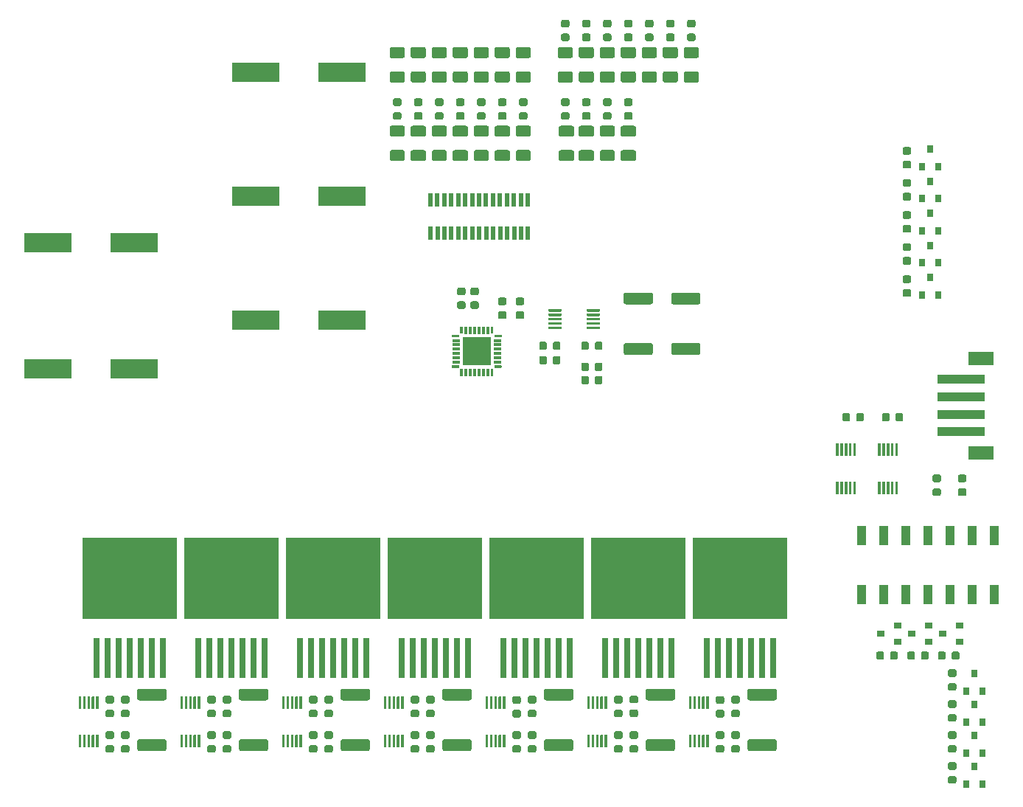
<source format=gbr>
G04 #@! TF.GenerationSoftware,KiCad,Pcbnew,(5.1.4)-1*
G04 #@! TF.CreationDate,2020-01-28T20:54:21+01:00*
G04 #@! TF.ProjectId,AR20_PDM_v1,41523230-5f50-4444-9d5f-76312e6b6963,rev?*
G04 #@! TF.SameCoordinates,Original*
G04 #@! TF.FileFunction,Paste,Top*
G04 #@! TF.FilePolarity,Positive*
%FSLAX46Y46*%
G04 Gerber Fmt 4.6, Leading zero omitted, Abs format (unit mm)*
G04 Created by KiCad (PCBNEW (5.1.4)-1) date 2020-01-28 20:54:21*
%MOMM*%
%LPD*%
G04 APERTURE LIST*
%ADD10C,0.100000*%
%ADD11C,0.875000*%
%ADD12R,0.550000X1.500000*%
%ADD13R,1.100000X2.300000*%
%ADD14C,1.350000*%
%ADD15C,0.300000*%
%ADD16R,10.800000X9.400000*%
%ADD17R,0.800000X4.600000*%
%ADD18R,0.900000X0.800000*%
%ADD19C,0.304800*%
%ADD20R,0.812800X0.304800*%
%ADD21R,0.304800X0.812800*%
%ADD22R,3.251200X3.251200*%
%ADD23R,5.460000X2.210000*%
%ADD24C,1.250000*%
%ADD25R,0.800000X0.900000*%
%ADD26R,5.500000X1.000000*%
%ADD27R,3.000000X1.600000*%
G04 APERTURE END LIST*
D10*
G36*
X103008691Y-80552053D02*
G01*
X103029926Y-80555203D01*
X103050750Y-80560419D01*
X103070962Y-80567651D01*
X103090368Y-80576830D01*
X103108781Y-80587866D01*
X103126024Y-80600654D01*
X103141930Y-80615070D01*
X103156346Y-80630976D01*
X103169134Y-80648219D01*
X103180170Y-80666632D01*
X103189349Y-80686038D01*
X103196581Y-80706250D01*
X103201797Y-80727074D01*
X103204947Y-80748309D01*
X103206000Y-80769750D01*
X103206000Y-81282250D01*
X103204947Y-81303691D01*
X103201797Y-81324926D01*
X103196581Y-81345750D01*
X103189349Y-81365962D01*
X103180170Y-81385368D01*
X103169134Y-81403781D01*
X103156346Y-81421024D01*
X103141930Y-81436930D01*
X103126024Y-81451346D01*
X103108781Y-81464134D01*
X103090368Y-81475170D01*
X103070962Y-81484349D01*
X103050750Y-81491581D01*
X103029926Y-81496797D01*
X103008691Y-81499947D01*
X102987250Y-81501000D01*
X102549750Y-81501000D01*
X102528309Y-81499947D01*
X102507074Y-81496797D01*
X102486250Y-81491581D01*
X102466038Y-81484349D01*
X102446632Y-81475170D01*
X102428219Y-81464134D01*
X102410976Y-81451346D01*
X102395070Y-81436930D01*
X102380654Y-81421024D01*
X102367866Y-81403781D01*
X102356830Y-81385368D01*
X102347651Y-81365962D01*
X102340419Y-81345750D01*
X102335203Y-81324926D01*
X102332053Y-81303691D01*
X102331000Y-81282250D01*
X102331000Y-80769750D01*
X102332053Y-80748309D01*
X102335203Y-80727074D01*
X102340419Y-80706250D01*
X102347651Y-80686038D01*
X102356830Y-80666632D01*
X102367866Y-80648219D01*
X102380654Y-80630976D01*
X102395070Y-80615070D01*
X102410976Y-80600654D01*
X102428219Y-80587866D01*
X102446632Y-80576830D01*
X102466038Y-80567651D01*
X102486250Y-80560419D01*
X102507074Y-80555203D01*
X102528309Y-80552053D01*
X102549750Y-80551000D01*
X102987250Y-80551000D01*
X103008691Y-80552053D01*
X103008691Y-80552053D01*
G37*
D11*
X102768500Y-81026000D03*
D10*
G36*
X101433691Y-80552053D02*
G01*
X101454926Y-80555203D01*
X101475750Y-80560419D01*
X101495962Y-80567651D01*
X101515368Y-80576830D01*
X101533781Y-80587866D01*
X101551024Y-80600654D01*
X101566930Y-80615070D01*
X101581346Y-80630976D01*
X101594134Y-80648219D01*
X101605170Y-80666632D01*
X101614349Y-80686038D01*
X101621581Y-80706250D01*
X101626797Y-80727074D01*
X101629947Y-80748309D01*
X101631000Y-80769750D01*
X101631000Y-81282250D01*
X101629947Y-81303691D01*
X101626797Y-81324926D01*
X101621581Y-81345750D01*
X101614349Y-81365962D01*
X101605170Y-81385368D01*
X101594134Y-81403781D01*
X101581346Y-81421024D01*
X101566930Y-81436930D01*
X101551024Y-81451346D01*
X101533781Y-81464134D01*
X101515368Y-81475170D01*
X101495962Y-81484349D01*
X101475750Y-81491581D01*
X101454926Y-81496797D01*
X101433691Y-81499947D01*
X101412250Y-81501000D01*
X100974750Y-81501000D01*
X100953309Y-81499947D01*
X100932074Y-81496797D01*
X100911250Y-81491581D01*
X100891038Y-81484349D01*
X100871632Y-81475170D01*
X100853219Y-81464134D01*
X100835976Y-81451346D01*
X100820070Y-81436930D01*
X100805654Y-81421024D01*
X100792866Y-81403781D01*
X100781830Y-81385368D01*
X100772651Y-81365962D01*
X100765419Y-81345750D01*
X100760203Y-81324926D01*
X100757053Y-81303691D01*
X100756000Y-81282250D01*
X100756000Y-80769750D01*
X100757053Y-80748309D01*
X100760203Y-80727074D01*
X100765419Y-80706250D01*
X100772651Y-80686038D01*
X100781830Y-80666632D01*
X100792866Y-80648219D01*
X100805654Y-80630976D01*
X100820070Y-80615070D01*
X100835976Y-80600654D01*
X100853219Y-80587866D01*
X100871632Y-80576830D01*
X100891038Y-80567651D01*
X100911250Y-80560419D01*
X100932074Y-80555203D01*
X100953309Y-80552053D01*
X100974750Y-80551000D01*
X101412250Y-80551000D01*
X101433691Y-80552053D01*
X101433691Y-80552053D01*
G37*
D11*
X101193500Y-81026000D03*
D12*
X94652400Y-64130000D03*
X94627000Y-60330000D03*
X93852400Y-64130000D03*
X93827000Y-60330000D03*
X93052400Y-64130000D03*
X93027000Y-60330000D03*
X92252400Y-64130000D03*
X92227000Y-60330000D03*
X91452400Y-64130000D03*
X91427000Y-60330000D03*
X90652400Y-64130000D03*
X90627000Y-60330000D03*
X89852400Y-64130000D03*
X89827000Y-60330000D03*
X89052400Y-64130000D03*
X89027000Y-60330000D03*
X88252400Y-64130000D03*
X88227000Y-60330000D03*
X87452400Y-64130000D03*
X87427000Y-60330000D03*
X86652400Y-64130000D03*
X86627000Y-60330000D03*
X85852400Y-64130000D03*
X85827000Y-60330000D03*
X85052400Y-64130000D03*
X85027000Y-60330000D03*
X84252400Y-64130000D03*
X84227000Y-60330000D03*
X83452400Y-64130000D03*
X83427000Y-60330000D03*
D13*
X132969000Y-98835000D03*
X132969000Y-105635000D03*
X135509000Y-98835000D03*
X135509000Y-105635000D03*
X138049000Y-98835000D03*
X138049000Y-105635000D03*
X140589000Y-98835000D03*
X140589000Y-105635000D03*
X143129000Y-98835000D03*
X143129000Y-105635000D03*
X145669000Y-98835000D03*
X145669000Y-105635000D03*
X148209000Y-98835000D03*
X148209000Y-105635000D03*
D10*
G36*
X111304505Y-122241204D02*
G01*
X111328773Y-122244804D01*
X111352572Y-122250765D01*
X111375671Y-122259030D01*
X111397850Y-122269520D01*
X111418893Y-122282132D01*
X111438599Y-122296747D01*
X111456777Y-122313223D01*
X111473253Y-122331401D01*
X111487868Y-122351107D01*
X111500480Y-122372150D01*
X111510970Y-122394329D01*
X111519235Y-122417428D01*
X111525196Y-122441227D01*
X111528796Y-122465495D01*
X111530000Y-122489999D01*
X111530000Y-123340001D01*
X111528796Y-123364505D01*
X111525196Y-123388773D01*
X111519235Y-123412572D01*
X111510970Y-123435671D01*
X111500480Y-123457850D01*
X111487868Y-123478893D01*
X111473253Y-123498599D01*
X111456777Y-123516777D01*
X111438599Y-123533253D01*
X111418893Y-123547868D01*
X111397850Y-123560480D01*
X111375671Y-123570970D01*
X111352572Y-123579235D01*
X111328773Y-123585196D01*
X111304505Y-123588796D01*
X111280001Y-123590000D01*
X108429999Y-123590000D01*
X108405495Y-123588796D01*
X108381227Y-123585196D01*
X108357428Y-123579235D01*
X108334329Y-123570970D01*
X108312150Y-123560480D01*
X108291107Y-123547868D01*
X108271401Y-123533253D01*
X108253223Y-123516777D01*
X108236747Y-123498599D01*
X108222132Y-123478893D01*
X108209520Y-123457850D01*
X108199030Y-123435671D01*
X108190765Y-123412572D01*
X108184804Y-123388773D01*
X108181204Y-123364505D01*
X108180000Y-123340001D01*
X108180000Y-122489999D01*
X108181204Y-122465495D01*
X108184804Y-122441227D01*
X108190765Y-122417428D01*
X108199030Y-122394329D01*
X108209520Y-122372150D01*
X108222132Y-122351107D01*
X108236747Y-122331401D01*
X108253223Y-122313223D01*
X108271401Y-122296747D01*
X108291107Y-122282132D01*
X108312150Y-122269520D01*
X108334329Y-122259030D01*
X108357428Y-122250765D01*
X108381227Y-122244804D01*
X108405495Y-122241204D01*
X108429999Y-122240000D01*
X111280001Y-122240000D01*
X111304505Y-122241204D01*
X111304505Y-122241204D01*
G37*
D14*
X109855000Y-122915000D03*
D10*
G36*
X111304505Y-116441204D02*
G01*
X111328773Y-116444804D01*
X111352572Y-116450765D01*
X111375671Y-116459030D01*
X111397850Y-116469520D01*
X111418893Y-116482132D01*
X111438599Y-116496747D01*
X111456777Y-116513223D01*
X111473253Y-116531401D01*
X111487868Y-116551107D01*
X111500480Y-116572150D01*
X111510970Y-116594329D01*
X111519235Y-116617428D01*
X111525196Y-116641227D01*
X111528796Y-116665495D01*
X111530000Y-116689999D01*
X111530000Y-117540001D01*
X111528796Y-117564505D01*
X111525196Y-117588773D01*
X111519235Y-117612572D01*
X111510970Y-117635671D01*
X111500480Y-117657850D01*
X111487868Y-117678893D01*
X111473253Y-117698599D01*
X111456777Y-117716777D01*
X111438599Y-117733253D01*
X111418893Y-117747868D01*
X111397850Y-117760480D01*
X111375671Y-117770970D01*
X111352572Y-117779235D01*
X111328773Y-117785196D01*
X111304505Y-117788796D01*
X111280001Y-117790000D01*
X108429999Y-117790000D01*
X108405495Y-117788796D01*
X108381227Y-117785196D01*
X108357428Y-117779235D01*
X108334329Y-117770970D01*
X108312150Y-117760480D01*
X108291107Y-117747868D01*
X108271401Y-117733253D01*
X108253223Y-117716777D01*
X108236747Y-117698599D01*
X108222132Y-117678893D01*
X108209520Y-117657850D01*
X108199030Y-117635671D01*
X108190765Y-117612572D01*
X108184804Y-117588773D01*
X108181204Y-117564505D01*
X108180000Y-117540001D01*
X108180000Y-116689999D01*
X108181204Y-116665495D01*
X108184804Y-116641227D01*
X108190765Y-116617428D01*
X108199030Y-116594329D01*
X108209520Y-116572150D01*
X108222132Y-116551107D01*
X108236747Y-116531401D01*
X108253223Y-116513223D01*
X108271401Y-116496747D01*
X108291107Y-116482132D01*
X108312150Y-116469520D01*
X108334329Y-116459030D01*
X108357428Y-116450765D01*
X108381227Y-116444804D01*
X108405495Y-116441204D01*
X108429999Y-116440000D01*
X111280001Y-116440000D01*
X111304505Y-116441204D01*
X111304505Y-116441204D01*
G37*
D14*
X109855000Y-117115000D03*
D10*
G36*
X56968811Y-117344241D02*
G01*
X56973674Y-117344963D01*
X56978443Y-117346157D01*
X56983072Y-117347814D01*
X56987517Y-117349916D01*
X56991734Y-117352443D01*
X56995683Y-117355372D01*
X56999326Y-117358674D01*
X57002628Y-117362317D01*
X57005557Y-117366266D01*
X57008084Y-117370483D01*
X57010186Y-117374928D01*
X57011843Y-117379557D01*
X57013037Y-117384326D01*
X57013759Y-117389189D01*
X57014000Y-117394100D01*
X57014000Y-118743900D01*
X57013759Y-118748811D01*
X57013037Y-118753674D01*
X57011843Y-118758443D01*
X57010186Y-118763072D01*
X57008084Y-118767517D01*
X57005557Y-118771734D01*
X57002628Y-118775683D01*
X56999326Y-118779326D01*
X56995683Y-118782628D01*
X56991734Y-118785557D01*
X56987517Y-118788084D01*
X56983072Y-118790186D01*
X56978443Y-118791843D01*
X56973674Y-118793037D01*
X56968811Y-118793759D01*
X56963900Y-118794000D01*
X56764100Y-118794000D01*
X56759189Y-118793759D01*
X56754326Y-118793037D01*
X56749557Y-118791843D01*
X56744928Y-118790186D01*
X56740483Y-118788084D01*
X56736266Y-118785557D01*
X56732317Y-118782628D01*
X56728674Y-118779326D01*
X56725372Y-118775683D01*
X56722443Y-118771734D01*
X56719916Y-118767517D01*
X56717814Y-118763072D01*
X56716157Y-118758443D01*
X56714963Y-118753674D01*
X56714241Y-118748811D01*
X56714000Y-118743900D01*
X56714000Y-117394100D01*
X56714241Y-117389189D01*
X56714963Y-117384326D01*
X56716157Y-117379557D01*
X56717814Y-117374928D01*
X56719916Y-117370483D01*
X56722443Y-117366266D01*
X56725372Y-117362317D01*
X56728674Y-117358674D01*
X56732317Y-117355372D01*
X56736266Y-117352443D01*
X56740483Y-117349916D01*
X56744928Y-117347814D01*
X56749557Y-117346157D01*
X56754326Y-117344963D01*
X56759189Y-117344241D01*
X56764100Y-117344000D01*
X56963900Y-117344000D01*
X56968811Y-117344241D01*
X56968811Y-117344241D01*
G37*
D15*
X56864000Y-118069000D03*
D10*
G36*
X56468811Y-117344241D02*
G01*
X56473674Y-117344963D01*
X56478443Y-117346157D01*
X56483072Y-117347814D01*
X56487517Y-117349916D01*
X56491734Y-117352443D01*
X56495683Y-117355372D01*
X56499326Y-117358674D01*
X56502628Y-117362317D01*
X56505557Y-117366266D01*
X56508084Y-117370483D01*
X56510186Y-117374928D01*
X56511843Y-117379557D01*
X56513037Y-117384326D01*
X56513759Y-117389189D01*
X56514000Y-117394100D01*
X56514000Y-118743900D01*
X56513759Y-118748811D01*
X56513037Y-118753674D01*
X56511843Y-118758443D01*
X56510186Y-118763072D01*
X56508084Y-118767517D01*
X56505557Y-118771734D01*
X56502628Y-118775683D01*
X56499326Y-118779326D01*
X56495683Y-118782628D01*
X56491734Y-118785557D01*
X56487517Y-118788084D01*
X56483072Y-118790186D01*
X56478443Y-118791843D01*
X56473674Y-118793037D01*
X56468811Y-118793759D01*
X56463900Y-118794000D01*
X56264100Y-118794000D01*
X56259189Y-118793759D01*
X56254326Y-118793037D01*
X56249557Y-118791843D01*
X56244928Y-118790186D01*
X56240483Y-118788084D01*
X56236266Y-118785557D01*
X56232317Y-118782628D01*
X56228674Y-118779326D01*
X56225372Y-118775683D01*
X56222443Y-118771734D01*
X56219916Y-118767517D01*
X56217814Y-118763072D01*
X56216157Y-118758443D01*
X56214963Y-118753674D01*
X56214241Y-118748811D01*
X56214000Y-118743900D01*
X56214000Y-117394100D01*
X56214241Y-117389189D01*
X56214963Y-117384326D01*
X56216157Y-117379557D01*
X56217814Y-117374928D01*
X56219916Y-117370483D01*
X56222443Y-117366266D01*
X56225372Y-117362317D01*
X56228674Y-117358674D01*
X56232317Y-117355372D01*
X56236266Y-117352443D01*
X56240483Y-117349916D01*
X56244928Y-117347814D01*
X56249557Y-117346157D01*
X56254326Y-117344963D01*
X56259189Y-117344241D01*
X56264100Y-117344000D01*
X56463900Y-117344000D01*
X56468811Y-117344241D01*
X56468811Y-117344241D01*
G37*
D15*
X56364000Y-118069000D03*
D10*
G36*
X55968811Y-117344241D02*
G01*
X55973674Y-117344963D01*
X55978443Y-117346157D01*
X55983072Y-117347814D01*
X55987517Y-117349916D01*
X55991734Y-117352443D01*
X55995683Y-117355372D01*
X55999326Y-117358674D01*
X56002628Y-117362317D01*
X56005557Y-117366266D01*
X56008084Y-117370483D01*
X56010186Y-117374928D01*
X56011843Y-117379557D01*
X56013037Y-117384326D01*
X56013759Y-117389189D01*
X56014000Y-117394100D01*
X56014000Y-118743900D01*
X56013759Y-118748811D01*
X56013037Y-118753674D01*
X56011843Y-118758443D01*
X56010186Y-118763072D01*
X56008084Y-118767517D01*
X56005557Y-118771734D01*
X56002628Y-118775683D01*
X55999326Y-118779326D01*
X55995683Y-118782628D01*
X55991734Y-118785557D01*
X55987517Y-118788084D01*
X55983072Y-118790186D01*
X55978443Y-118791843D01*
X55973674Y-118793037D01*
X55968811Y-118793759D01*
X55963900Y-118794000D01*
X55764100Y-118794000D01*
X55759189Y-118793759D01*
X55754326Y-118793037D01*
X55749557Y-118791843D01*
X55744928Y-118790186D01*
X55740483Y-118788084D01*
X55736266Y-118785557D01*
X55732317Y-118782628D01*
X55728674Y-118779326D01*
X55725372Y-118775683D01*
X55722443Y-118771734D01*
X55719916Y-118767517D01*
X55717814Y-118763072D01*
X55716157Y-118758443D01*
X55714963Y-118753674D01*
X55714241Y-118748811D01*
X55714000Y-118743900D01*
X55714000Y-117394100D01*
X55714241Y-117389189D01*
X55714963Y-117384326D01*
X55716157Y-117379557D01*
X55717814Y-117374928D01*
X55719916Y-117370483D01*
X55722443Y-117366266D01*
X55725372Y-117362317D01*
X55728674Y-117358674D01*
X55732317Y-117355372D01*
X55736266Y-117352443D01*
X55740483Y-117349916D01*
X55744928Y-117347814D01*
X55749557Y-117346157D01*
X55754326Y-117344963D01*
X55759189Y-117344241D01*
X55764100Y-117344000D01*
X55963900Y-117344000D01*
X55968811Y-117344241D01*
X55968811Y-117344241D01*
G37*
D15*
X55864000Y-118069000D03*
D10*
G36*
X55468811Y-117344241D02*
G01*
X55473674Y-117344963D01*
X55478443Y-117346157D01*
X55483072Y-117347814D01*
X55487517Y-117349916D01*
X55491734Y-117352443D01*
X55495683Y-117355372D01*
X55499326Y-117358674D01*
X55502628Y-117362317D01*
X55505557Y-117366266D01*
X55508084Y-117370483D01*
X55510186Y-117374928D01*
X55511843Y-117379557D01*
X55513037Y-117384326D01*
X55513759Y-117389189D01*
X55514000Y-117394100D01*
X55514000Y-118743900D01*
X55513759Y-118748811D01*
X55513037Y-118753674D01*
X55511843Y-118758443D01*
X55510186Y-118763072D01*
X55508084Y-118767517D01*
X55505557Y-118771734D01*
X55502628Y-118775683D01*
X55499326Y-118779326D01*
X55495683Y-118782628D01*
X55491734Y-118785557D01*
X55487517Y-118788084D01*
X55483072Y-118790186D01*
X55478443Y-118791843D01*
X55473674Y-118793037D01*
X55468811Y-118793759D01*
X55463900Y-118794000D01*
X55264100Y-118794000D01*
X55259189Y-118793759D01*
X55254326Y-118793037D01*
X55249557Y-118791843D01*
X55244928Y-118790186D01*
X55240483Y-118788084D01*
X55236266Y-118785557D01*
X55232317Y-118782628D01*
X55228674Y-118779326D01*
X55225372Y-118775683D01*
X55222443Y-118771734D01*
X55219916Y-118767517D01*
X55217814Y-118763072D01*
X55216157Y-118758443D01*
X55214963Y-118753674D01*
X55214241Y-118748811D01*
X55214000Y-118743900D01*
X55214000Y-117394100D01*
X55214241Y-117389189D01*
X55214963Y-117384326D01*
X55216157Y-117379557D01*
X55217814Y-117374928D01*
X55219916Y-117370483D01*
X55222443Y-117366266D01*
X55225372Y-117362317D01*
X55228674Y-117358674D01*
X55232317Y-117355372D01*
X55236266Y-117352443D01*
X55240483Y-117349916D01*
X55244928Y-117347814D01*
X55249557Y-117346157D01*
X55254326Y-117344963D01*
X55259189Y-117344241D01*
X55264100Y-117344000D01*
X55463900Y-117344000D01*
X55468811Y-117344241D01*
X55468811Y-117344241D01*
G37*
D15*
X55364000Y-118069000D03*
D10*
G36*
X54968811Y-117344241D02*
G01*
X54973674Y-117344963D01*
X54978443Y-117346157D01*
X54983072Y-117347814D01*
X54987517Y-117349916D01*
X54991734Y-117352443D01*
X54995683Y-117355372D01*
X54999326Y-117358674D01*
X55002628Y-117362317D01*
X55005557Y-117366266D01*
X55008084Y-117370483D01*
X55010186Y-117374928D01*
X55011843Y-117379557D01*
X55013037Y-117384326D01*
X55013759Y-117389189D01*
X55014000Y-117394100D01*
X55014000Y-118743900D01*
X55013759Y-118748811D01*
X55013037Y-118753674D01*
X55011843Y-118758443D01*
X55010186Y-118763072D01*
X55008084Y-118767517D01*
X55005557Y-118771734D01*
X55002628Y-118775683D01*
X54999326Y-118779326D01*
X54995683Y-118782628D01*
X54991734Y-118785557D01*
X54987517Y-118788084D01*
X54983072Y-118790186D01*
X54978443Y-118791843D01*
X54973674Y-118793037D01*
X54968811Y-118793759D01*
X54963900Y-118794000D01*
X54764100Y-118794000D01*
X54759189Y-118793759D01*
X54754326Y-118793037D01*
X54749557Y-118791843D01*
X54744928Y-118790186D01*
X54740483Y-118788084D01*
X54736266Y-118785557D01*
X54732317Y-118782628D01*
X54728674Y-118779326D01*
X54725372Y-118775683D01*
X54722443Y-118771734D01*
X54719916Y-118767517D01*
X54717814Y-118763072D01*
X54716157Y-118758443D01*
X54714963Y-118753674D01*
X54714241Y-118748811D01*
X54714000Y-118743900D01*
X54714000Y-117394100D01*
X54714241Y-117389189D01*
X54714963Y-117384326D01*
X54716157Y-117379557D01*
X54717814Y-117374928D01*
X54719916Y-117370483D01*
X54722443Y-117366266D01*
X54725372Y-117362317D01*
X54728674Y-117358674D01*
X54732317Y-117355372D01*
X54736266Y-117352443D01*
X54740483Y-117349916D01*
X54744928Y-117347814D01*
X54749557Y-117346157D01*
X54754326Y-117344963D01*
X54759189Y-117344241D01*
X54764100Y-117344000D01*
X54963900Y-117344000D01*
X54968811Y-117344241D01*
X54968811Y-117344241D01*
G37*
D15*
X54864000Y-118069000D03*
D10*
G36*
X56968811Y-121744241D02*
G01*
X56973674Y-121744963D01*
X56978443Y-121746157D01*
X56983072Y-121747814D01*
X56987517Y-121749916D01*
X56991734Y-121752443D01*
X56995683Y-121755372D01*
X56999326Y-121758674D01*
X57002628Y-121762317D01*
X57005557Y-121766266D01*
X57008084Y-121770483D01*
X57010186Y-121774928D01*
X57011843Y-121779557D01*
X57013037Y-121784326D01*
X57013759Y-121789189D01*
X57014000Y-121794100D01*
X57014000Y-123143900D01*
X57013759Y-123148811D01*
X57013037Y-123153674D01*
X57011843Y-123158443D01*
X57010186Y-123163072D01*
X57008084Y-123167517D01*
X57005557Y-123171734D01*
X57002628Y-123175683D01*
X56999326Y-123179326D01*
X56995683Y-123182628D01*
X56991734Y-123185557D01*
X56987517Y-123188084D01*
X56983072Y-123190186D01*
X56978443Y-123191843D01*
X56973674Y-123193037D01*
X56968811Y-123193759D01*
X56963900Y-123194000D01*
X56764100Y-123194000D01*
X56759189Y-123193759D01*
X56754326Y-123193037D01*
X56749557Y-123191843D01*
X56744928Y-123190186D01*
X56740483Y-123188084D01*
X56736266Y-123185557D01*
X56732317Y-123182628D01*
X56728674Y-123179326D01*
X56725372Y-123175683D01*
X56722443Y-123171734D01*
X56719916Y-123167517D01*
X56717814Y-123163072D01*
X56716157Y-123158443D01*
X56714963Y-123153674D01*
X56714241Y-123148811D01*
X56714000Y-123143900D01*
X56714000Y-121794100D01*
X56714241Y-121789189D01*
X56714963Y-121784326D01*
X56716157Y-121779557D01*
X56717814Y-121774928D01*
X56719916Y-121770483D01*
X56722443Y-121766266D01*
X56725372Y-121762317D01*
X56728674Y-121758674D01*
X56732317Y-121755372D01*
X56736266Y-121752443D01*
X56740483Y-121749916D01*
X56744928Y-121747814D01*
X56749557Y-121746157D01*
X56754326Y-121744963D01*
X56759189Y-121744241D01*
X56764100Y-121744000D01*
X56963900Y-121744000D01*
X56968811Y-121744241D01*
X56968811Y-121744241D01*
G37*
D15*
X56864000Y-122469000D03*
D10*
G36*
X56468811Y-121744241D02*
G01*
X56473674Y-121744963D01*
X56478443Y-121746157D01*
X56483072Y-121747814D01*
X56487517Y-121749916D01*
X56491734Y-121752443D01*
X56495683Y-121755372D01*
X56499326Y-121758674D01*
X56502628Y-121762317D01*
X56505557Y-121766266D01*
X56508084Y-121770483D01*
X56510186Y-121774928D01*
X56511843Y-121779557D01*
X56513037Y-121784326D01*
X56513759Y-121789189D01*
X56514000Y-121794100D01*
X56514000Y-123143900D01*
X56513759Y-123148811D01*
X56513037Y-123153674D01*
X56511843Y-123158443D01*
X56510186Y-123163072D01*
X56508084Y-123167517D01*
X56505557Y-123171734D01*
X56502628Y-123175683D01*
X56499326Y-123179326D01*
X56495683Y-123182628D01*
X56491734Y-123185557D01*
X56487517Y-123188084D01*
X56483072Y-123190186D01*
X56478443Y-123191843D01*
X56473674Y-123193037D01*
X56468811Y-123193759D01*
X56463900Y-123194000D01*
X56264100Y-123194000D01*
X56259189Y-123193759D01*
X56254326Y-123193037D01*
X56249557Y-123191843D01*
X56244928Y-123190186D01*
X56240483Y-123188084D01*
X56236266Y-123185557D01*
X56232317Y-123182628D01*
X56228674Y-123179326D01*
X56225372Y-123175683D01*
X56222443Y-123171734D01*
X56219916Y-123167517D01*
X56217814Y-123163072D01*
X56216157Y-123158443D01*
X56214963Y-123153674D01*
X56214241Y-123148811D01*
X56214000Y-123143900D01*
X56214000Y-121794100D01*
X56214241Y-121789189D01*
X56214963Y-121784326D01*
X56216157Y-121779557D01*
X56217814Y-121774928D01*
X56219916Y-121770483D01*
X56222443Y-121766266D01*
X56225372Y-121762317D01*
X56228674Y-121758674D01*
X56232317Y-121755372D01*
X56236266Y-121752443D01*
X56240483Y-121749916D01*
X56244928Y-121747814D01*
X56249557Y-121746157D01*
X56254326Y-121744963D01*
X56259189Y-121744241D01*
X56264100Y-121744000D01*
X56463900Y-121744000D01*
X56468811Y-121744241D01*
X56468811Y-121744241D01*
G37*
D15*
X56364000Y-122469000D03*
D10*
G36*
X55968811Y-121744241D02*
G01*
X55973674Y-121744963D01*
X55978443Y-121746157D01*
X55983072Y-121747814D01*
X55987517Y-121749916D01*
X55991734Y-121752443D01*
X55995683Y-121755372D01*
X55999326Y-121758674D01*
X56002628Y-121762317D01*
X56005557Y-121766266D01*
X56008084Y-121770483D01*
X56010186Y-121774928D01*
X56011843Y-121779557D01*
X56013037Y-121784326D01*
X56013759Y-121789189D01*
X56014000Y-121794100D01*
X56014000Y-123143900D01*
X56013759Y-123148811D01*
X56013037Y-123153674D01*
X56011843Y-123158443D01*
X56010186Y-123163072D01*
X56008084Y-123167517D01*
X56005557Y-123171734D01*
X56002628Y-123175683D01*
X55999326Y-123179326D01*
X55995683Y-123182628D01*
X55991734Y-123185557D01*
X55987517Y-123188084D01*
X55983072Y-123190186D01*
X55978443Y-123191843D01*
X55973674Y-123193037D01*
X55968811Y-123193759D01*
X55963900Y-123194000D01*
X55764100Y-123194000D01*
X55759189Y-123193759D01*
X55754326Y-123193037D01*
X55749557Y-123191843D01*
X55744928Y-123190186D01*
X55740483Y-123188084D01*
X55736266Y-123185557D01*
X55732317Y-123182628D01*
X55728674Y-123179326D01*
X55725372Y-123175683D01*
X55722443Y-123171734D01*
X55719916Y-123167517D01*
X55717814Y-123163072D01*
X55716157Y-123158443D01*
X55714963Y-123153674D01*
X55714241Y-123148811D01*
X55714000Y-123143900D01*
X55714000Y-121794100D01*
X55714241Y-121789189D01*
X55714963Y-121784326D01*
X55716157Y-121779557D01*
X55717814Y-121774928D01*
X55719916Y-121770483D01*
X55722443Y-121766266D01*
X55725372Y-121762317D01*
X55728674Y-121758674D01*
X55732317Y-121755372D01*
X55736266Y-121752443D01*
X55740483Y-121749916D01*
X55744928Y-121747814D01*
X55749557Y-121746157D01*
X55754326Y-121744963D01*
X55759189Y-121744241D01*
X55764100Y-121744000D01*
X55963900Y-121744000D01*
X55968811Y-121744241D01*
X55968811Y-121744241D01*
G37*
D15*
X55864000Y-122469000D03*
D10*
G36*
X55468811Y-121744241D02*
G01*
X55473674Y-121744963D01*
X55478443Y-121746157D01*
X55483072Y-121747814D01*
X55487517Y-121749916D01*
X55491734Y-121752443D01*
X55495683Y-121755372D01*
X55499326Y-121758674D01*
X55502628Y-121762317D01*
X55505557Y-121766266D01*
X55508084Y-121770483D01*
X55510186Y-121774928D01*
X55511843Y-121779557D01*
X55513037Y-121784326D01*
X55513759Y-121789189D01*
X55514000Y-121794100D01*
X55514000Y-123143900D01*
X55513759Y-123148811D01*
X55513037Y-123153674D01*
X55511843Y-123158443D01*
X55510186Y-123163072D01*
X55508084Y-123167517D01*
X55505557Y-123171734D01*
X55502628Y-123175683D01*
X55499326Y-123179326D01*
X55495683Y-123182628D01*
X55491734Y-123185557D01*
X55487517Y-123188084D01*
X55483072Y-123190186D01*
X55478443Y-123191843D01*
X55473674Y-123193037D01*
X55468811Y-123193759D01*
X55463900Y-123194000D01*
X55264100Y-123194000D01*
X55259189Y-123193759D01*
X55254326Y-123193037D01*
X55249557Y-123191843D01*
X55244928Y-123190186D01*
X55240483Y-123188084D01*
X55236266Y-123185557D01*
X55232317Y-123182628D01*
X55228674Y-123179326D01*
X55225372Y-123175683D01*
X55222443Y-123171734D01*
X55219916Y-123167517D01*
X55217814Y-123163072D01*
X55216157Y-123158443D01*
X55214963Y-123153674D01*
X55214241Y-123148811D01*
X55214000Y-123143900D01*
X55214000Y-121794100D01*
X55214241Y-121789189D01*
X55214963Y-121784326D01*
X55216157Y-121779557D01*
X55217814Y-121774928D01*
X55219916Y-121770483D01*
X55222443Y-121766266D01*
X55225372Y-121762317D01*
X55228674Y-121758674D01*
X55232317Y-121755372D01*
X55236266Y-121752443D01*
X55240483Y-121749916D01*
X55244928Y-121747814D01*
X55249557Y-121746157D01*
X55254326Y-121744963D01*
X55259189Y-121744241D01*
X55264100Y-121744000D01*
X55463900Y-121744000D01*
X55468811Y-121744241D01*
X55468811Y-121744241D01*
G37*
D15*
X55364000Y-122469000D03*
D10*
G36*
X54968811Y-121744241D02*
G01*
X54973674Y-121744963D01*
X54978443Y-121746157D01*
X54983072Y-121747814D01*
X54987517Y-121749916D01*
X54991734Y-121752443D01*
X54995683Y-121755372D01*
X54999326Y-121758674D01*
X55002628Y-121762317D01*
X55005557Y-121766266D01*
X55008084Y-121770483D01*
X55010186Y-121774928D01*
X55011843Y-121779557D01*
X55013037Y-121784326D01*
X55013759Y-121789189D01*
X55014000Y-121794100D01*
X55014000Y-123143900D01*
X55013759Y-123148811D01*
X55013037Y-123153674D01*
X55011843Y-123158443D01*
X55010186Y-123163072D01*
X55008084Y-123167517D01*
X55005557Y-123171734D01*
X55002628Y-123175683D01*
X54999326Y-123179326D01*
X54995683Y-123182628D01*
X54991734Y-123185557D01*
X54987517Y-123188084D01*
X54983072Y-123190186D01*
X54978443Y-123191843D01*
X54973674Y-123193037D01*
X54968811Y-123193759D01*
X54963900Y-123194000D01*
X54764100Y-123194000D01*
X54759189Y-123193759D01*
X54754326Y-123193037D01*
X54749557Y-123191843D01*
X54744928Y-123190186D01*
X54740483Y-123188084D01*
X54736266Y-123185557D01*
X54732317Y-123182628D01*
X54728674Y-123179326D01*
X54725372Y-123175683D01*
X54722443Y-123171734D01*
X54719916Y-123167517D01*
X54717814Y-123163072D01*
X54716157Y-123158443D01*
X54714963Y-123153674D01*
X54714241Y-123148811D01*
X54714000Y-123143900D01*
X54714000Y-121794100D01*
X54714241Y-121789189D01*
X54714963Y-121784326D01*
X54716157Y-121779557D01*
X54717814Y-121774928D01*
X54719916Y-121770483D01*
X54722443Y-121766266D01*
X54725372Y-121762317D01*
X54728674Y-121758674D01*
X54732317Y-121755372D01*
X54736266Y-121752443D01*
X54740483Y-121749916D01*
X54744928Y-121747814D01*
X54749557Y-121746157D01*
X54754326Y-121744963D01*
X54759189Y-121744241D01*
X54764100Y-121744000D01*
X54963900Y-121744000D01*
X54968811Y-121744241D01*
X54968811Y-121744241D01*
G37*
D15*
X54864000Y-122469000D03*
D10*
G36*
X90020811Y-121744241D02*
G01*
X90025674Y-121744963D01*
X90030443Y-121746157D01*
X90035072Y-121747814D01*
X90039517Y-121749916D01*
X90043734Y-121752443D01*
X90047683Y-121755372D01*
X90051326Y-121758674D01*
X90054628Y-121762317D01*
X90057557Y-121766266D01*
X90060084Y-121770483D01*
X90062186Y-121774928D01*
X90063843Y-121779557D01*
X90065037Y-121784326D01*
X90065759Y-121789189D01*
X90066000Y-121794100D01*
X90066000Y-123143900D01*
X90065759Y-123148811D01*
X90065037Y-123153674D01*
X90063843Y-123158443D01*
X90062186Y-123163072D01*
X90060084Y-123167517D01*
X90057557Y-123171734D01*
X90054628Y-123175683D01*
X90051326Y-123179326D01*
X90047683Y-123182628D01*
X90043734Y-123185557D01*
X90039517Y-123188084D01*
X90035072Y-123190186D01*
X90030443Y-123191843D01*
X90025674Y-123193037D01*
X90020811Y-123193759D01*
X90015900Y-123194000D01*
X89816100Y-123194000D01*
X89811189Y-123193759D01*
X89806326Y-123193037D01*
X89801557Y-123191843D01*
X89796928Y-123190186D01*
X89792483Y-123188084D01*
X89788266Y-123185557D01*
X89784317Y-123182628D01*
X89780674Y-123179326D01*
X89777372Y-123175683D01*
X89774443Y-123171734D01*
X89771916Y-123167517D01*
X89769814Y-123163072D01*
X89768157Y-123158443D01*
X89766963Y-123153674D01*
X89766241Y-123148811D01*
X89766000Y-123143900D01*
X89766000Y-121794100D01*
X89766241Y-121789189D01*
X89766963Y-121784326D01*
X89768157Y-121779557D01*
X89769814Y-121774928D01*
X89771916Y-121770483D01*
X89774443Y-121766266D01*
X89777372Y-121762317D01*
X89780674Y-121758674D01*
X89784317Y-121755372D01*
X89788266Y-121752443D01*
X89792483Y-121749916D01*
X89796928Y-121747814D01*
X89801557Y-121746157D01*
X89806326Y-121744963D01*
X89811189Y-121744241D01*
X89816100Y-121744000D01*
X90015900Y-121744000D01*
X90020811Y-121744241D01*
X90020811Y-121744241D01*
G37*
D15*
X89916000Y-122469000D03*
D10*
G36*
X90520811Y-121744241D02*
G01*
X90525674Y-121744963D01*
X90530443Y-121746157D01*
X90535072Y-121747814D01*
X90539517Y-121749916D01*
X90543734Y-121752443D01*
X90547683Y-121755372D01*
X90551326Y-121758674D01*
X90554628Y-121762317D01*
X90557557Y-121766266D01*
X90560084Y-121770483D01*
X90562186Y-121774928D01*
X90563843Y-121779557D01*
X90565037Y-121784326D01*
X90565759Y-121789189D01*
X90566000Y-121794100D01*
X90566000Y-123143900D01*
X90565759Y-123148811D01*
X90565037Y-123153674D01*
X90563843Y-123158443D01*
X90562186Y-123163072D01*
X90560084Y-123167517D01*
X90557557Y-123171734D01*
X90554628Y-123175683D01*
X90551326Y-123179326D01*
X90547683Y-123182628D01*
X90543734Y-123185557D01*
X90539517Y-123188084D01*
X90535072Y-123190186D01*
X90530443Y-123191843D01*
X90525674Y-123193037D01*
X90520811Y-123193759D01*
X90515900Y-123194000D01*
X90316100Y-123194000D01*
X90311189Y-123193759D01*
X90306326Y-123193037D01*
X90301557Y-123191843D01*
X90296928Y-123190186D01*
X90292483Y-123188084D01*
X90288266Y-123185557D01*
X90284317Y-123182628D01*
X90280674Y-123179326D01*
X90277372Y-123175683D01*
X90274443Y-123171734D01*
X90271916Y-123167517D01*
X90269814Y-123163072D01*
X90268157Y-123158443D01*
X90266963Y-123153674D01*
X90266241Y-123148811D01*
X90266000Y-123143900D01*
X90266000Y-121794100D01*
X90266241Y-121789189D01*
X90266963Y-121784326D01*
X90268157Y-121779557D01*
X90269814Y-121774928D01*
X90271916Y-121770483D01*
X90274443Y-121766266D01*
X90277372Y-121762317D01*
X90280674Y-121758674D01*
X90284317Y-121755372D01*
X90288266Y-121752443D01*
X90292483Y-121749916D01*
X90296928Y-121747814D01*
X90301557Y-121746157D01*
X90306326Y-121744963D01*
X90311189Y-121744241D01*
X90316100Y-121744000D01*
X90515900Y-121744000D01*
X90520811Y-121744241D01*
X90520811Y-121744241D01*
G37*
D15*
X90416000Y-122469000D03*
D10*
G36*
X91020811Y-121744241D02*
G01*
X91025674Y-121744963D01*
X91030443Y-121746157D01*
X91035072Y-121747814D01*
X91039517Y-121749916D01*
X91043734Y-121752443D01*
X91047683Y-121755372D01*
X91051326Y-121758674D01*
X91054628Y-121762317D01*
X91057557Y-121766266D01*
X91060084Y-121770483D01*
X91062186Y-121774928D01*
X91063843Y-121779557D01*
X91065037Y-121784326D01*
X91065759Y-121789189D01*
X91066000Y-121794100D01*
X91066000Y-123143900D01*
X91065759Y-123148811D01*
X91065037Y-123153674D01*
X91063843Y-123158443D01*
X91062186Y-123163072D01*
X91060084Y-123167517D01*
X91057557Y-123171734D01*
X91054628Y-123175683D01*
X91051326Y-123179326D01*
X91047683Y-123182628D01*
X91043734Y-123185557D01*
X91039517Y-123188084D01*
X91035072Y-123190186D01*
X91030443Y-123191843D01*
X91025674Y-123193037D01*
X91020811Y-123193759D01*
X91015900Y-123194000D01*
X90816100Y-123194000D01*
X90811189Y-123193759D01*
X90806326Y-123193037D01*
X90801557Y-123191843D01*
X90796928Y-123190186D01*
X90792483Y-123188084D01*
X90788266Y-123185557D01*
X90784317Y-123182628D01*
X90780674Y-123179326D01*
X90777372Y-123175683D01*
X90774443Y-123171734D01*
X90771916Y-123167517D01*
X90769814Y-123163072D01*
X90768157Y-123158443D01*
X90766963Y-123153674D01*
X90766241Y-123148811D01*
X90766000Y-123143900D01*
X90766000Y-121794100D01*
X90766241Y-121789189D01*
X90766963Y-121784326D01*
X90768157Y-121779557D01*
X90769814Y-121774928D01*
X90771916Y-121770483D01*
X90774443Y-121766266D01*
X90777372Y-121762317D01*
X90780674Y-121758674D01*
X90784317Y-121755372D01*
X90788266Y-121752443D01*
X90792483Y-121749916D01*
X90796928Y-121747814D01*
X90801557Y-121746157D01*
X90806326Y-121744963D01*
X90811189Y-121744241D01*
X90816100Y-121744000D01*
X91015900Y-121744000D01*
X91020811Y-121744241D01*
X91020811Y-121744241D01*
G37*
D15*
X90916000Y-122469000D03*
D10*
G36*
X91520811Y-121744241D02*
G01*
X91525674Y-121744963D01*
X91530443Y-121746157D01*
X91535072Y-121747814D01*
X91539517Y-121749916D01*
X91543734Y-121752443D01*
X91547683Y-121755372D01*
X91551326Y-121758674D01*
X91554628Y-121762317D01*
X91557557Y-121766266D01*
X91560084Y-121770483D01*
X91562186Y-121774928D01*
X91563843Y-121779557D01*
X91565037Y-121784326D01*
X91565759Y-121789189D01*
X91566000Y-121794100D01*
X91566000Y-123143900D01*
X91565759Y-123148811D01*
X91565037Y-123153674D01*
X91563843Y-123158443D01*
X91562186Y-123163072D01*
X91560084Y-123167517D01*
X91557557Y-123171734D01*
X91554628Y-123175683D01*
X91551326Y-123179326D01*
X91547683Y-123182628D01*
X91543734Y-123185557D01*
X91539517Y-123188084D01*
X91535072Y-123190186D01*
X91530443Y-123191843D01*
X91525674Y-123193037D01*
X91520811Y-123193759D01*
X91515900Y-123194000D01*
X91316100Y-123194000D01*
X91311189Y-123193759D01*
X91306326Y-123193037D01*
X91301557Y-123191843D01*
X91296928Y-123190186D01*
X91292483Y-123188084D01*
X91288266Y-123185557D01*
X91284317Y-123182628D01*
X91280674Y-123179326D01*
X91277372Y-123175683D01*
X91274443Y-123171734D01*
X91271916Y-123167517D01*
X91269814Y-123163072D01*
X91268157Y-123158443D01*
X91266963Y-123153674D01*
X91266241Y-123148811D01*
X91266000Y-123143900D01*
X91266000Y-121794100D01*
X91266241Y-121789189D01*
X91266963Y-121784326D01*
X91268157Y-121779557D01*
X91269814Y-121774928D01*
X91271916Y-121770483D01*
X91274443Y-121766266D01*
X91277372Y-121762317D01*
X91280674Y-121758674D01*
X91284317Y-121755372D01*
X91288266Y-121752443D01*
X91292483Y-121749916D01*
X91296928Y-121747814D01*
X91301557Y-121746157D01*
X91306326Y-121744963D01*
X91311189Y-121744241D01*
X91316100Y-121744000D01*
X91515900Y-121744000D01*
X91520811Y-121744241D01*
X91520811Y-121744241D01*
G37*
D15*
X91416000Y-122469000D03*
D10*
G36*
X92020811Y-121744241D02*
G01*
X92025674Y-121744963D01*
X92030443Y-121746157D01*
X92035072Y-121747814D01*
X92039517Y-121749916D01*
X92043734Y-121752443D01*
X92047683Y-121755372D01*
X92051326Y-121758674D01*
X92054628Y-121762317D01*
X92057557Y-121766266D01*
X92060084Y-121770483D01*
X92062186Y-121774928D01*
X92063843Y-121779557D01*
X92065037Y-121784326D01*
X92065759Y-121789189D01*
X92066000Y-121794100D01*
X92066000Y-123143900D01*
X92065759Y-123148811D01*
X92065037Y-123153674D01*
X92063843Y-123158443D01*
X92062186Y-123163072D01*
X92060084Y-123167517D01*
X92057557Y-123171734D01*
X92054628Y-123175683D01*
X92051326Y-123179326D01*
X92047683Y-123182628D01*
X92043734Y-123185557D01*
X92039517Y-123188084D01*
X92035072Y-123190186D01*
X92030443Y-123191843D01*
X92025674Y-123193037D01*
X92020811Y-123193759D01*
X92015900Y-123194000D01*
X91816100Y-123194000D01*
X91811189Y-123193759D01*
X91806326Y-123193037D01*
X91801557Y-123191843D01*
X91796928Y-123190186D01*
X91792483Y-123188084D01*
X91788266Y-123185557D01*
X91784317Y-123182628D01*
X91780674Y-123179326D01*
X91777372Y-123175683D01*
X91774443Y-123171734D01*
X91771916Y-123167517D01*
X91769814Y-123163072D01*
X91768157Y-123158443D01*
X91766963Y-123153674D01*
X91766241Y-123148811D01*
X91766000Y-123143900D01*
X91766000Y-121794100D01*
X91766241Y-121789189D01*
X91766963Y-121784326D01*
X91768157Y-121779557D01*
X91769814Y-121774928D01*
X91771916Y-121770483D01*
X91774443Y-121766266D01*
X91777372Y-121762317D01*
X91780674Y-121758674D01*
X91784317Y-121755372D01*
X91788266Y-121752443D01*
X91792483Y-121749916D01*
X91796928Y-121747814D01*
X91801557Y-121746157D01*
X91806326Y-121744963D01*
X91811189Y-121744241D01*
X91816100Y-121744000D01*
X92015900Y-121744000D01*
X92020811Y-121744241D01*
X92020811Y-121744241D01*
G37*
D15*
X91916000Y-122469000D03*
D10*
G36*
X90020811Y-117344241D02*
G01*
X90025674Y-117344963D01*
X90030443Y-117346157D01*
X90035072Y-117347814D01*
X90039517Y-117349916D01*
X90043734Y-117352443D01*
X90047683Y-117355372D01*
X90051326Y-117358674D01*
X90054628Y-117362317D01*
X90057557Y-117366266D01*
X90060084Y-117370483D01*
X90062186Y-117374928D01*
X90063843Y-117379557D01*
X90065037Y-117384326D01*
X90065759Y-117389189D01*
X90066000Y-117394100D01*
X90066000Y-118743900D01*
X90065759Y-118748811D01*
X90065037Y-118753674D01*
X90063843Y-118758443D01*
X90062186Y-118763072D01*
X90060084Y-118767517D01*
X90057557Y-118771734D01*
X90054628Y-118775683D01*
X90051326Y-118779326D01*
X90047683Y-118782628D01*
X90043734Y-118785557D01*
X90039517Y-118788084D01*
X90035072Y-118790186D01*
X90030443Y-118791843D01*
X90025674Y-118793037D01*
X90020811Y-118793759D01*
X90015900Y-118794000D01*
X89816100Y-118794000D01*
X89811189Y-118793759D01*
X89806326Y-118793037D01*
X89801557Y-118791843D01*
X89796928Y-118790186D01*
X89792483Y-118788084D01*
X89788266Y-118785557D01*
X89784317Y-118782628D01*
X89780674Y-118779326D01*
X89777372Y-118775683D01*
X89774443Y-118771734D01*
X89771916Y-118767517D01*
X89769814Y-118763072D01*
X89768157Y-118758443D01*
X89766963Y-118753674D01*
X89766241Y-118748811D01*
X89766000Y-118743900D01*
X89766000Y-117394100D01*
X89766241Y-117389189D01*
X89766963Y-117384326D01*
X89768157Y-117379557D01*
X89769814Y-117374928D01*
X89771916Y-117370483D01*
X89774443Y-117366266D01*
X89777372Y-117362317D01*
X89780674Y-117358674D01*
X89784317Y-117355372D01*
X89788266Y-117352443D01*
X89792483Y-117349916D01*
X89796928Y-117347814D01*
X89801557Y-117346157D01*
X89806326Y-117344963D01*
X89811189Y-117344241D01*
X89816100Y-117344000D01*
X90015900Y-117344000D01*
X90020811Y-117344241D01*
X90020811Y-117344241D01*
G37*
D15*
X89916000Y-118069000D03*
D10*
G36*
X90520811Y-117344241D02*
G01*
X90525674Y-117344963D01*
X90530443Y-117346157D01*
X90535072Y-117347814D01*
X90539517Y-117349916D01*
X90543734Y-117352443D01*
X90547683Y-117355372D01*
X90551326Y-117358674D01*
X90554628Y-117362317D01*
X90557557Y-117366266D01*
X90560084Y-117370483D01*
X90562186Y-117374928D01*
X90563843Y-117379557D01*
X90565037Y-117384326D01*
X90565759Y-117389189D01*
X90566000Y-117394100D01*
X90566000Y-118743900D01*
X90565759Y-118748811D01*
X90565037Y-118753674D01*
X90563843Y-118758443D01*
X90562186Y-118763072D01*
X90560084Y-118767517D01*
X90557557Y-118771734D01*
X90554628Y-118775683D01*
X90551326Y-118779326D01*
X90547683Y-118782628D01*
X90543734Y-118785557D01*
X90539517Y-118788084D01*
X90535072Y-118790186D01*
X90530443Y-118791843D01*
X90525674Y-118793037D01*
X90520811Y-118793759D01*
X90515900Y-118794000D01*
X90316100Y-118794000D01*
X90311189Y-118793759D01*
X90306326Y-118793037D01*
X90301557Y-118791843D01*
X90296928Y-118790186D01*
X90292483Y-118788084D01*
X90288266Y-118785557D01*
X90284317Y-118782628D01*
X90280674Y-118779326D01*
X90277372Y-118775683D01*
X90274443Y-118771734D01*
X90271916Y-118767517D01*
X90269814Y-118763072D01*
X90268157Y-118758443D01*
X90266963Y-118753674D01*
X90266241Y-118748811D01*
X90266000Y-118743900D01*
X90266000Y-117394100D01*
X90266241Y-117389189D01*
X90266963Y-117384326D01*
X90268157Y-117379557D01*
X90269814Y-117374928D01*
X90271916Y-117370483D01*
X90274443Y-117366266D01*
X90277372Y-117362317D01*
X90280674Y-117358674D01*
X90284317Y-117355372D01*
X90288266Y-117352443D01*
X90292483Y-117349916D01*
X90296928Y-117347814D01*
X90301557Y-117346157D01*
X90306326Y-117344963D01*
X90311189Y-117344241D01*
X90316100Y-117344000D01*
X90515900Y-117344000D01*
X90520811Y-117344241D01*
X90520811Y-117344241D01*
G37*
D15*
X90416000Y-118069000D03*
D10*
G36*
X91020811Y-117344241D02*
G01*
X91025674Y-117344963D01*
X91030443Y-117346157D01*
X91035072Y-117347814D01*
X91039517Y-117349916D01*
X91043734Y-117352443D01*
X91047683Y-117355372D01*
X91051326Y-117358674D01*
X91054628Y-117362317D01*
X91057557Y-117366266D01*
X91060084Y-117370483D01*
X91062186Y-117374928D01*
X91063843Y-117379557D01*
X91065037Y-117384326D01*
X91065759Y-117389189D01*
X91066000Y-117394100D01*
X91066000Y-118743900D01*
X91065759Y-118748811D01*
X91065037Y-118753674D01*
X91063843Y-118758443D01*
X91062186Y-118763072D01*
X91060084Y-118767517D01*
X91057557Y-118771734D01*
X91054628Y-118775683D01*
X91051326Y-118779326D01*
X91047683Y-118782628D01*
X91043734Y-118785557D01*
X91039517Y-118788084D01*
X91035072Y-118790186D01*
X91030443Y-118791843D01*
X91025674Y-118793037D01*
X91020811Y-118793759D01*
X91015900Y-118794000D01*
X90816100Y-118794000D01*
X90811189Y-118793759D01*
X90806326Y-118793037D01*
X90801557Y-118791843D01*
X90796928Y-118790186D01*
X90792483Y-118788084D01*
X90788266Y-118785557D01*
X90784317Y-118782628D01*
X90780674Y-118779326D01*
X90777372Y-118775683D01*
X90774443Y-118771734D01*
X90771916Y-118767517D01*
X90769814Y-118763072D01*
X90768157Y-118758443D01*
X90766963Y-118753674D01*
X90766241Y-118748811D01*
X90766000Y-118743900D01*
X90766000Y-117394100D01*
X90766241Y-117389189D01*
X90766963Y-117384326D01*
X90768157Y-117379557D01*
X90769814Y-117374928D01*
X90771916Y-117370483D01*
X90774443Y-117366266D01*
X90777372Y-117362317D01*
X90780674Y-117358674D01*
X90784317Y-117355372D01*
X90788266Y-117352443D01*
X90792483Y-117349916D01*
X90796928Y-117347814D01*
X90801557Y-117346157D01*
X90806326Y-117344963D01*
X90811189Y-117344241D01*
X90816100Y-117344000D01*
X91015900Y-117344000D01*
X91020811Y-117344241D01*
X91020811Y-117344241D01*
G37*
D15*
X90916000Y-118069000D03*
D10*
G36*
X91520811Y-117344241D02*
G01*
X91525674Y-117344963D01*
X91530443Y-117346157D01*
X91535072Y-117347814D01*
X91539517Y-117349916D01*
X91543734Y-117352443D01*
X91547683Y-117355372D01*
X91551326Y-117358674D01*
X91554628Y-117362317D01*
X91557557Y-117366266D01*
X91560084Y-117370483D01*
X91562186Y-117374928D01*
X91563843Y-117379557D01*
X91565037Y-117384326D01*
X91565759Y-117389189D01*
X91566000Y-117394100D01*
X91566000Y-118743900D01*
X91565759Y-118748811D01*
X91565037Y-118753674D01*
X91563843Y-118758443D01*
X91562186Y-118763072D01*
X91560084Y-118767517D01*
X91557557Y-118771734D01*
X91554628Y-118775683D01*
X91551326Y-118779326D01*
X91547683Y-118782628D01*
X91543734Y-118785557D01*
X91539517Y-118788084D01*
X91535072Y-118790186D01*
X91530443Y-118791843D01*
X91525674Y-118793037D01*
X91520811Y-118793759D01*
X91515900Y-118794000D01*
X91316100Y-118794000D01*
X91311189Y-118793759D01*
X91306326Y-118793037D01*
X91301557Y-118791843D01*
X91296928Y-118790186D01*
X91292483Y-118788084D01*
X91288266Y-118785557D01*
X91284317Y-118782628D01*
X91280674Y-118779326D01*
X91277372Y-118775683D01*
X91274443Y-118771734D01*
X91271916Y-118767517D01*
X91269814Y-118763072D01*
X91268157Y-118758443D01*
X91266963Y-118753674D01*
X91266241Y-118748811D01*
X91266000Y-118743900D01*
X91266000Y-117394100D01*
X91266241Y-117389189D01*
X91266963Y-117384326D01*
X91268157Y-117379557D01*
X91269814Y-117374928D01*
X91271916Y-117370483D01*
X91274443Y-117366266D01*
X91277372Y-117362317D01*
X91280674Y-117358674D01*
X91284317Y-117355372D01*
X91288266Y-117352443D01*
X91292483Y-117349916D01*
X91296928Y-117347814D01*
X91301557Y-117346157D01*
X91306326Y-117344963D01*
X91311189Y-117344241D01*
X91316100Y-117344000D01*
X91515900Y-117344000D01*
X91520811Y-117344241D01*
X91520811Y-117344241D01*
G37*
D15*
X91416000Y-118069000D03*
D10*
G36*
X92020811Y-117344241D02*
G01*
X92025674Y-117344963D01*
X92030443Y-117346157D01*
X92035072Y-117347814D01*
X92039517Y-117349916D01*
X92043734Y-117352443D01*
X92047683Y-117355372D01*
X92051326Y-117358674D01*
X92054628Y-117362317D01*
X92057557Y-117366266D01*
X92060084Y-117370483D01*
X92062186Y-117374928D01*
X92063843Y-117379557D01*
X92065037Y-117384326D01*
X92065759Y-117389189D01*
X92066000Y-117394100D01*
X92066000Y-118743900D01*
X92065759Y-118748811D01*
X92065037Y-118753674D01*
X92063843Y-118758443D01*
X92062186Y-118763072D01*
X92060084Y-118767517D01*
X92057557Y-118771734D01*
X92054628Y-118775683D01*
X92051326Y-118779326D01*
X92047683Y-118782628D01*
X92043734Y-118785557D01*
X92039517Y-118788084D01*
X92035072Y-118790186D01*
X92030443Y-118791843D01*
X92025674Y-118793037D01*
X92020811Y-118793759D01*
X92015900Y-118794000D01*
X91816100Y-118794000D01*
X91811189Y-118793759D01*
X91806326Y-118793037D01*
X91801557Y-118791843D01*
X91796928Y-118790186D01*
X91792483Y-118788084D01*
X91788266Y-118785557D01*
X91784317Y-118782628D01*
X91780674Y-118779326D01*
X91777372Y-118775683D01*
X91774443Y-118771734D01*
X91771916Y-118767517D01*
X91769814Y-118763072D01*
X91768157Y-118758443D01*
X91766963Y-118753674D01*
X91766241Y-118748811D01*
X91766000Y-118743900D01*
X91766000Y-117394100D01*
X91766241Y-117389189D01*
X91766963Y-117384326D01*
X91768157Y-117379557D01*
X91769814Y-117374928D01*
X91771916Y-117370483D01*
X91774443Y-117366266D01*
X91777372Y-117362317D01*
X91780674Y-117358674D01*
X91784317Y-117355372D01*
X91788266Y-117352443D01*
X91792483Y-117349916D01*
X91796928Y-117347814D01*
X91801557Y-117346157D01*
X91806326Y-117344963D01*
X91811189Y-117344241D01*
X91816100Y-117344000D01*
X92015900Y-117344000D01*
X92020811Y-117344241D01*
X92020811Y-117344241D01*
G37*
D15*
X91916000Y-118069000D03*
D16*
X107315000Y-103759000D03*
D17*
X103505000Y-112909000D03*
X104775000Y-112909000D03*
X106045000Y-112909000D03*
X111125000Y-112909000D03*
X109855000Y-112909000D03*
X108585000Y-112909000D03*
X107315000Y-112909000D03*
D18*
X140700000Y-111059000D03*
X140700000Y-109159000D03*
X138700000Y-110109000D03*
X137160000Y-111059000D03*
X137160000Y-109159000D03*
X135160000Y-110109000D03*
X144256000Y-111059000D03*
X144256000Y-109159000D03*
X142256000Y-110109000D03*
D10*
G36*
X143660691Y-114219053D02*
G01*
X143681926Y-114222203D01*
X143702750Y-114227419D01*
X143722962Y-114234651D01*
X143742368Y-114243830D01*
X143760781Y-114254866D01*
X143778024Y-114267654D01*
X143793930Y-114282070D01*
X143808346Y-114297976D01*
X143821134Y-114315219D01*
X143832170Y-114333632D01*
X143841349Y-114353038D01*
X143848581Y-114373250D01*
X143853797Y-114394074D01*
X143856947Y-114415309D01*
X143858000Y-114436750D01*
X143858000Y-114874250D01*
X143856947Y-114895691D01*
X143853797Y-114916926D01*
X143848581Y-114937750D01*
X143841349Y-114957962D01*
X143832170Y-114977368D01*
X143821134Y-114995781D01*
X143808346Y-115013024D01*
X143793930Y-115028930D01*
X143778024Y-115043346D01*
X143760781Y-115056134D01*
X143742368Y-115067170D01*
X143722962Y-115076349D01*
X143702750Y-115083581D01*
X143681926Y-115088797D01*
X143660691Y-115091947D01*
X143639250Y-115093000D01*
X143126750Y-115093000D01*
X143105309Y-115091947D01*
X143084074Y-115088797D01*
X143063250Y-115083581D01*
X143043038Y-115076349D01*
X143023632Y-115067170D01*
X143005219Y-115056134D01*
X142987976Y-115043346D01*
X142972070Y-115028930D01*
X142957654Y-115013024D01*
X142944866Y-114995781D01*
X142933830Y-114977368D01*
X142924651Y-114957962D01*
X142917419Y-114937750D01*
X142912203Y-114916926D01*
X142909053Y-114895691D01*
X142908000Y-114874250D01*
X142908000Y-114436750D01*
X142909053Y-114415309D01*
X142912203Y-114394074D01*
X142917419Y-114373250D01*
X142924651Y-114353038D01*
X142933830Y-114333632D01*
X142944866Y-114315219D01*
X142957654Y-114297976D01*
X142972070Y-114282070D01*
X142987976Y-114267654D01*
X143005219Y-114254866D01*
X143023632Y-114243830D01*
X143043038Y-114234651D01*
X143063250Y-114227419D01*
X143084074Y-114222203D01*
X143105309Y-114219053D01*
X143126750Y-114218000D01*
X143639250Y-114218000D01*
X143660691Y-114219053D01*
X143660691Y-114219053D01*
G37*
D11*
X143383000Y-114655500D03*
D10*
G36*
X143660691Y-115794053D02*
G01*
X143681926Y-115797203D01*
X143702750Y-115802419D01*
X143722962Y-115809651D01*
X143742368Y-115818830D01*
X143760781Y-115829866D01*
X143778024Y-115842654D01*
X143793930Y-115857070D01*
X143808346Y-115872976D01*
X143821134Y-115890219D01*
X143832170Y-115908632D01*
X143841349Y-115928038D01*
X143848581Y-115948250D01*
X143853797Y-115969074D01*
X143856947Y-115990309D01*
X143858000Y-116011750D01*
X143858000Y-116449250D01*
X143856947Y-116470691D01*
X143853797Y-116491926D01*
X143848581Y-116512750D01*
X143841349Y-116532962D01*
X143832170Y-116552368D01*
X143821134Y-116570781D01*
X143808346Y-116588024D01*
X143793930Y-116603930D01*
X143778024Y-116618346D01*
X143760781Y-116631134D01*
X143742368Y-116642170D01*
X143722962Y-116651349D01*
X143702750Y-116658581D01*
X143681926Y-116663797D01*
X143660691Y-116666947D01*
X143639250Y-116668000D01*
X143126750Y-116668000D01*
X143105309Y-116666947D01*
X143084074Y-116663797D01*
X143063250Y-116658581D01*
X143043038Y-116651349D01*
X143023632Y-116642170D01*
X143005219Y-116631134D01*
X142987976Y-116618346D01*
X142972070Y-116603930D01*
X142957654Y-116588024D01*
X142944866Y-116570781D01*
X142933830Y-116552368D01*
X142924651Y-116532962D01*
X142917419Y-116512750D01*
X142912203Y-116491926D01*
X142909053Y-116470691D01*
X142908000Y-116449250D01*
X142908000Y-116011750D01*
X142909053Y-115990309D01*
X142912203Y-115969074D01*
X142917419Y-115948250D01*
X142924651Y-115928038D01*
X142933830Y-115908632D01*
X142944866Y-115890219D01*
X142957654Y-115872976D01*
X142972070Y-115857070D01*
X142987976Y-115842654D01*
X143005219Y-115829866D01*
X143023632Y-115818830D01*
X143043038Y-115809651D01*
X143063250Y-115802419D01*
X143084074Y-115797203D01*
X143105309Y-115794053D01*
X143126750Y-115793000D01*
X143639250Y-115793000D01*
X143660691Y-115794053D01*
X143660691Y-115794053D01*
G37*
D11*
X143383000Y-116230500D03*
D10*
G36*
X143660691Y-122906053D02*
G01*
X143681926Y-122909203D01*
X143702750Y-122914419D01*
X143722962Y-122921651D01*
X143742368Y-122930830D01*
X143760781Y-122941866D01*
X143778024Y-122954654D01*
X143793930Y-122969070D01*
X143808346Y-122984976D01*
X143821134Y-123002219D01*
X143832170Y-123020632D01*
X143841349Y-123040038D01*
X143848581Y-123060250D01*
X143853797Y-123081074D01*
X143856947Y-123102309D01*
X143858000Y-123123750D01*
X143858000Y-123561250D01*
X143856947Y-123582691D01*
X143853797Y-123603926D01*
X143848581Y-123624750D01*
X143841349Y-123644962D01*
X143832170Y-123664368D01*
X143821134Y-123682781D01*
X143808346Y-123700024D01*
X143793930Y-123715930D01*
X143778024Y-123730346D01*
X143760781Y-123743134D01*
X143742368Y-123754170D01*
X143722962Y-123763349D01*
X143702750Y-123770581D01*
X143681926Y-123775797D01*
X143660691Y-123778947D01*
X143639250Y-123780000D01*
X143126750Y-123780000D01*
X143105309Y-123778947D01*
X143084074Y-123775797D01*
X143063250Y-123770581D01*
X143043038Y-123763349D01*
X143023632Y-123754170D01*
X143005219Y-123743134D01*
X142987976Y-123730346D01*
X142972070Y-123715930D01*
X142957654Y-123700024D01*
X142944866Y-123682781D01*
X142933830Y-123664368D01*
X142924651Y-123644962D01*
X142917419Y-123624750D01*
X142912203Y-123603926D01*
X142909053Y-123582691D01*
X142908000Y-123561250D01*
X142908000Y-123123750D01*
X142909053Y-123102309D01*
X142912203Y-123081074D01*
X142917419Y-123060250D01*
X142924651Y-123040038D01*
X142933830Y-123020632D01*
X142944866Y-123002219D01*
X142957654Y-122984976D01*
X142972070Y-122969070D01*
X142987976Y-122954654D01*
X143005219Y-122941866D01*
X143023632Y-122930830D01*
X143043038Y-122921651D01*
X143063250Y-122914419D01*
X143084074Y-122909203D01*
X143105309Y-122906053D01*
X143126750Y-122905000D01*
X143639250Y-122905000D01*
X143660691Y-122906053D01*
X143660691Y-122906053D01*
G37*
D11*
X143383000Y-123342500D03*
D10*
G36*
X143660691Y-121331053D02*
G01*
X143681926Y-121334203D01*
X143702750Y-121339419D01*
X143722962Y-121346651D01*
X143742368Y-121355830D01*
X143760781Y-121366866D01*
X143778024Y-121379654D01*
X143793930Y-121394070D01*
X143808346Y-121409976D01*
X143821134Y-121427219D01*
X143832170Y-121445632D01*
X143841349Y-121465038D01*
X143848581Y-121485250D01*
X143853797Y-121506074D01*
X143856947Y-121527309D01*
X143858000Y-121548750D01*
X143858000Y-121986250D01*
X143856947Y-122007691D01*
X143853797Y-122028926D01*
X143848581Y-122049750D01*
X143841349Y-122069962D01*
X143832170Y-122089368D01*
X143821134Y-122107781D01*
X143808346Y-122125024D01*
X143793930Y-122140930D01*
X143778024Y-122155346D01*
X143760781Y-122168134D01*
X143742368Y-122179170D01*
X143722962Y-122188349D01*
X143702750Y-122195581D01*
X143681926Y-122200797D01*
X143660691Y-122203947D01*
X143639250Y-122205000D01*
X143126750Y-122205000D01*
X143105309Y-122203947D01*
X143084074Y-122200797D01*
X143063250Y-122195581D01*
X143043038Y-122188349D01*
X143023632Y-122179170D01*
X143005219Y-122168134D01*
X142987976Y-122155346D01*
X142972070Y-122140930D01*
X142957654Y-122125024D01*
X142944866Y-122107781D01*
X142933830Y-122089368D01*
X142924651Y-122069962D01*
X142917419Y-122049750D01*
X142912203Y-122028926D01*
X142909053Y-122007691D01*
X142908000Y-121986250D01*
X142908000Y-121548750D01*
X142909053Y-121527309D01*
X142912203Y-121506074D01*
X142917419Y-121485250D01*
X142924651Y-121465038D01*
X142933830Y-121445632D01*
X142944866Y-121427219D01*
X142957654Y-121409976D01*
X142972070Y-121394070D01*
X142987976Y-121379654D01*
X143005219Y-121366866D01*
X143023632Y-121355830D01*
X143043038Y-121346651D01*
X143063250Y-121339419D01*
X143084074Y-121334203D01*
X143105309Y-121331053D01*
X143126750Y-121330000D01*
X143639250Y-121330000D01*
X143660691Y-121331053D01*
X143660691Y-121331053D01*
G37*
D11*
X143383000Y-121767500D03*
D10*
G36*
X86673069Y-75819367D02*
G01*
X86680466Y-75820464D01*
X86687720Y-75822281D01*
X86694760Y-75824800D01*
X86701520Y-75827998D01*
X86707934Y-75831842D01*
X86713941Y-75836297D01*
X86719482Y-75841318D01*
X86724503Y-75846859D01*
X86728958Y-75852866D01*
X86732802Y-75859280D01*
X86736000Y-75866040D01*
X86738519Y-75873080D01*
X86740336Y-75880334D01*
X86741433Y-75887731D01*
X86741800Y-75895200D01*
X86741800Y-76047600D01*
X86741433Y-76055069D01*
X86740336Y-76062466D01*
X86738519Y-76069720D01*
X86736000Y-76076760D01*
X86732802Y-76083520D01*
X86728958Y-76089934D01*
X86724503Y-76095941D01*
X86719482Y-76101482D01*
X86713941Y-76106503D01*
X86707934Y-76110958D01*
X86701520Y-76114802D01*
X86694760Y-76118000D01*
X86687720Y-76120519D01*
X86680466Y-76122336D01*
X86673069Y-76123433D01*
X86665600Y-76123800D01*
X86005200Y-76123800D01*
X85997731Y-76123433D01*
X85990334Y-76122336D01*
X85983080Y-76120519D01*
X85976040Y-76118000D01*
X85969280Y-76114802D01*
X85962866Y-76110958D01*
X85956859Y-76106503D01*
X85951318Y-76101482D01*
X85946297Y-76095941D01*
X85941842Y-76089934D01*
X85937998Y-76083520D01*
X85934800Y-76076760D01*
X85932281Y-76069720D01*
X85930464Y-76062466D01*
X85929367Y-76055069D01*
X85929000Y-76047600D01*
X85929000Y-75895200D01*
X85929367Y-75887731D01*
X85930464Y-75880334D01*
X85932281Y-75873080D01*
X85934800Y-75866040D01*
X85937998Y-75859280D01*
X85941842Y-75852866D01*
X85946297Y-75846859D01*
X85951318Y-75841318D01*
X85956859Y-75836297D01*
X85962866Y-75831842D01*
X85969280Y-75827998D01*
X85976040Y-75824800D01*
X85983080Y-75822281D01*
X85990334Y-75820464D01*
X85997731Y-75819367D01*
X86005200Y-75819000D01*
X86665600Y-75819000D01*
X86673069Y-75819367D01*
X86673069Y-75819367D01*
G37*
D19*
X86335400Y-75971400D03*
D20*
X86385400Y-76479400D03*
X86385400Y-76962000D03*
X86385400Y-77470000D03*
X86385400Y-77978000D03*
X86385400Y-78486000D03*
X86385400Y-78968600D03*
X86335400Y-79476600D03*
D21*
X87020400Y-80161600D03*
X87528400Y-80111600D03*
X88011000Y-80111600D03*
X88519000Y-80111600D03*
X89027000Y-80111600D03*
X89535000Y-80111600D03*
X90017600Y-80111600D03*
D10*
G36*
X90609269Y-79755567D02*
G01*
X90616666Y-79756664D01*
X90623920Y-79758481D01*
X90630960Y-79761000D01*
X90637720Y-79764198D01*
X90644134Y-79768042D01*
X90650141Y-79772497D01*
X90655682Y-79777518D01*
X90660703Y-79783059D01*
X90665158Y-79789066D01*
X90669002Y-79795480D01*
X90672200Y-79802240D01*
X90674719Y-79809280D01*
X90676536Y-79816534D01*
X90677633Y-79823931D01*
X90678000Y-79831400D01*
X90678000Y-80491800D01*
X90677633Y-80499269D01*
X90676536Y-80506666D01*
X90674719Y-80513920D01*
X90672200Y-80520960D01*
X90669002Y-80527720D01*
X90665158Y-80534134D01*
X90660703Y-80540141D01*
X90655682Y-80545682D01*
X90650141Y-80550703D01*
X90644134Y-80555158D01*
X90637720Y-80559002D01*
X90630960Y-80562200D01*
X90623920Y-80564719D01*
X90616666Y-80566536D01*
X90609269Y-80567633D01*
X90601800Y-80568000D01*
X90449400Y-80568000D01*
X90441931Y-80567633D01*
X90434534Y-80566536D01*
X90427280Y-80564719D01*
X90420240Y-80562200D01*
X90413480Y-80559002D01*
X90407066Y-80555158D01*
X90401059Y-80550703D01*
X90395518Y-80545682D01*
X90390497Y-80540141D01*
X90386042Y-80534134D01*
X90382198Y-80527720D01*
X90379000Y-80520960D01*
X90376481Y-80513920D01*
X90374664Y-80506666D01*
X90373567Y-80499269D01*
X90373200Y-80491800D01*
X90373200Y-79831400D01*
X90373567Y-79823931D01*
X90374664Y-79816534D01*
X90376481Y-79809280D01*
X90379000Y-79802240D01*
X90382198Y-79795480D01*
X90386042Y-79789066D01*
X90390497Y-79783059D01*
X90395518Y-79777518D01*
X90401059Y-79772497D01*
X90407066Y-79768042D01*
X90413480Y-79764198D01*
X90420240Y-79761000D01*
X90427280Y-79758481D01*
X90434534Y-79756664D01*
X90441931Y-79755567D01*
X90449400Y-79755200D01*
X90601800Y-79755200D01*
X90609269Y-79755567D01*
X90609269Y-79755567D01*
G37*
D19*
X90525600Y-80161600D03*
D10*
G36*
X91548269Y-79324567D02*
G01*
X91555666Y-79325664D01*
X91562920Y-79327481D01*
X91569960Y-79330000D01*
X91576720Y-79333198D01*
X91583134Y-79337042D01*
X91589141Y-79341497D01*
X91594682Y-79346518D01*
X91599703Y-79352059D01*
X91604158Y-79358066D01*
X91608002Y-79364480D01*
X91611200Y-79371240D01*
X91613719Y-79378280D01*
X91615536Y-79385534D01*
X91616633Y-79392931D01*
X91617000Y-79400400D01*
X91617000Y-79552800D01*
X91616633Y-79560269D01*
X91615536Y-79567666D01*
X91613719Y-79574920D01*
X91611200Y-79581960D01*
X91608002Y-79588720D01*
X91604158Y-79595134D01*
X91599703Y-79601141D01*
X91594682Y-79606682D01*
X91589141Y-79611703D01*
X91583134Y-79616158D01*
X91576720Y-79620002D01*
X91569960Y-79623200D01*
X91562920Y-79625719D01*
X91555666Y-79627536D01*
X91548269Y-79628633D01*
X91540800Y-79629000D01*
X90880400Y-79629000D01*
X90872931Y-79628633D01*
X90865534Y-79627536D01*
X90858280Y-79625719D01*
X90851240Y-79623200D01*
X90844480Y-79620002D01*
X90838066Y-79616158D01*
X90832059Y-79611703D01*
X90826518Y-79606682D01*
X90821497Y-79601141D01*
X90817042Y-79595134D01*
X90813198Y-79588720D01*
X90810000Y-79581960D01*
X90807481Y-79574920D01*
X90805664Y-79567666D01*
X90804567Y-79560269D01*
X90804200Y-79552800D01*
X90804200Y-79400400D01*
X90804567Y-79392931D01*
X90805664Y-79385534D01*
X90807481Y-79378280D01*
X90810000Y-79371240D01*
X90813198Y-79364480D01*
X90817042Y-79358066D01*
X90821497Y-79352059D01*
X90826518Y-79346518D01*
X90832059Y-79341497D01*
X90838066Y-79337042D01*
X90844480Y-79333198D01*
X90851240Y-79330000D01*
X90858280Y-79327481D01*
X90865534Y-79325664D01*
X90872931Y-79324567D01*
X90880400Y-79324200D01*
X91540800Y-79324200D01*
X91548269Y-79324567D01*
X91548269Y-79324567D01*
G37*
D19*
X91210600Y-79476600D03*
D20*
X91160600Y-78968600D03*
X91160600Y-78486000D03*
X91160600Y-77978000D03*
X91160600Y-77470000D03*
X91160600Y-76962000D03*
X91160600Y-76479400D03*
D10*
G36*
X91548269Y-75819367D02*
G01*
X91555666Y-75820464D01*
X91562920Y-75822281D01*
X91569960Y-75824800D01*
X91576720Y-75827998D01*
X91583134Y-75831842D01*
X91589141Y-75836297D01*
X91594682Y-75841318D01*
X91599703Y-75846859D01*
X91604158Y-75852866D01*
X91608002Y-75859280D01*
X91611200Y-75866040D01*
X91613719Y-75873080D01*
X91615536Y-75880334D01*
X91616633Y-75887731D01*
X91617000Y-75895200D01*
X91617000Y-76047600D01*
X91616633Y-76055069D01*
X91615536Y-76062466D01*
X91613719Y-76069720D01*
X91611200Y-76076760D01*
X91608002Y-76083520D01*
X91604158Y-76089934D01*
X91599703Y-76095941D01*
X91594682Y-76101482D01*
X91589141Y-76106503D01*
X91583134Y-76110958D01*
X91576720Y-76114802D01*
X91569960Y-76118000D01*
X91562920Y-76120519D01*
X91555666Y-76122336D01*
X91548269Y-76123433D01*
X91540800Y-76123800D01*
X90880400Y-76123800D01*
X90872931Y-76123433D01*
X90865534Y-76122336D01*
X90858280Y-76120519D01*
X90851240Y-76118000D01*
X90844480Y-76114802D01*
X90838066Y-76110958D01*
X90832059Y-76106503D01*
X90826518Y-76101482D01*
X90821497Y-76095941D01*
X90817042Y-76089934D01*
X90813198Y-76083520D01*
X90810000Y-76076760D01*
X90807481Y-76069720D01*
X90805664Y-76062466D01*
X90804567Y-76055069D01*
X90804200Y-76047600D01*
X90804200Y-75895200D01*
X90804567Y-75887731D01*
X90805664Y-75880334D01*
X90807481Y-75873080D01*
X90810000Y-75866040D01*
X90813198Y-75859280D01*
X90817042Y-75852866D01*
X90821497Y-75846859D01*
X90826518Y-75841318D01*
X90832059Y-75836297D01*
X90838066Y-75831842D01*
X90844480Y-75827998D01*
X90851240Y-75824800D01*
X90858280Y-75822281D01*
X90865534Y-75820464D01*
X90872931Y-75819367D01*
X90880400Y-75819000D01*
X91540800Y-75819000D01*
X91548269Y-75819367D01*
X91548269Y-75819367D01*
G37*
D19*
X91210600Y-75971400D03*
D10*
G36*
X90609269Y-74880367D02*
G01*
X90616666Y-74881464D01*
X90623920Y-74883281D01*
X90630960Y-74885800D01*
X90637720Y-74888998D01*
X90644134Y-74892842D01*
X90650141Y-74897297D01*
X90655682Y-74902318D01*
X90660703Y-74907859D01*
X90665158Y-74913866D01*
X90669002Y-74920280D01*
X90672200Y-74927040D01*
X90674719Y-74934080D01*
X90676536Y-74941334D01*
X90677633Y-74948731D01*
X90678000Y-74956200D01*
X90678000Y-75616600D01*
X90677633Y-75624069D01*
X90676536Y-75631466D01*
X90674719Y-75638720D01*
X90672200Y-75645760D01*
X90669002Y-75652520D01*
X90665158Y-75658934D01*
X90660703Y-75664941D01*
X90655682Y-75670482D01*
X90650141Y-75675503D01*
X90644134Y-75679958D01*
X90637720Y-75683802D01*
X90630960Y-75687000D01*
X90623920Y-75689519D01*
X90616666Y-75691336D01*
X90609269Y-75692433D01*
X90601800Y-75692800D01*
X90449400Y-75692800D01*
X90441931Y-75692433D01*
X90434534Y-75691336D01*
X90427280Y-75689519D01*
X90420240Y-75687000D01*
X90413480Y-75683802D01*
X90407066Y-75679958D01*
X90401059Y-75675503D01*
X90395518Y-75670482D01*
X90390497Y-75664941D01*
X90386042Y-75658934D01*
X90382198Y-75652520D01*
X90379000Y-75645760D01*
X90376481Y-75638720D01*
X90374664Y-75631466D01*
X90373567Y-75624069D01*
X90373200Y-75616600D01*
X90373200Y-74956200D01*
X90373567Y-74948731D01*
X90374664Y-74941334D01*
X90376481Y-74934080D01*
X90379000Y-74927040D01*
X90382198Y-74920280D01*
X90386042Y-74913866D01*
X90390497Y-74907859D01*
X90395518Y-74902318D01*
X90401059Y-74897297D01*
X90407066Y-74892842D01*
X90413480Y-74888998D01*
X90420240Y-74885800D01*
X90427280Y-74883281D01*
X90434534Y-74881464D01*
X90441931Y-74880367D01*
X90449400Y-74880000D01*
X90601800Y-74880000D01*
X90609269Y-74880367D01*
X90609269Y-74880367D01*
G37*
D19*
X90525600Y-75286400D03*
D21*
X90017600Y-75336400D03*
X89535000Y-75336400D03*
X89027000Y-75336400D03*
X88519000Y-75336400D03*
X88011000Y-75336400D03*
X87528400Y-75336400D03*
D10*
G36*
X87104069Y-74880367D02*
G01*
X87111466Y-74881464D01*
X87118720Y-74883281D01*
X87125760Y-74885800D01*
X87132520Y-74888998D01*
X87138934Y-74892842D01*
X87144941Y-74897297D01*
X87150482Y-74902318D01*
X87155503Y-74907859D01*
X87159958Y-74913866D01*
X87163802Y-74920280D01*
X87167000Y-74927040D01*
X87169519Y-74934080D01*
X87171336Y-74941334D01*
X87172433Y-74948731D01*
X87172800Y-74956200D01*
X87172800Y-75616600D01*
X87172433Y-75624069D01*
X87171336Y-75631466D01*
X87169519Y-75638720D01*
X87167000Y-75645760D01*
X87163802Y-75652520D01*
X87159958Y-75658934D01*
X87155503Y-75664941D01*
X87150482Y-75670482D01*
X87144941Y-75675503D01*
X87138934Y-75679958D01*
X87132520Y-75683802D01*
X87125760Y-75687000D01*
X87118720Y-75689519D01*
X87111466Y-75691336D01*
X87104069Y-75692433D01*
X87096600Y-75692800D01*
X86944200Y-75692800D01*
X86936731Y-75692433D01*
X86929334Y-75691336D01*
X86922080Y-75689519D01*
X86915040Y-75687000D01*
X86908280Y-75683802D01*
X86901866Y-75679958D01*
X86895859Y-75675503D01*
X86890318Y-75670482D01*
X86885297Y-75664941D01*
X86880842Y-75658934D01*
X86876998Y-75652520D01*
X86873800Y-75645760D01*
X86871281Y-75638720D01*
X86869464Y-75631466D01*
X86868367Y-75624069D01*
X86868000Y-75616600D01*
X86868000Y-74956200D01*
X86868367Y-74948731D01*
X86869464Y-74941334D01*
X86871281Y-74934080D01*
X86873800Y-74927040D01*
X86876998Y-74920280D01*
X86880842Y-74913866D01*
X86885297Y-74907859D01*
X86890318Y-74902318D01*
X86895859Y-74897297D01*
X86901866Y-74892842D01*
X86908280Y-74888998D01*
X86915040Y-74885800D01*
X86922080Y-74883281D01*
X86929334Y-74881464D01*
X86936731Y-74880367D01*
X86944200Y-74880000D01*
X87096600Y-74880000D01*
X87104069Y-74880367D01*
X87104069Y-74880367D01*
G37*
D19*
X87020400Y-75286400D03*
D22*
X88773000Y-77724000D03*
D10*
G36*
X91971691Y-71547053D02*
G01*
X91992926Y-71550203D01*
X92013750Y-71555419D01*
X92033962Y-71562651D01*
X92053368Y-71571830D01*
X92071781Y-71582866D01*
X92089024Y-71595654D01*
X92104930Y-71610070D01*
X92119346Y-71625976D01*
X92132134Y-71643219D01*
X92143170Y-71661632D01*
X92152349Y-71681038D01*
X92159581Y-71701250D01*
X92164797Y-71722074D01*
X92167947Y-71743309D01*
X92169000Y-71764750D01*
X92169000Y-72202250D01*
X92167947Y-72223691D01*
X92164797Y-72244926D01*
X92159581Y-72265750D01*
X92152349Y-72285962D01*
X92143170Y-72305368D01*
X92132134Y-72323781D01*
X92119346Y-72341024D01*
X92104930Y-72356930D01*
X92089024Y-72371346D01*
X92071781Y-72384134D01*
X92053368Y-72395170D01*
X92033962Y-72404349D01*
X92013750Y-72411581D01*
X91992926Y-72416797D01*
X91971691Y-72419947D01*
X91950250Y-72421000D01*
X91437750Y-72421000D01*
X91416309Y-72419947D01*
X91395074Y-72416797D01*
X91374250Y-72411581D01*
X91354038Y-72404349D01*
X91334632Y-72395170D01*
X91316219Y-72384134D01*
X91298976Y-72371346D01*
X91283070Y-72356930D01*
X91268654Y-72341024D01*
X91255866Y-72323781D01*
X91244830Y-72305368D01*
X91235651Y-72285962D01*
X91228419Y-72265750D01*
X91223203Y-72244926D01*
X91220053Y-72223691D01*
X91219000Y-72202250D01*
X91219000Y-71764750D01*
X91220053Y-71743309D01*
X91223203Y-71722074D01*
X91228419Y-71701250D01*
X91235651Y-71681038D01*
X91244830Y-71661632D01*
X91255866Y-71643219D01*
X91268654Y-71625976D01*
X91283070Y-71610070D01*
X91298976Y-71595654D01*
X91316219Y-71582866D01*
X91334632Y-71571830D01*
X91354038Y-71562651D01*
X91374250Y-71555419D01*
X91395074Y-71550203D01*
X91416309Y-71547053D01*
X91437750Y-71546000D01*
X91950250Y-71546000D01*
X91971691Y-71547053D01*
X91971691Y-71547053D01*
G37*
D11*
X91694000Y-71983500D03*
D10*
G36*
X91971691Y-73122053D02*
G01*
X91992926Y-73125203D01*
X92013750Y-73130419D01*
X92033962Y-73137651D01*
X92053368Y-73146830D01*
X92071781Y-73157866D01*
X92089024Y-73170654D01*
X92104930Y-73185070D01*
X92119346Y-73200976D01*
X92132134Y-73218219D01*
X92143170Y-73236632D01*
X92152349Y-73256038D01*
X92159581Y-73276250D01*
X92164797Y-73297074D01*
X92167947Y-73318309D01*
X92169000Y-73339750D01*
X92169000Y-73777250D01*
X92167947Y-73798691D01*
X92164797Y-73819926D01*
X92159581Y-73840750D01*
X92152349Y-73860962D01*
X92143170Y-73880368D01*
X92132134Y-73898781D01*
X92119346Y-73916024D01*
X92104930Y-73931930D01*
X92089024Y-73946346D01*
X92071781Y-73959134D01*
X92053368Y-73970170D01*
X92033962Y-73979349D01*
X92013750Y-73986581D01*
X91992926Y-73991797D01*
X91971691Y-73994947D01*
X91950250Y-73996000D01*
X91437750Y-73996000D01*
X91416309Y-73994947D01*
X91395074Y-73991797D01*
X91374250Y-73986581D01*
X91354038Y-73979349D01*
X91334632Y-73970170D01*
X91316219Y-73959134D01*
X91298976Y-73946346D01*
X91283070Y-73931930D01*
X91268654Y-73916024D01*
X91255866Y-73898781D01*
X91244830Y-73880368D01*
X91235651Y-73860962D01*
X91228419Y-73840750D01*
X91223203Y-73819926D01*
X91220053Y-73798691D01*
X91219000Y-73777250D01*
X91219000Y-73339750D01*
X91220053Y-73318309D01*
X91223203Y-73297074D01*
X91228419Y-73276250D01*
X91235651Y-73256038D01*
X91244830Y-73236632D01*
X91255866Y-73218219D01*
X91268654Y-73200976D01*
X91283070Y-73185070D01*
X91298976Y-73170654D01*
X91316219Y-73157866D01*
X91334632Y-73146830D01*
X91354038Y-73137651D01*
X91374250Y-73130419D01*
X91395074Y-73125203D01*
X91416309Y-73122053D01*
X91437750Y-73121000D01*
X91950250Y-73121000D01*
X91971691Y-73122053D01*
X91971691Y-73122053D01*
G37*
D11*
X91694000Y-73558500D03*
D10*
G36*
X87272691Y-71979053D02*
G01*
X87293926Y-71982203D01*
X87314750Y-71987419D01*
X87334962Y-71994651D01*
X87354368Y-72003830D01*
X87372781Y-72014866D01*
X87390024Y-72027654D01*
X87405930Y-72042070D01*
X87420346Y-72057976D01*
X87433134Y-72075219D01*
X87444170Y-72093632D01*
X87453349Y-72113038D01*
X87460581Y-72133250D01*
X87465797Y-72154074D01*
X87468947Y-72175309D01*
X87470000Y-72196750D01*
X87470000Y-72634250D01*
X87468947Y-72655691D01*
X87465797Y-72676926D01*
X87460581Y-72697750D01*
X87453349Y-72717962D01*
X87444170Y-72737368D01*
X87433134Y-72755781D01*
X87420346Y-72773024D01*
X87405930Y-72788930D01*
X87390024Y-72803346D01*
X87372781Y-72816134D01*
X87354368Y-72827170D01*
X87334962Y-72836349D01*
X87314750Y-72843581D01*
X87293926Y-72848797D01*
X87272691Y-72851947D01*
X87251250Y-72853000D01*
X86738750Y-72853000D01*
X86717309Y-72851947D01*
X86696074Y-72848797D01*
X86675250Y-72843581D01*
X86655038Y-72836349D01*
X86635632Y-72827170D01*
X86617219Y-72816134D01*
X86599976Y-72803346D01*
X86584070Y-72788930D01*
X86569654Y-72773024D01*
X86556866Y-72755781D01*
X86545830Y-72737368D01*
X86536651Y-72717962D01*
X86529419Y-72697750D01*
X86524203Y-72676926D01*
X86521053Y-72655691D01*
X86520000Y-72634250D01*
X86520000Y-72196750D01*
X86521053Y-72175309D01*
X86524203Y-72154074D01*
X86529419Y-72133250D01*
X86536651Y-72113038D01*
X86545830Y-72093632D01*
X86556866Y-72075219D01*
X86569654Y-72057976D01*
X86584070Y-72042070D01*
X86599976Y-72027654D01*
X86617219Y-72014866D01*
X86635632Y-72003830D01*
X86655038Y-71994651D01*
X86675250Y-71987419D01*
X86696074Y-71982203D01*
X86717309Y-71979053D01*
X86738750Y-71978000D01*
X87251250Y-71978000D01*
X87272691Y-71979053D01*
X87272691Y-71979053D01*
G37*
D11*
X86995000Y-72415500D03*
D10*
G36*
X87272691Y-70404053D02*
G01*
X87293926Y-70407203D01*
X87314750Y-70412419D01*
X87334962Y-70419651D01*
X87354368Y-70428830D01*
X87372781Y-70439866D01*
X87390024Y-70452654D01*
X87405930Y-70467070D01*
X87420346Y-70482976D01*
X87433134Y-70500219D01*
X87444170Y-70518632D01*
X87453349Y-70538038D01*
X87460581Y-70558250D01*
X87465797Y-70579074D01*
X87468947Y-70600309D01*
X87470000Y-70621750D01*
X87470000Y-71059250D01*
X87468947Y-71080691D01*
X87465797Y-71101926D01*
X87460581Y-71122750D01*
X87453349Y-71142962D01*
X87444170Y-71162368D01*
X87433134Y-71180781D01*
X87420346Y-71198024D01*
X87405930Y-71213930D01*
X87390024Y-71228346D01*
X87372781Y-71241134D01*
X87354368Y-71252170D01*
X87334962Y-71261349D01*
X87314750Y-71268581D01*
X87293926Y-71273797D01*
X87272691Y-71276947D01*
X87251250Y-71278000D01*
X86738750Y-71278000D01*
X86717309Y-71276947D01*
X86696074Y-71273797D01*
X86675250Y-71268581D01*
X86655038Y-71261349D01*
X86635632Y-71252170D01*
X86617219Y-71241134D01*
X86599976Y-71228346D01*
X86584070Y-71213930D01*
X86569654Y-71198024D01*
X86556866Y-71180781D01*
X86545830Y-71162368D01*
X86536651Y-71142962D01*
X86529419Y-71122750D01*
X86524203Y-71101926D01*
X86521053Y-71080691D01*
X86520000Y-71059250D01*
X86520000Y-70621750D01*
X86521053Y-70600309D01*
X86524203Y-70579074D01*
X86529419Y-70558250D01*
X86536651Y-70538038D01*
X86545830Y-70518632D01*
X86556866Y-70500219D01*
X86569654Y-70482976D01*
X86584070Y-70467070D01*
X86599976Y-70452654D01*
X86617219Y-70439866D01*
X86635632Y-70428830D01*
X86655038Y-70419651D01*
X86675250Y-70412419D01*
X86696074Y-70407203D01*
X86717309Y-70404053D01*
X86738750Y-70403000D01*
X87251250Y-70403000D01*
X87272691Y-70404053D01*
X87272691Y-70404053D01*
G37*
D11*
X86995000Y-70840500D03*
D10*
G36*
X102828811Y-74875241D02*
G01*
X102833674Y-74875963D01*
X102838443Y-74877157D01*
X102843072Y-74878814D01*
X102847517Y-74880916D01*
X102851734Y-74883443D01*
X102855683Y-74886372D01*
X102859326Y-74889674D01*
X102862628Y-74893317D01*
X102865557Y-74897266D01*
X102868084Y-74901483D01*
X102870186Y-74905928D01*
X102871843Y-74910557D01*
X102873037Y-74915326D01*
X102873759Y-74920189D01*
X102874000Y-74925100D01*
X102874000Y-75124900D01*
X102873759Y-75129811D01*
X102873037Y-75134674D01*
X102871843Y-75139443D01*
X102870186Y-75144072D01*
X102868084Y-75148517D01*
X102865557Y-75152734D01*
X102862628Y-75156683D01*
X102859326Y-75160326D01*
X102855683Y-75163628D01*
X102851734Y-75166557D01*
X102847517Y-75169084D01*
X102843072Y-75171186D01*
X102838443Y-75172843D01*
X102833674Y-75174037D01*
X102828811Y-75174759D01*
X102823900Y-75175000D01*
X101474100Y-75175000D01*
X101469189Y-75174759D01*
X101464326Y-75174037D01*
X101459557Y-75172843D01*
X101454928Y-75171186D01*
X101450483Y-75169084D01*
X101446266Y-75166557D01*
X101442317Y-75163628D01*
X101438674Y-75160326D01*
X101435372Y-75156683D01*
X101432443Y-75152734D01*
X101429916Y-75148517D01*
X101427814Y-75144072D01*
X101426157Y-75139443D01*
X101424963Y-75134674D01*
X101424241Y-75129811D01*
X101424000Y-75124900D01*
X101424000Y-74925100D01*
X101424241Y-74920189D01*
X101424963Y-74915326D01*
X101426157Y-74910557D01*
X101427814Y-74905928D01*
X101429916Y-74901483D01*
X101432443Y-74897266D01*
X101435372Y-74893317D01*
X101438674Y-74889674D01*
X101442317Y-74886372D01*
X101446266Y-74883443D01*
X101450483Y-74880916D01*
X101454928Y-74878814D01*
X101459557Y-74877157D01*
X101464326Y-74875963D01*
X101469189Y-74875241D01*
X101474100Y-74875000D01*
X102823900Y-74875000D01*
X102828811Y-74875241D01*
X102828811Y-74875241D01*
G37*
D15*
X102149000Y-75025000D03*
D10*
G36*
X102828811Y-74375241D02*
G01*
X102833674Y-74375963D01*
X102838443Y-74377157D01*
X102843072Y-74378814D01*
X102847517Y-74380916D01*
X102851734Y-74383443D01*
X102855683Y-74386372D01*
X102859326Y-74389674D01*
X102862628Y-74393317D01*
X102865557Y-74397266D01*
X102868084Y-74401483D01*
X102870186Y-74405928D01*
X102871843Y-74410557D01*
X102873037Y-74415326D01*
X102873759Y-74420189D01*
X102874000Y-74425100D01*
X102874000Y-74624900D01*
X102873759Y-74629811D01*
X102873037Y-74634674D01*
X102871843Y-74639443D01*
X102870186Y-74644072D01*
X102868084Y-74648517D01*
X102865557Y-74652734D01*
X102862628Y-74656683D01*
X102859326Y-74660326D01*
X102855683Y-74663628D01*
X102851734Y-74666557D01*
X102847517Y-74669084D01*
X102843072Y-74671186D01*
X102838443Y-74672843D01*
X102833674Y-74674037D01*
X102828811Y-74674759D01*
X102823900Y-74675000D01*
X101474100Y-74675000D01*
X101469189Y-74674759D01*
X101464326Y-74674037D01*
X101459557Y-74672843D01*
X101454928Y-74671186D01*
X101450483Y-74669084D01*
X101446266Y-74666557D01*
X101442317Y-74663628D01*
X101438674Y-74660326D01*
X101435372Y-74656683D01*
X101432443Y-74652734D01*
X101429916Y-74648517D01*
X101427814Y-74644072D01*
X101426157Y-74639443D01*
X101424963Y-74634674D01*
X101424241Y-74629811D01*
X101424000Y-74624900D01*
X101424000Y-74425100D01*
X101424241Y-74420189D01*
X101424963Y-74415326D01*
X101426157Y-74410557D01*
X101427814Y-74405928D01*
X101429916Y-74401483D01*
X101432443Y-74397266D01*
X101435372Y-74393317D01*
X101438674Y-74389674D01*
X101442317Y-74386372D01*
X101446266Y-74383443D01*
X101450483Y-74380916D01*
X101454928Y-74378814D01*
X101459557Y-74377157D01*
X101464326Y-74375963D01*
X101469189Y-74375241D01*
X101474100Y-74375000D01*
X102823900Y-74375000D01*
X102828811Y-74375241D01*
X102828811Y-74375241D01*
G37*
D15*
X102149000Y-74525000D03*
D10*
G36*
X102828811Y-73875241D02*
G01*
X102833674Y-73875963D01*
X102838443Y-73877157D01*
X102843072Y-73878814D01*
X102847517Y-73880916D01*
X102851734Y-73883443D01*
X102855683Y-73886372D01*
X102859326Y-73889674D01*
X102862628Y-73893317D01*
X102865557Y-73897266D01*
X102868084Y-73901483D01*
X102870186Y-73905928D01*
X102871843Y-73910557D01*
X102873037Y-73915326D01*
X102873759Y-73920189D01*
X102874000Y-73925100D01*
X102874000Y-74124900D01*
X102873759Y-74129811D01*
X102873037Y-74134674D01*
X102871843Y-74139443D01*
X102870186Y-74144072D01*
X102868084Y-74148517D01*
X102865557Y-74152734D01*
X102862628Y-74156683D01*
X102859326Y-74160326D01*
X102855683Y-74163628D01*
X102851734Y-74166557D01*
X102847517Y-74169084D01*
X102843072Y-74171186D01*
X102838443Y-74172843D01*
X102833674Y-74174037D01*
X102828811Y-74174759D01*
X102823900Y-74175000D01*
X101474100Y-74175000D01*
X101469189Y-74174759D01*
X101464326Y-74174037D01*
X101459557Y-74172843D01*
X101454928Y-74171186D01*
X101450483Y-74169084D01*
X101446266Y-74166557D01*
X101442317Y-74163628D01*
X101438674Y-74160326D01*
X101435372Y-74156683D01*
X101432443Y-74152734D01*
X101429916Y-74148517D01*
X101427814Y-74144072D01*
X101426157Y-74139443D01*
X101424963Y-74134674D01*
X101424241Y-74129811D01*
X101424000Y-74124900D01*
X101424000Y-73925100D01*
X101424241Y-73920189D01*
X101424963Y-73915326D01*
X101426157Y-73910557D01*
X101427814Y-73905928D01*
X101429916Y-73901483D01*
X101432443Y-73897266D01*
X101435372Y-73893317D01*
X101438674Y-73889674D01*
X101442317Y-73886372D01*
X101446266Y-73883443D01*
X101450483Y-73880916D01*
X101454928Y-73878814D01*
X101459557Y-73877157D01*
X101464326Y-73875963D01*
X101469189Y-73875241D01*
X101474100Y-73875000D01*
X102823900Y-73875000D01*
X102828811Y-73875241D01*
X102828811Y-73875241D01*
G37*
D15*
X102149000Y-74025000D03*
D10*
G36*
X102828811Y-73375241D02*
G01*
X102833674Y-73375963D01*
X102838443Y-73377157D01*
X102843072Y-73378814D01*
X102847517Y-73380916D01*
X102851734Y-73383443D01*
X102855683Y-73386372D01*
X102859326Y-73389674D01*
X102862628Y-73393317D01*
X102865557Y-73397266D01*
X102868084Y-73401483D01*
X102870186Y-73405928D01*
X102871843Y-73410557D01*
X102873037Y-73415326D01*
X102873759Y-73420189D01*
X102874000Y-73425100D01*
X102874000Y-73624900D01*
X102873759Y-73629811D01*
X102873037Y-73634674D01*
X102871843Y-73639443D01*
X102870186Y-73644072D01*
X102868084Y-73648517D01*
X102865557Y-73652734D01*
X102862628Y-73656683D01*
X102859326Y-73660326D01*
X102855683Y-73663628D01*
X102851734Y-73666557D01*
X102847517Y-73669084D01*
X102843072Y-73671186D01*
X102838443Y-73672843D01*
X102833674Y-73674037D01*
X102828811Y-73674759D01*
X102823900Y-73675000D01*
X101474100Y-73675000D01*
X101469189Y-73674759D01*
X101464326Y-73674037D01*
X101459557Y-73672843D01*
X101454928Y-73671186D01*
X101450483Y-73669084D01*
X101446266Y-73666557D01*
X101442317Y-73663628D01*
X101438674Y-73660326D01*
X101435372Y-73656683D01*
X101432443Y-73652734D01*
X101429916Y-73648517D01*
X101427814Y-73644072D01*
X101426157Y-73639443D01*
X101424963Y-73634674D01*
X101424241Y-73629811D01*
X101424000Y-73624900D01*
X101424000Y-73425100D01*
X101424241Y-73420189D01*
X101424963Y-73415326D01*
X101426157Y-73410557D01*
X101427814Y-73405928D01*
X101429916Y-73401483D01*
X101432443Y-73397266D01*
X101435372Y-73393317D01*
X101438674Y-73389674D01*
X101442317Y-73386372D01*
X101446266Y-73383443D01*
X101450483Y-73380916D01*
X101454928Y-73378814D01*
X101459557Y-73377157D01*
X101464326Y-73375963D01*
X101469189Y-73375241D01*
X101474100Y-73375000D01*
X102823900Y-73375000D01*
X102828811Y-73375241D01*
X102828811Y-73375241D01*
G37*
D15*
X102149000Y-73525000D03*
D10*
G36*
X102828811Y-72875241D02*
G01*
X102833674Y-72875963D01*
X102838443Y-72877157D01*
X102843072Y-72878814D01*
X102847517Y-72880916D01*
X102851734Y-72883443D01*
X102855683Y-72886372D01*
X102859326Y-72889674D01*
X102862628Y-72893317D01*
X102865557Y-72897266D01*
X102868084Y-72901483D01*
X102870186Y-72905928D01*
X102871843Y-72910557D01*
X102873037Y-72915326D01*
X102873759Y-72920189D01*
X102874000Y-72925100D01*
X102874000Y-73124900D01*
X102873759Y-73129811D01*
X102873037Y-73134674D01*
X102871843Y-73139443D01*
X102870186Y-73144072D01*
X102868084Y-73148517D01*
X102865557Y-73152734D01*
X102862628Y-73156683D01*
X102859326Y-73160326D01*
X102855683Y-73163628D01*
X102851734Y-73166557D01*
X102847517Y-73169084D01*
X102843072Y-73171186D01*
X102838443Y-73172843D01*
X102833674Y-73174037D01*
X102828811Y-73174759D01*
X102823900Y-73175000D01*
X101474100Y-73175000D01*
X101469189Y-73174759D01*
X101464326Y-73174037D01*
X101459557Y-73172843D01*
X101454928Y-73171186D01*
X101450483Y-73169084D01*
X101446266Y-73166557D01*
X101442317Y-73163628D01*
X101438674Y-73160326D01*
X101435372Y-73156683D01*
X101432443Y-73152734D01*
X101429916Y-73148517D01*
X101427814Y-73144072D01*
X101426157Y-73139443D01*
X101424963Y-73134674D01*
X101424241Y-73129811D01*
X101424000Y-73124900D01*
X101424000Y-72925100D01*
X101424241Y-72920189D01*
X101424963Y-72915326D01*
X101426157Y-72910557D01*
X101427814Y-72905928D01*
X101429916Y-72901483D01*
X101432443Y-72897266D01*
X101435372Y-72893317D01*
X101438674Y-72889674D01*
X101442317Y-72886372D01*
X101446266Y-72883443D01*
X101450483Y-72880916D01*
X101454928Y-72878814D01*
X101459557Y-72877157D01*
X101464326Y-72875963D01*
X101469189Y-72875241D01*
X101474100Y-72875000D01*
X102823900Y-72875000D01*
X102828811Y-72875241D01*
X102828811Y-72875241D01*
G37*
D15*
X102149000Y-73025000D03*
D10*
G36*
X98428811Y-74875241D02*
G01*
X98433674Y-74875963D01*
X98438443Y-74877157D01*
X98443072Y-74878814D01*
X98447517Y-74880916D01*
X98451734Y-74883443D01*
X98455683Y-74886372D01*
X98459326Y-74889674D01*
X98462628Y-74893317D01*
X98465557Y-74897266D01*
X98468084Y-74901483D01*
X98470186Y-74905928D01*
X98471843Y-74910557D01*
X98473037Y-74915326D01*
X98473759Y-74920189D01*
X98474000Y-74925100D01*
X98474000Y-75124900D01*
X98473759Y-75129811D01*
X98473037Y-75134674D01*
X98471843Y-75139443D01*
X98470186Y-75144072D01*
X98468084Y-75148517D01*
X98465557Y-75152734D01*
X98462628Y-75156683D01*
X98459326Y-75160326D01*
X98455683Y-75163628D01*
X98451734Y-75166557D01*
X98447517Y-75169084D01*
X98443072Y-75171186D01*
X98438443Y-75172843D01*
X98433674Y-75174037D01*
X98428811Y-75174759D01*
X98423900Y-75175000D01*
X97074100Y-75175000D01*
X97069189Y-75174759D01*
X97064326Y-75174037D01*
X97059557Y-75172843D01*
X97054928Y-75171186D01*
X97050483Y-75169084D01*
X97046266Y-75166557D01*
X97042317Y-75163628D01*
X97038674Y-75160326D01*
X97035372Y-75156683D01*
X97032443Y-75152734D01*
X97029916Y-75148517D01*
X97027814Y-75144072D01*
X97026157Y-75139443D01*
X97024963Y-75134674D01*
X97024241Y-75129811D01*
X97024000Y-75124900D01*
X97024000Y-74925100D01*
X97024241Y-74920189D01*
X97024963Y-74915326D01*
X97026157Y-74910557D01*
X97027814Y-74905928D01*
X97029916Y-74901483D01*
X97032443Y-74897266D01*
X97035372Y-74893317D01*
X97038674Y-74889674D01*
X97042317Y-74886372D01*
X97046266Y-74883443D01*
X97050483Y-74880916D01*
X97054928Y-74878814D01*
X97059557Y-74877157D01*
X97064326Y-74875963D01*
X97069189Y-74875241D01*
X97074100Y-74875000D01*
X98423900Y-74875000D01*
X98428811Y-74875241D01*
X98428811Y-74875241D01*
G37*
D15*
X97749000Y-75025000D03*
D10*
G36*
X98428811Y-74375241D02*
G01*
X98433674Y-74375963D01*
X98438443Y-74377157D01*
X98443072Y-74378814D01*
X98447517Y-74380916D01*
X98451734Y-74383443D01*
X98455683Y-74386372D01*
X98459326Y-74389674D01*
X98462628Y-74393317D01*
X98465557Y-74397266D01*
X98468084Y-74401483D01*
X98470186Y-74405928D01*
X98471843Y-74410557D01*
X98473037Y-74415326D01*
X98473759Y-74420189D01*
X98474000Y-74425100D01*
X98474000Y-74624900D01*
X98473759Y-74629811D01*
X98473037Y-74634674D01*
X98471843Y-74639443D01*
X98470186Y-74644072D01*
X98468084Y-74648517D01*
X98465557Y-74652734D01*
X98462628Y-74656683D01*
X98459326Y-74660326D01*
X98455683Y-74663628D01*
X98451734Y-74666557D01*
X98447517Y-74669084D01*
X98443072Y-74671186D01*
X98438443Y-74672843D01*
X98433674Y-74674037D01*
X98428811Y-74674759D01*
X98423900Y-74675000D01*
X97074100Y-74675000D01*
X97069189Y-74674759D01*
X97064326Y-74674037D01*
X97059557Y-74672843D01*
X97054928Y-74671186D01*
X97050483Y-74669084D01*
X97046266Y-74666557D01*
X97042317Y-74663628D01*
X97038674Y-74660326D01*
X97035372Y-74656683D01*
X97032443Y-74652734D01*
X97029916Y-74648517D01*
X97027814Y-74644072D01*
X97026157Y-74639443D01*
X97024963Y-74634674D01*
X97024241Y-74629811D01*
X97024000Y-74624900D01*
X97024000Y-74425100D01*
X97024241Y-74420189D01*
X97024963Y-74415326D01*
X97026157Y-74410557D01*
X97027814Y-74405928D01*
X97029916Y-74401483D01*
X97032443Y-74397266D01*
X97035372Y-74393317D01*
X97038674Y-74389674D01*
X97042317Y-74386372D01*
X97046266Y-74383443D01*
X97050483Y-74380916D01*
X97054928Y-74378814D01*
X97059557Y-74377157D01*
X97064326Y-74375963D01*
X97069189Y-74375241D01*
X97074100Y-74375000D01*
X98423900Y-74375000D01*
X98428811Y-74375241D01*
X98428811Y-74375241D01*
G37*
D15*
X97749000Y-74525000D03*
D10*
G36*
X98428811Y-73875241D02*
G01*
X98433674Y-73875963D01*
X98438443Y-73877157D01*
X98443072Y-73878814D01*
X98447517Y-73880916D01*
X98451734Y-73883443D01*
X98455683Y-73886372D01*
X98459326Y-73889674D01*
X98462628Y-73893317D01*
X98465557Y-73897266D01*
X98468084Y-73901483D01*
X98470186Y-73905928D01*
X98471843Y-73910557D01*
X98473037Y-73915326D01*
X98473759Y-73920189D01*
X98474000Y-73925100D01*
X98474000Y-74124900D01*
X98473759Y-74129811D01*
X98473037Y-74134674D01*
X98471843Y-74139443D01*
X98470186Y-74144072D01*
X98468084Y-74148517D01*
X98465557Y-74152734D01*
X98462628Y-74156683D01*
X98459326Y-74160326D01*
X98455683Y-74163628D01*
X98451734Y-74166557D01*
X98447517Y-74169084D01*
X98443072Y-74171186D01*
X98438443Y-74172843D01*
X98433674Y-74174037D01*
X98428811Y-74174759D01*
X98423900Y-74175000D01*
X97074100Y-74175000D01*
X97069189Y-74174759D01*
X97064326Y-74174037D01*
X97059557Y-74172843D01*
X97054928Y-74171186D01*
X97050483Y-74169084D01*
X97046266Y-74166557D01*
X97042317Y-74163628D01*
X97038674Y-74160326D01*
X97035372Y-74156683D01*
X97032443Y-74152734D01*
X97029916Y-74148517D01*
X97027814Y-74144072D01*
X97026157Y-74139443D01*
X97024963Y-74134674D01*
X97024241Y-74129811D01*
X97024000Y-74124900D01*
X97024000Y-73925100D01*
X97024241Y-73920189D01*
X97024963Y-73915326D01*
X97026157Y-73910557D01*
X97027814Y-73905928D01*
X97029916Y-73901483D01*
X97032443Y-73897266D01*
X97035372Y-73893317D01*
X97038674Y-73889674D01*
X97042317Y-73886372D01*
X97046266Y-73883443D01*
X97050483Y-73880916D01*
X97054928Y-73878814D01*
X97059557Y-73877157D01*
X97064326Y-73875963D01*
X97069189Y-73875241D01*
X97074100Y-73875000D01*
X98423900Y-73875000D01*
X98428811Y-73875241D01*
X98428811Y-73875241D01*
G37*
D15*
X97749000Y-74025000D03*
D10*
G36*
X98428811Y-73375241D02*
G01*
X98433674Y-73375963D01*
X98438443Y-73377157D01*
X98443072Y-73378814D01*
X98447517Y-73380916D01*
X98451734Y-73383443D01*
X98455683Y-73386372D01*
X98459326Y-73389674D01*
X98462628Y-73393317D01*
X98465557Y-73397266D01*
X98468084Y-73401483D01*
X98470186Y-73405928D01*
X98471843Y-73410557D01*
X98473037Y-73415326D01*
X98473759Y-73420189D01*
X98474000Y-73425100D01*
X98474000Y-73624900D01*
X98473759Y-73629811D01*
X98473037Y-73634674D01*
X98471843Y-73639443D01*
X98470186Y-73644072D01*
X98468084Y-73648517D01*
X98465557Y-73652734D01*
X98462628Y-73656683D01*
X98459326Y-73660326D01*
X98455683Y-73663628D01*
X98451734Y-73666557D01*
X98447517Y-73669084D01*
X98443072Y-73671186D01*
X98438443Y-73672843D01*
X98433674Y-73674037D01*
X98428811Y-73674759D01*
X98423900Y-73675000D01*
X97074100Y-73675000D01*
X97069189Y-73674759D01*
X97064326Y-73674037D01*
X97059557Y-73672843D01*
X97054928Y-73671186D01*
X97050483Y-73669084D01*
X97046266Y-73666557D01*
X97042317Y-73663628D01*
X97038674Y-73660326D01*
X97035372Y-73656683D01*
X97032443Y-73652734D01*
X97029916Y-73648517D01*
X97027814Y-73644072D01*
X97026157Y-73639443D01*
X97024963Y-73634674D01*
X97024241Y-73629811D01*
X97024000Y-73624900D01*
X97024000Y-73425100D01*
X97024241Y-73420189D01*
X97024963Y-73415326D01*
X97026157Y-73410557D01*
X97027814Y-73405928D01*
X97029916Y-73401483D01*
X97032443Y-73397266D01*
X97035372Y-73393317D01*
X97038674Y-73389674D01*
X97042317Y-73386372D01*
X97046266Y-73383443D01*
X97050483Y-73380916D01*
X97054928Y-73378814D01*
X97059557Y-73377157D01*
X97064326Y-73375963D01*
X97069189Y-73375241D01*
X97074100Y-73375000D01*
X98423900Y-73375000D01*
X98428811Y-73375241D01*
X98428811Y-73375241D01*
G37*
D15*
X97749000Y-73525000D03*
D10*
G36*
X98428811Y-72875241D02*
G01*
X98433674Y-72875963D01*
X98438443Y-72877157D01*
X98443072Y-72878814D01*
X98447517Y-72880916D01*
X98451734Y-72883443D01*
X98455683Y-72886372D01*
X98459326Y-72889674D01*
X98462628Y-72893317D01*
X98465557Y-72897266D01*
X98468084Y-72901483D01*
X98470186Y-72905928D01*
X98471843Y-72910557D01*
X98473037Y-72915326D01*
X98473759Y-72920189D01*
X98474000Y-72925100D01*
X98474000Y-73124900D01*
X98473759Y-73129811D01*
X98473037Y-73134674D01*
X98471843Y-73139443D01*
X98470186Y-73144072D01*
X98468084Y-73148517D01*
X98465557Y-73152734D01*
X98462628Y-73156683D01*
X98459326Y-73160326D01*
X98455683Y-73163628D01*
X98451734Y-73166557D01*
X98447517Y-73169084D01*
X98443072Y-73171186D01*
X98438443Y-73172843D01*
X98433674Y-73174037D01*
X98428811Y-73174759D01*
X98423900Y-73175000D01*
X97074100Y-73175000D01*
X97069189Y-73174759D01*
X97064326Y-73174037D01*
X97059557Y-73172843D01*
X97054928Y-73171186D01*
X97050483Y-73169084D01*
X97046266Y-73166557D01*
X97042317Y-73163628D01*
X97038674Y-73160326D01*
X97035372Y-73156683D01*
X97032443Y-73152734D01*
X97029916Y-73148517D01*
X97027814Y-73144072D01*
X97026157Y-73139443D01*
X97024963Y-73134674D01*
X97024241Y-73129811D01*
X97024000Y-73124900D01*
X97024000Y-72925100D01*
X97024241Y-72920189D01*
X97024963Y-72915326D01*
X97026157Y-72910557D01*
X97027814Y-72905928D01*
X97029916Y-72901483D01*
X97032443Y-72897266D01*
X97035372Y-72893317D01*
X97038674Y-72889674D01*
X97042317Y-72886372D01*
X97046266Y-72883443D01*
X97050483Y-72880916D01*
X97054928Y-72878814D01*
X97059557Y-72877157D01*
X97064326Y-72875963D01*
X97069189Y-72875241D01*
X97074100Y-72875000D01*
X98423900Y-72875000D01*
X98428811Y-72875241D01*
X98428811Y-72875241D01*
G37*
D15*
X97749000Y-73025000D03*
D10*
G36*
X43284811Y-121744241D02*
G01*
X43289674Y-121744963D01*
X43294443Y-121746157D01*
X43299072Y-121747814D01*
X43303517Y-121749916D01*
X43307734Y-121752443D01*
X43311683Y-121755372D01*
X43315326Y-121758674D01*
X43318628Y-121762317D01*
X43321557Y-121766266D01*
X43324084Y-121770483D01*
X43326186Y-121774928D01*
X43327843Y-121779557D01*
X43329037Y-121784326D01*
X43329759Y-121789189D01*
X43330000Y-121794100D01*
X43330000Y-123143900D01*
X43329759Y-123148811D01*
X43329037Y-123153674D01*
X43327843Y-123158443D01*
X43326186Y-123163072D01*
X43324084Y-123167517D01*
X43321557Y-123171734D01*
X43318628Y-123175683D01*
X43315326Y-123179326D01*
X43311683Y-123182628D01*
X43307734Y-123185557D01*
X43303517Y-123188084D01*
X43299072Y-123190186D01*
X43294443Y-123191843D01*
X43289674Y-123193037D01*
X43284811Y-123193759D01*
X43279900Y-123194000D01*
X43080100Y-123194000D01*
X43075189Y-123193759D01*
X43070326Y-123193037D01*
X43065557Y-123191843D01*
X43060928Y-123190186D01*
X43056483Y-123188084D01*
X43052266Y-123185557D01*
X43048317Y-123182628D01*
X43044674Y-123179326D01*
X43041372Y-123175683D01*
X43038443Y-123171734D01*
X43035916Y-123167517D01*
X43033814Y-123163072D01*
X43032157Y-123158443D01*
X43030963Y-123153674D01*
X43030241Y-123148811D01*
X43030000Y-123143900D01*
X43030000Y-121794100D01*
X43030241Y-121789189D01*
X43030963Y-121784326D01*
X43032157Y-121779557D01*
X43033814Y-121774928D01*
X43035916Y-121770483D01*
X43038443Y-121766266D01*
X43041372Y-121762317D01*
X43044674Y-121758674D01*
X43048317Y-121755372D01*
X43052266Y-121752443D01*
X43056483Y-121749916D01*
X43060928Y-121747814D01*
X43065557Y-121746157D01*
X43070326Y-121744963D01*
X43075189Y-121744241D01*
X43080100Y-121744000D01*
X43279900Y-121744000D01*
X43284811Y-121744241D01*
X43284811Y-121744241D01*
G37*
D15*
X43180000Y-122469000D03*
D10*
G36*
X43784811Y-121744241D02*
G01*
X43789674Y-121744963D01*
X43794443Y-121746157D01*
X43799072Y-121747814D01*
X43803517Y-121749916D01*
X43807734Y-121752443D01*
X43811683Y-121755372D01*
X43815326Y-121758674D01*
X43818628Y-121762317D01*
X43821557Y-121766266D01*
X43824084Y-121770483D01*
X43826186Y-121774928D01*
X43827843Y-121779557D01*
X43829037Y-121784326D01*
X43829759Y-121789189D01*
X43830000Y-121794100D01*
X43830000Y-123143900D01*
X43829759Y-123148811D01*
X43829037Y-123153674D01*
X43827843Y-123158443D01*
X43826186Y-123163072D01*
X43824084Y-123167517D01*
X43821557Y-123171734D01*
X43818628Y-123175683D01*
X43815326Y-123179326D01*
X43811683Y-123182628D01*
X43807734Y-123185557D01*
X43803517Y-123188084D01*
X43799072Y-123190186D01*
X43794443Y-123191843D01*
X43789674Y-123193037D01*
X43784811Y-123193759D01*
X43779900Y-123194000D01*
X43580100Y-123194000D01*
X43575189Y-123193759D01*
X43570326Y-123193037D01*
X43565557Y-123191843D01*
X43560928Y-123190186D01*
X43556483Y-123188084D01*
X43552266Y-123185557D01*
X43548317Y-123182628D01*
X43544674Y-123179326D01*
X43541372Y-123175683D01*
X43538443Y-123171734D01*
X43535916Y-123167517D01*
X43533814Y-123163072D01*
X43532157Y-123158443D01*
X43530963Y-123153674D01*
X43530241Y-123148811D01*
X43530000Y-123143900D01*
X43530000Y-121794100D01*
X43530241Y-121789189D01*
X43530963Y-121784326D01*
X43532157Y-121779557D01*
X43533814Y-121774928D01*
X43535916Y-121770483D01*
X43538443Y-121766266D01*
X43541372Y-121762317D01*
X43544674Y-121758674D01*
X43548317Y-121755372D01*
X43552266Y-121752443D01*
X43556483Y-121749916D01*
X43560928Y-121747814D01*
X43565557Y-121746157D01*
X43570326Y-121744963D01*
X43575189Y-121744241D01*
X43580100Y-121744000D01*
X43779900Y-121744000D01*
X43784811Y-121744241D01*
X43784811Y-121744241D01*
G37*
D15*
X43680000Y-122469000D03*
D10*
G36*
X44284811Y-121744241D02*
G01*
X44289674Y-121744963D01*
X44294443Y-121746157D01*
X44299072Y-121747814D01*
X44303517Y-121749916D01*
X44307734Y-121752443D01*
X44311683Y-121755372D01*
X44315326Y-121758674D01*
X44318628Y-121762317D01*
X44321557Y-121766266D01*
X44324084Y-121770483D01*
X44326186Y-121774928D01*
X44327843Y-121779557D01*
X44329037Y-121784326D01*
X44329759Y-121789189D01*
X44330000Y-121794100D01*
X44330000Y-123143900D01*
X44329759Y-123148811D01*
X44329037Y-123153674D01*
X44327843Y-123158443D01*
X44326186Y-123163072D01*
X44324084Y-123167517D01*
X44321557Y-123171734D01*
X44318628Y-123175683D01*
X44315326Y-123179326D01*
X44311683Y-123182628D01*
X44307734Y-123185557D01*
X44303517Y-123188084D01*
X44299072Y-123190186D01*
X44294443Y-123191843D01*
X44289674Y-123193037D01*
X44284811Y-123193759D01*
X44279900Y-123194000D01*
X44080100Y-123194000D01*
X44075189Y-123193759D01*
X44070326Y-123193037D01*
X44065557Y-123191843D01*
X44060928Y-123190186D01*
X44056483Y-123188084D01*
X44052266Y-123185557D01*
X44048317Y-123182628D01*
X44044674Y-123179326D01*
X44041372Y-123175683D01*
X44038443Y-123171734D01*
X44035916Y-123167517D01*
X44033814Y-123163072D01*
X44032157Y-123158443D01*
X44030963Y-123153674D01*
X44030241Y-123148811D01*
X44030000Y-123143900D01*
X44030000Y-121794100D01*
X44030241Y-121789189D01*
X44030963Y-121784326D01*
X44032157Y-121779557D01*
X44033814Y-121774928D01*
X44035916Y-121770483D01*
X44038443Y-121766266D01*
X44041372Y-121762317D01*
X44044674Y-121758674D01*
X44048317Y-121755372D01*
X44052266Y-121752443D01*
X44056483Y-121749916D01*
X44060928Y-121747814D01*
X44065557Y-121746157D01*
X44070326Y-121744963D01*
X44075189Y-121744241D01*
X44080100Y-121744000D01*
X44279900Y-121744000D01*
X44284811Y-121744241D01*
X44284811Y-121744241D01*
G37*
D15*
X44180000Y-122469000D03*
D10*
G36*
X44784811Y-121744241D02*
G01*
X44789674Y-121744963D01*
X44794443Y-121746157D01*
X44799072Y-121747814D01*
X44803517Y-121749916D01*
X44807734Y-121752443D01*
X44811683Y-121755372D01*
X44815326Y-121758674D01*
X44818628Y-121762317D01*
X44821557Y-121766266D01*
X44824084Y-121770483D01*
X44826186Y-121774928D01*
X44827843Y-121779557D01*
X44829037Y-121784326D01*
X44829759Y-121789189D01*
X44830000Y-121794100D01*
X44830000Y-123143900D01*
X44829759Y-123148811D01*
X44829037Y-123153674D01*
X44827843Y-123158443D01*
X44826186Y-123163072D01*
X44824084Y-123167517D01*
X44821557Y-123171734D01*
X44818628Y-123175683D01*
X44815326Y-123179326D01*
X44811683Y-123182628D01*
X44807734Y-123185557D01*
X44803517Y-123188084D01*
X44799072Y-123190186D01*
X44794443Y-123191843D01*
X44789674Y-123193037D01*
X44784811Y-123193759D01*
X44779900Y-123194000D01*
X44580100Y-123194000D01*
X44575189Y-123193759D01*
X44570326Y-123193037D01*
X44565557Y-123191843D01*
X44560928Y-123190186D01*
X44556483Y-123188084D01*
X44552266Y-123185557D01*
X44548317Y-123182628D01*
X44544674Y-123179326D01*
X44541372Y-123175683D01*
X44538443Y-123171734D01*
X44535916Y-123167517D01*
X44533814Y-123163072D01*
X44532157Y-123158443D01*
X44530963Y-123153674D01*
X44530241Y-123148811D01*
X44530000Y-123143900D01*
X44530000Y-121794100D01*
X44530241Y-121789189D01*
X44530963Y-121784326D01*
X44532157Y-121779557D01*
X44533814Y-121774928D01*
X44535916Y-121770483D01*
X44538443Y-121766266D01*
X44541372Y-121762317D01*
X44544674Y-121758674D01*
X44548317Y-121755372D01*
X44552266Y-121752443D01*
X44556483Y-121749916D01*
X44560928Y-121747814D01*
X44565557Y-121746157D01*
X44570326Y-121744963D01*
X44575189Y-121744241D01*
X44580100Y-121744000D01*
X44779900Y-121744000D01*
X44784811Y-121744241D01*
X44784811Y-121744241D01*
G37*
D15*
X44680000Y-122469000D03*
D10*
G36*
X45284811Y-121744241D02*
G01*
X45289674Y-121744963D01*
X45294443Y-121746157D01*
X45299072Y-121747814D01*
X45303517Y-121749916D01*
X45307734Y-121752443D01*
X45311683Y-121755372D01*
X45315326Y-121758674D01*
X45318628Y-121762317D01*
X45321557Y-121766266D01*
X45324084Y-121770483D01*
X45326186Y-121774928D01*
X45327843Y-121779557D01*
X45329037Y-121784326D01*
X45329759Y-121789189D01*
X45330000Y-121794100D01*
X45330000Y-123143900D01*
X45329759Y-123148811D01*
X45329037Y-123153674D01*
X45327843Y-123158443D01*
X45326186Y-123163072D01*
X45324084Y-123167517D01*
X45321557Y-123171734D01*
X45318628Y-123175683D01*
X45315326Y-123179326D01*
X45311683Y-123182628D01*
X45307734Y-123185557D01*
X45303517Y-123188084D01*
X45299072Y-123190186D01*
X45294443Y-123191843D01*
X45289674Y-123193037D01*
X45284811Y-123193759D01*
X45279900Y-123194000D01*
X45080100Y-123194000D01*
X45075189Y-123193759D01*
X45070326Y-123193037D01*
X45065557Y-123191843D01*
X45060928Y-123190186D01*
X45056483Y-123188084D01*
X45052266Y-123185557D01*
X45048317Y-123182628D01*
X45044674Y-123179326D01*
X45041372Y-123175683D01*
X45038443Y-123171734D01*
X45035916Y-123167517D01*
X45033814Y-123163072D01*
X45032157Y-123158443D01*
X45030963Y-123153674D01*
X45030241Y-123148811D01*
X45030000Y-123143900D01*
X45030000Y-121794100D01*
X45030241Y-121789189D01*
X45030963Y-121784326D01*
X45032157Y-121779557D01*
X45033814Y-121774928D01*
X45035916Y-121770483D01*
X45038443Y-121766266D01*
X45041372Y-121762317D01*
X45044674Y-121758674D01*
X45048317Y-121755372D01*
X45052266Y-121752443D01*
X45056483Y-121749916D01*
X45060928Y-121747814D01*
X45065557Y-121746157D01*
X45070326Y-121744963D01*
X45075189Y-121744241D01*
X45080100Y-121744000D01*
X45279900Y-121744000D01*
X45284811Y-121744241D01*
X45284811Y-121744241D01*
G37*
D15*
X45180000Y-122469000D03*
D10*
G36*
X43284811Y-117344241D02*
G01*
X43289674Y-117344963D01*
X43294443Y-117346157D01*
X43299072Y-117347814D01*
X43303517Y-117349916D01*
X43307734Y-117352443D01*
X43311683Y-117355372D01*
X43315326Y-117358674D01*
X43318628Y-117362317D01*
X43321557Y-117366266D01*
X43324084Y-117370483D01*
X43326186Y-117374928D01*
X43327843Y-117379557D01*
X43329037Y-117384326D01*
X43329759Y-117389189D01*
X43330000Y-117394100D01*
X43330000Y-118743900D01*
X43329759Y-118748811D01*
X43329037Y-118753674D01*
X43327843Y-118758443D01*
X43326186Y-118763072D01*
X43324084Y-118767517D01*
X43321557Y-118771734D01*
X43318628Y-118775683D01*
X43315326Y-118779326D01*
X43311683Y-118782628D01*
X43307734Y-118785557D01*
X43303517Y-118788084D01*
X43299072Y-118790186D01*
X43294443Y-118791843D01*
X43289674Y-118793037D01*
X43284811Y-118793759D01*
X43279900Y-118794000D01*
X43080100Y-118794000D01*
X43075189Y-118793759D01*
X43070326Y-118793037D01*
X43065557Y-118791843D01*
X43060928Y-118790186D01*
X43056483Y-118788084D01*
X43052266Y-118785557D01*
X43048317Y-118782628D01*
X43044674Y-118779326D01*
X43041372Y-118775683D01*
X43038443Y-118771734D01*
X43035916Y-118767517D01*
X43033814Y-118763072D01*
X43032157Y-118758443D01*
X43030963Y-118753674D01*
X43030241Y-118748811D01*
X43030000Y-118743900D01*
X43030000Y-117394100D01*
X43030241Y-117389189D01*
X43030963Y-117384326D01*
X43032157Y-117379557D01*
X43033814Y-117374928D01*
X43035916Y-117370483D01*
X43038443Y-117366266D01*
X43041372Y-117362317D01*
X43044674Y-117358674D01*
X43048317Y-117355372D01*
X43052266Y-117352443D01*
X43056483Y-117349916D01*
X43060928Y-117347814D01*
X43065557Y-117346157D01*
X43070326Y-117344963D01*
X43075189Y-117344241D01*
X43080100Y-117344000D01*
X43279900Y-117344000D01*
X43284811Y-117344241D01*
X43284811Y-117344241D01*
G37*
D15*
X43180000Y-118069000D03*
D10*
G36*
X43784811Y-117344241D02*
G01*
X43789674Y-117344963D01*
X43794443Y-117346157D01*
X43799072Y-117347814D01*
X43803517Y-117349916D01*
X43807734Y-117352443D01*
X43811683Y-117355372D01*
X43815326Y-117358674D01*
X43818628Y-117362317D01*
X43821557Y-117366266D01*
X43824084Y-117370483D01*
X43826186Y-117374928D01*
X43827843Y-117379557D01*
X43829037Y-117384326D01*
X43829759Y-117389189D01*
X43830000Y-117394100D01*
X43830000Y-118743900D01*
X43829759Y-118748811D01*
X43829037Y-118753674D01*
X43827843Y-118758443D01*
X43826186Y-118763072D01*
X43824084Y-118767517D01*
X43821557Y-118771734D01*
X43818628Y-118775683D01*
X43815326Y-118779326D01*
X43811683Y-118782628D01*
X43807734Y-118785557D01*
X43803517Y-118788084D01*
X43799072Y-118790186D01*
X43794443Y-118791843D01*
X43789674Y-118793037D01*
X43784811Y-118793759D01*
X43779900Y-118794000D01*
X43580100Y-118794000D01*
X43575189Y-118793759D01*
X43570326Y-118793037D01*
X43565557Y-118791843D01*
X43560928Y-118790186D01*
X43556483Y-118788084D01*
X43552266Y-118785557D01*
X43548317Y-118782628D01*
X43544674Y-118779326D01*
X43541372Y-118775683D01*
X43538443Y-118771734D01*
X43535916Y-118767517D01*
X43533814Y-118763072D01*
X43532157Y-118758443D01*
X43530963Y-118753674D01*
X43530241Y-118748811D01*
X43530000Y-118743900D01*
X43530000Y-117394100D01*
X43530241Y-117389189D01*
X43530963Y-117384326D01*
X43532157Y-117379557D01*
X43533814Y-117374928D01*
X43535916Y-117370483D01*
X43538443Y-117366266D01*
X43541372Y-117362317D01*
X43544674Y-117358674D01*
X43548317Y-117355372D01*
X43552266Y-117352443D01*
X43556483Y-117349916D01*
X43560928Y-117347814D01*
X43565557Y-117346157D01*
X43570326Y-117344963D01*
X43575189Y-117344241D01*
X43580100Y-117344000D01*
X43779900Y-117344000D01*
X43784811Y-117344241D01*
X43784811Y-117344241D01*
G37*
D15*
X43680000Y-118069000D03*
D10*
G36*
X44284811Y-117344241D02*
G01*
X44289674Y-117344963D01*
X44294443Y-117346157D01*
X44299072Y-117347814D01*
X44303517Y-117349916D01*
X44307734Y-117352443D01*
X44311683Y-117355372D01*
X44315326Y-117358674D01*
X44318628Y-117362317D01*
X44321557Y-117366266D01*
X44324084Y-117370483D01*
X44326186Y-117374928D01*
X44327843Y-117379557D01*
X44329037Y-117384326D01*
X44329759Y-117389189D01*
X44330000Y-117394100D01*
X44330000Y-118743900D01*
X44329759Y-118748811D01*
X44329037Y-118753674D01*
X44327843Y-118758443D01*
X44326186Y-118763072D01*
X44324084Y-118767517D01*
X44321557Y-118771734D01*
X44318628Y-118775683D01*
X44315326Y-118779326D01*
X44311683Y-118782628D01*
X44307734Y-118785557D01*
X44303517Y-118788084D01*
X44299072Y-118790186D01*
X44294443Y-118791843D01*
X44289674Y-118793037D01*
X44284811Y-118793759D01*
X44279900Y-118794000D01*
X44080100Y-118794000D01*
X44075189Y-118793759D01*
X44070326Y-118793037D01*
X44065557Y-118791843D01*
X44060928Y-118790186D01*
X44056483Y-118788084D01*
X44052266Y-118785557D01*
X44048317Y-118782628D01*
X44044674Y-118779326D01*
X44041372Y-118775683D01*
X44038443Y-118771734D01*
X44035916Y-118767517D01*
X44033814Y-118763072D01*
X44032157Y-118758443D01*
X44030963Y-118753674D01*
X44030241Y-118748811D01*
X44030000Y-118743900D01*
X44030000Y-117394100D01*
X44030241Y-117389189D01*
X44030963Y-117384326D01*
X44032157Y-117379557D01*
X44033814Y-117374928D01*
X44035916Y-117370483D01*
X44038443Y-117366266D01*
X44041372Y-117362317D01*
X44044674Y-117358674D01*
X44048317Y-117355372D01*
X44052266Y-117352443D01*
X44056483Y-117349916D01*
X44060928Y-117347814D01*
X44065557Y-117346157D01*
X44070326Y-117344963D01*
X44075189Y-117344241D01*
X44080100Y-117344000D01*
X44279900Y-117344000D01*
X44284811Y-117344241D01*
X44284811Y-117344241D01*
G37*
D15*
X44180000Y-118069000D03*
D10*
G36*
X44784811Y-117344241D02*
G01*
X44789674Y-117344963D01*
X44794443Y-117346157D01*
X44799072Y-117347814D01*
X44803517Y-117349916D01*
X44807734Y-117352443D01*
X44811683Y-117355372D01*
X44815326Y-117358674D01*
X44818628Y-117362317D01*
X44821557Y-117366266D01*
X44824084Y-117370483D01*
X44826186Y-117374928D01*
X44827843Y-117379557D01*
X44829037Y-117384326D01*
X44829759Y-117389189D01*
X44830000Y-117394100D01*
X44830000Y-118743900D01*
X44829759Y-118748811D01*
X44829037Y-118753674D01*
X44827843Y-118758443D01*
X44826186Y-118763072D01*
X44824084Y-118767517D01*
X44821557Y-118771734D01*
X44818628Y-118775683D01*
X44815326Y-118779326D01*
X44811683Y-118782628D01*
X44807734Y-118785557D01*
X44803517Y-118788084D01*
X44799072Y-118790186D01*
X44794443Y-118791843D01*
X44789674Y-118793037D01*
X44784811Y-118793759D01*
X44779900Y-118794000D01*
X44580100Y-118794000D01*
X44575189Y-118793759D01*
X44570326Y-118793037D01*
X44565557Y-118791843D01*
X44560928Y-118790186D01*
X44556483Y-118788084D01*
X44552266Y-118785557D01*
X44548317Y-118782628D01*
X44544674Y-118779326D01*
X44541372Y-118775683D01*
X44538443Y-118771734D01*
X44535916Y-118767517D01*
X44533814Y-118763072D01*
X44532157Y-118758443D01*
X44530963Y-118753674D01*
X44530241Y-118748811D01*
X44530000Y-118743900D01*
X44530000Y-117394100D01*
X44530241Y-117389189D01*
X44530963Y-117384326D01*
X44532157Y-117379557D01*
X44533814Y-117374928D01*
X44535916Y-117370483D01*
X44538443Y-117366266D01*
X44541372Y-117362317D01*
X44544674Y-117358674D01*
X44548317Y-117355372D01*
X44552266Y-117352443D01*
X44556483Y-117349916D01*
X44560928Y-117347814D01*
X44565557Y-117346157D01*
X44570326Y-117344963D01*
X44575189Y-117344241D01*
X44580100Y-117344000D01*
X44779900Y-117344000D01*
X44784811Y-117344241D01*
X44784811Y-117344241D01*
G37*
D15*
X44680000Y-118069000D03*
D10*
G36*
X45284811Y-117344241D02*
G01*
X45289674Y-117344963D01*
X45294443Y-117346157D01*
X45299072Y-117347814D01*
X45303517Y-117349916D01*
X45307734Y-117352443D01*
X45311683Y-117355372D01*
X45315326Y-117358674D01*
X45318628Y-117362317D01*
X45321557Y-117366266D01*
X45324084Y-117370483D01*
X45326186Y-117374928D01*
X45327843Y-117379557D01*
X45329037Y-117384326D01*
X45329759Y-117389189D01*
X45330000Y-117394100D01*
X45330000Y-118743900D01*
X45329759Y-118748811D01*
X45329037Y-118753674D01*
X45327843Y-118758443D01*
X45326186Y-118763072D01*
X45324084Y-118767517D01*
X45321557Y-118771734D01*
X45318628Y-118775683D01*
X45315326Y-118779326D01*
X45311683Y-118782628D01*
X45307734Y-118785557D01*
X45303517Y-118788084D01*
X45299072Y-118790186D01*
X45294443Y-118791843D01*
X45289674Y-118793037D01*
X45284811Y-118793759D01*
X45279900Y-118794000D01*
X45080100Y-118794000D01*
X45075189Y-118793759D01*
X45070326Y-118793037D01*
X45065557Y-118791843D01*
X45060928Y-118790186D01*
X45056483Y-118788084D01*
X45052266Y-118785557D01*
X45048317Y-118782628D01*
X45044674Y-118779326D01*
X45041372Y-118775683D01*
X45038443Y-118771734D01*
X45035916Y-118767517D01*
X45033814Y-118763072D01*
X45032157Y-118758443D01*
X45030963Y-118753674D01*
X45030241Y-118748811D01*
X45030000Y-118743900D01*
X45030000Y-117394100D01*
X45030241Y-117389189D01*
X45030963Y-117384326D01*
X45032157Y-117379557D01*
X45033814Y-117374928D01*
X45035916Y-117370483D01*
X45038443Y-117366266D01*
X45041372Y-117362317D01*
X45044674Y-117358674D01*
X45048317Y-117355372D01*
X45052266Y-117352443D01*
X45056483Y-117349916D01*
X45060928Y-117347814D01*
X45065557Y-117346157D01*
X45070326Y-117344963D01*
X45075189Y-117344241D01*
X45080100Y-117344000D01*
X45279900Y-117344000D01*
X45284811Y-117344241D01*
X45284811Y-117344241D01*
G37*
D15*
X45180000Y-118069000D03*
D10*
G36*
X94003691Y-73122053D02*
G01*
X94024926Y-73125203D01*
X94045750Y-73130419D01*
X94065962Y-73137651D01*
X94085368Y-73146830D01*
X94103781Y-73157866D01*
X94121024Y-73170654D01*
X94136930Y-73185070D01*
X94151346Y-73200976D01*
X94164134Y-73218219D01*
X94175170Y-73236632D01*
X94184349Y-73256038D01*
X94191581Y-73276250D01*
X94196797Y-73297074D01*
X94199947Y-73318309D01*
X94201000Y-73339750D01*
X94201000Y-73777250D01*
X94199947Y-73798691D01*
X94196797Y-73819926D01*
X94191581Y-73840750D01*
X94184349Y-73860962D01*
X94175170Y-73880368D01*
X94164134Y-73898781D01*
X94151346Y-73916024D01*
X94136930Y-73931930D01*
X94121024Y-73946346D01*
X94103781Y-73959134D01*
X94085368Y-73970170D01*
X94065962Y-73979349D01*
X94045750Y-73986581D01*
X94024926Y-73991797D01*
X94003691Y-73994947D01*
X93982250Y-73996000D01*
X93469750Y-73996000D01*
X93448309Y-73994947D01*
X93427074Y-73991797D01*
X93406250Y-73986581D01*
X93386038Y-73979349D01*
X93366632Y-73970170D01*
X93348219Y-73959134D01*
X93330976Y-73946346D01*
X93315070Y-73931930D01*
X93300654Y-73916024D01*
X93287866Y-73898781D01*
X93276830Y-73880368D01*
X93267651Y-73860962D01*
X93260419Y-73840750D01*
X93255203Y-73819926D01*
X93252053Y-73798691D01*
X93251000Y-73777250D01*
X93251000Y-73339750D01*
X93252053Y-73318309D01*
X93255203Y-73297074D01*
X93260419Y-73276250D01*
X93267651Y-73256038D01*
X93276830Y-73236632D01*
X93287866Y-73218219D01*
X93300654Y-73200976D01*
X93315070Y-73185070D01*
X93330976Y-73170654D01*
X93348219Y-73157866D01*
X93366632Y-73146830D01*
X93386038Y-73137651D01*
X93406250Y-73130419D01*
X93427074Y-73125203D01*
X93448309Y-73122053D01*
X93469750Y-73121000D01*
X93982250Y-73121000D01*
X94003691Y-73122053D01*
X94003691Y-73122053D01*
G37*
D11*
X93726000Y-73558500D03*
D10*
G36*
X94003691Y-71547053D02*
G01*
X94024926Y-71550203D01*
X94045750Y-71555419D01*
X94065962Y-71562651D01*
X94085368Y-71571830D01*
X94103781Y-71582866D01*
X94121024Y-71595654D01*
X94136930Y-71610070D01*
X94151346Y-71625976D01*
X94164134Y-71643219D01*
X94175170Y-71661632D01*
X94184349Y-71681038D01*
X94191581Y-71701250D01*
X94196797Y-71722074D01*
X94199947Y-71743309D01*
X94201000Y-71764750D01*
X94201000Y-72202250D01*
X94199947Y-72223691D01*
X94196797Y-72244926D01*
X94191581Y-72265750D01*
X94184349Y-72285962D01*
X94175170Y-72305368D01*
X94164134Y-72323781D01*
X94151346Y-72341024D01*
X94136930Y-72356930D01*
X94121024Y-72371346D01*
X94103781Y-72384134D01*
X94085368Y-72395170D01*
X94065962Y-72404349D01*
X94045750Y-72411581D01*
X94024926Y-72416797D01*
X94003691Y-72419947D01*
X93982250Y-72421000D01*
X93469750Y-72421000D01*
X93448309Y-72419947D01*
X93427074Y-72416797D01*
X93406250Y-72411581D01*
X93386038Y-72404349D01*
X93366632Y-72395170D01*
X93348219Y-72384134D01*
X93330976Y-72371346D01*
X93315070Y-72356930D01*
X93300654Y-72341024D01*
X93287866Y-72323781D01*
X93276830Y-72305368D01*
X93267651Y-72285962D01*
X93260419Y-72265750D01*
X93255203Y-72244926D01*
X93252053Y-72223691D01*
X93251000Y-72202250D01*
X93251000Y-71764750D01*
X93252053Y-71743309D01*
X93255203Y-71722074D01*
X93260419Y-71701250D01*
X93267651Y-71681038D01*
X93276830Y-71661632D01*
X93287866Y-71643219D01*
X93300654Y-71625976D01*
X93315070Y-71610070D01*
X93330976Y-71595654D01*
X93348219Y-71582866D01*
X93366632Y-71571830D01*
X93386038Y-71562651D01*
X93406250Y-71555419D01*
X93427074Y-71550203D01*
X93448309Y-71547053D01*
X93469750Y-71546000D01*
X93982250Y-71546000D01*
X94003691Y-71547053D01*
X94003691Y-71547053D01*
G37*
D11*
X93726000Y-71983500D03*
D10*
G36*
X135105811Y-92661241D02*
G01*
X135110674Y-92661963D01*
X135115443Y-92663157D01*
X135120072Y-92664814D01*
X135124517Y-92666916D01*
X135128734Y-92669443D01*
X135132683Y-92672372D01*
X135136326Y-92675674D01*
X135139628Y-92679317D01*
X135142557Y-92683266D01*
X135145084Y-92687483D01*
X135147186Y-92691928D01*
X135148843Y-92696557D01*
X135150037Y-92701326D01*
X135150759Y-92706189D01*
X135151000Y-92711100D01*
X135151000Y-94060900D01*
X135150759Y-94065811D01*
X135150037Y-94070674D01*
X135148843Y-94075443D01*
X135147186Y-94080072D01*
X135145084Y-94084517D01*
X135142557Y-94088734D01*
X135139628Y-94092683D01*
X135136326Y-94096326D01*
X135132683Y-94099628D01*
X135128734Y-94102557D01*
X135124517Y-94105084D01*
X135120072Y-94107186D01*
X135115443Y-94108843D01*
X135110674Y-94110037D01*
X135105811Y-94110759D01*
X135100900Y-94111000D01*
X134901100Y-94111000D01*
X134896189Y-94110759D01*
X134891326Y-94110037D01*
X134886557Y-94108843D01*
X134881928Y-94107186D01*
X134877483Y-94105084D01*
X134873266Y-94102557D01*
X134869317Y-94099628D01*
X134865674Y-94096326D01*
X134862372Y-94092683D01*
X134859443Y-94088734D01*
X134856916Y-94084517D01*
X134854814Y-94080072D01*
X134853157Y-94075443D01*
X134851963Y-94070674D01*
X134851241Y-94065811D01*
X134851000Y-94060900D01*
X134851000Y-92711100D01*
X134851241Y-92706189D01*
X134851963Y-92701326D01*
X134853157Y-92696557D01*
X134854814Y-92691928D01*
X134856916Y-92687483D01*
X134859443Y-92683266D01*
X134862372Y-92679317D01*
X134865674Y-92675674D01*
X134869317Y-92672372D01*
X134873266Y-92669443D01*
X134877483Y-92666916D01*
X134881928Y-92664814D01*
X134886557Y-92663157D01*
X134891326Y-92661963D01*
X134896189Y-92661241D01*
X134901100Y-92661000D01*
X135100900Y-92661000D01*
X135105811Y-92661241D01*
X135105811Y-92661241D01*
G37*
D15*
X135001000Y-93386000D03*
D10*
G36*
X135605811Y-92661241D02*
G01*
X135610674Y-92661963D01*
X135615443Y-92663157D01*
X135620072Y-92664814D01*
X135624517Y-92666916D01*
X135628734Y-92669443D01*
X135632683Y-92672372D01*
X135636326Y-92675674D01*
X135639628Y-92679317D01*
X135642557Y-92683266D01*
X135645084Y-92687483D01*
X135647186Y-92691928D01*
X135648843Y-92696557D01*
X135650037Y-92701326D01*
X135650759Y-92706189D01*
X135651000Y-92711100D01*
X135651000Y-94060900D01*
X135650759Y-94065811D01*
X135650037Y-94070674D01*
X135648843Y-94075443D01*
X135647186Y-94080072D01*
X135645084Y-94084517D01*
X135642557Y-94088734D01*
X135639628Y-94092683D01*
X135636326Y-94096326D01*
X135632683Y-94099628D01*
X135628734Y-94102557D01*
X135624517Y-94105084D01*
X135620072Y-94107186D01*
X135615443Y-94108843D01*
X135610674Y-94110037D01*
X135605811Y-94110759D01*
X135600900Y-94111000D01*
X135401100Y-94111000D01*
X135396189Y-94110759D01*
X135391326Y-94110037D01*
X135386557Y-94108843D01*
X135381928Y-94107186D01*
X135377483Y-94105084D01*
X135373266Y-94102557D01*
X135369317Y-94099628D01*
X135365674Y-94096326D01*
X135362372Y-94092683D01*
X135359443Y-94088734D01*
X135356916Y-94084517D01*
X135354814Y-94080072D01*
X135353157Y-94075443D01*
X135351963Y-94070674D01*
X135351241Y-94065811D01*
X135351000Y-94060900D01*
X135351000Y-92711100D01*
X135351241Y-92706189D01*
X135351963Y-92701326D01*
X135353157Y-92696557D01*
X135354814Y-92691928D01*
X135356916Y-92687483D01*
X135359443Y-92683266D01*
X135362372Y-92679317D01*
X135365674Y-92675674D01*
X135369317Y-92672372D01*
X135373266Y-92669443D01*
X135377483Y-92666916D01*
X135381928Y-92664814D01*
X135386557Y-92663157D01*
X135391326Y-92661963D01*
X135396189Y-92661241D01*
X135401100Y-92661000D01*
X135600900Y-92661000D01*
X135605811Y-92661241D01*
X135605811Y-92661241D01*
G37*
D15*
X135501000Y-93386000D03*
D10*
G36*
X136105811Y-92661241D02*
G01*
X136110674Y-92661963D01*
X136115443Y-92663157D01*
X136120072Y-92664814D01*
X136124517Y-92666916D01*
X136128734Y-92669443D01*
X136132683Y-92672372D01*
X136136326Y-92675674D01*
X136139628Y-92679317D01*
X136142557Y-92683266D01*
X136145084Y-92687483D01*
X136147186Y-92691928D01*
X136148843Y-92696557D01*
X136150037Y-92701326D01*
X136150759Y-92706189D01*
X136151000Y-92711100D01*
X136151000Y-94060900D01*
X136150759Y-94065811D01*
X136150037Y-94070674D01*
X136148843Y-94075443D01*
X136147186Y-94080072D01*
X136145084Y-94084517D01*
X136142557Y-94088734D01*
X136139628Y-94092683D01*
X136136326Y-94096326D01*
X136132683Y-94099628D01*
X136128734Y-94102557D01*
X136124517Y-94105084D01*
X136120072Y-94107186D01*
X136115443Y-94108843D01*
X136110674Y-94110037D01*
X136105811Y-94110759D01*
X136100900Y-94111000D01*
X135901100Y-94111000D01*
X135896189Y-94110759D01*
X135891326Y-94110037D01*
X135886557Y-94108843D01*
X135881928Y-94107186D01*
X135877483Y-94105084D01*
X135873266Y-94102557D01*
X135869317Y-94099628D01*
X135865674Y-94096326D01*
X135862372Y-94092683D01*
X135859443Y-94088734D01*
X135856916Y-94084517D01*
X135854814Y-94080072D01*
X135853157Y-94075443D01*
X135851963Y-94070674D01*
X135851241Y-94065811D01*
X135851000Y-94060900D01*
X135851000Y-92711100D01*
X135851241Y-92706189D01*
X135851963Y-92701326D01*
X135853157Y-92696557D01*
X135854814Y-92691928D01*
X135856916Y-92687483D01*
X135859443Y-92683266D01*
X135862372Y-92679317D01*
X135865674Y-92675674D01*
X135869317Y-92672372D01*
X135873266Y-92669443D01*
X135877483Y-92666916D01*
X135881928Y-92664814D01*
X135886557Y-92663157D01*
X135891326Y-92661963D01*
X135896189Y-92661241D01*
X135901100Y-92661000D01*
X136100900Y-92661000D01*
X136105811Y-92661241D01*
X136105811Y-92661241D01*
G37*
D15*
X136001000Y-93386000D03*
D10*
G36*
X136605811Y-92661241D02*
G01*
X136610674Y-92661963D01*
X136615443Y-92663157D01*
X136620072Y-92664814D01*
X136624517Y-92666916D01*
X136628734Y-92669443D01*
X136632683Y-92672372D01*
X136636326Y-92675674D01*
X136639628Y-92679317D01*
X136642557Y-92683266D01*
X136645084Y-92687483D01*
X136647186Y-92691928D01*
X136648843Y-92696557D01*
X136650037Y-92701326D01*
X136650759Y-92706189D01*
X136651000Y-92711100D01*
X136651000Y-94060900D01*
X136650759Y-94065811D01*
X136650037Y-94070674D01*
X136648843Y-94075443D01*
X136647186Y-94080072D01*
X136645084Y-94084517D01*
X136642557Y-94088734D01*
X136639628Y-94092683D01*
X136636326Y-94096326D01*
X136632683Y-94099628D01*
X136628734Y-94102557D01*
X136624517Y-94105084D01*
X136620072Y-94107186D01*
X136615443Y-94108843D01*
X136610674Y-94110037D01*
X136605811Y-94110759D01*
X136600900Y-94111000D01*
X136401100Y-94111000D01*
X136396189Y-94110759D01*
X136391326Y-94110037D01*
X136386557Y-94108843D01*
X136381928Y-94107186D01*
X136377483Y-94105084D01*
X136373266Y-94102557D01*
X136369317Y-94099628D01*
X136365674Y-94096326D01*
X136362372Y-94092683D01*
X136359443Y-94088734D01*
X136356916Y-94084517D01*
X136354814Y-94080072D01*
X136353157Y-94075443D01*
X136351963Y-94070674D01*
X136351241Y-94065811D01*
X136351000Y-94060900D01*
X136351000Y-92711100D01*
X136351241Y-92706189D01*
X136351963Y-92701326D01*
X136353157Y-92696557D01*
X136354814Y-92691928D01*
X136356916Y-92687483D01*
X136359443Y-92683266D01*
X136362372Y-92679317D01*
X136365674Y-92675674D01*
X136369317Y-92672372D01*
X136373266Y-92669443D01*
X136377483Y-92666916D01*
X136381928Y-92664814D01*
X136386557Y-92663157D01*
X136391326Y-92661963D01*
X136396189Y-92661241D01*
X136401100Y-92661000D01*
X136600900Y-92661000D01*
X136605811Y-92661241D01*
X136605811Y-92661241D01*
G37*
D15*
X136501000Y-93386000D03*
D10*
G36*
X137105811Y-92661241D02*
G01*
X137110674Y-92661963D01*
X137115443Y-92663157D01*
X137120072Y-92664814D01*
X137124517Y-92666916D01*
X137128734Y-92669443D01*
X137132683Y-92672372D01*
X137136326Y-92675674D01*
X137139628Y-92679317D01*
X137142557Y-92683266D01*
X137145084Y-92687483D01*
X137147186Y-92691928D01*
X137148843Y-92696557D01*
X137150037Y-92701326D01*
X137150759Y-92706189D01*
X137151000Y-92711100D01*
X137151000Y-94060900D01*
X137150759Y-94065811D01*
X137150037Y-94070674D01*
X137148843Y-94075443D01*
X137147186Y-94080072D01*
X137145084Y-94084517D01*
X137142557Y-94088734D01*
X137139628Y-94092683D01*
X137136326Y-94096326D01*
X137132683Y-94099628D01*
X137128734Y-94102557D01*
X137124517Y-94105084D01*
X137120072Y-94107186D01*
X137115443Y-94108843D01*
X137110674Y-94110037D01*
X137105811Y-94110759D01*
X137100900Y-94111000D01*
X136901100Y-94111000D01*
X136896189Y-94110759D01*
X136891326Y-94110037D01*
X136886557Y-94108843D01*
X136881928Y-94107186D01*
X136877483Y-94105084D01*
X136873266Y-94102557D01*
X136869317Y-94099628D01*
X136865674Y-94096326D01*
X136862372Y-94092683D01*
X136859443Y-94088734D01*
X136856916Y-94084517D01*
X136854814Y-94080072D01*
X136853157Y-94075443D01*
X136851963Y-94070674D01*
X136851241Y-94065811D01*
X136851000Y-94060900D01*
X136851000Y-92711100D01*
X136851241Y-92706189D01*
X136851963Y-92701326D01*
X136853157Y-92696557D01*
X136854814Y-92691928D01*
X136856916Y-92687483D01*
X136859443Y-92683266D01*
X136862372Y-92679317D01*
X136865674Y-92675674D01*
X136869317Y-92672372D01*
X136873266Y-92669443D01*
X136877483Y-92666916D01*
X136881928Y-92664814D01*
X136886557Y-92663157D01*
X136891326Y-92661963D01*
X136896189Y-92661241D01*
X136901100Y-92661000D01*
X137100900Y-92661000D01*
X137105811Y-92661241D01*
X137105811Y-92661241D01*
G37*
D15*
X137001000Y-93386000D03*
D10*
G36*
X135105811Y-88261241D02*
G01*
X135110674Y-88261963D01*
X135115443Y-88263157D01*
X135120072Y-88264814D01*
X135124517Y-88266916D01*
X135128734Y-88269443D01*
X135132683Y-88272372D01*
X135136326Y-88275674D01*
X135139628Y-88279317D01*
X135142557Y-88283266D01*
X135145084Y-88287483D01*
X135147186Y-88291928D01*
X135148843Y-88296557D01*
X135150037Y-88301326D01*
X135150759Y-88306189D01*
X135151000Y-88311100D01*
X135151000Y-89660900D01*
X135150759Y-89665811D01*
X135150037Y-89670674D01*
X135148843Y-89675443D01*
X135147186Y-89680072D01*
X135145084Y-89684517D01*
X135142557Y-89688734D01*
X135139628Y-89692683D01*
X135136326Y-89696326D01*
X135132683Y-89699628D01*
X135128734Y-89702557D01*
X135124517Y-89705084D01*
X135120072Y-89707186D01*
X135115443Y-89708843D01*
X135110674Y-89710037D01*
X135105811Y-89710759D01*
X135100900Y-89711000D01*
X134901100Y-89711000D01*
X134896189Y-89710759D01*
X134891326Y-89710037D01*
X134886557Y-89708843D01*
X134881928Y-89707186D01*
X134877483Y-89705084D01*
X134873266Y-89702557D01*
X134869317Y-89699628D01*
X134865674Y-89696326D01*
X134862372Y-89692683D01*
X134859443Y-89688734D01*
X134856916Y-89684517D01*
X134854814Y-89680072D01*
X134853157Y-89675443D01*
X134851963Y-89670674D01*
X134851241Y-89665811D01*
X134851000Y-89660900D01*
X134851000Y-88311100D01*
X134851241Y-88306189D01*
X134851963Y-88301326D01*
X134853157Y-88296557D01*
X134854814Y-88291928D01*
X134856916Y-88287483D01*
X134859443Y-88283266D01*
X134862372Y-88279317D01*
X134865674Y-88275674D01*
X134869317Y-88272372D01*
X134873266Y-88269443D01*
X134877483Y-88266916D01*
X134881928Y-88264814D01*
X134886557Y-88263157D01*
X134891326Y-88261963D01*
X134896189Y-88261241D01*
X134901100Y-88261000D01*
X135100900Y-88261000D01*
X135105811Y-88261241D01*
X135105811Y-88261241D01*
G37*
D15*
X135001000Y-88986000D03*
D10*
G36*
X135605811Y-88261241D02*
G01*
X135610674Y-88261963D01*
X135615443Y-88263157D01*
X135620072Y-88264814D01*
X135624517Y-88266916D01*
X135628734Y-88269443D01*
X135632683Y-88272372D01*
X135636326Y-88275674D01*
X135639628Y-88279317D01*
X135642557Y-88283266D01*
X135645084Y-88287483D01*
X135647186Y-88291928D01*
X135648843Y-88296557D01*
X135650037Y-88301326D01*
X135650759Y-88306189D01*
X135651000Y-88311100D01*
X135651000Y-89660900D01*
X135650759Y-89665811D01*
X135650037Y-89670674D01*
X135648843Y-89675443D01*
X135647186Y-89680072D01*
X135645084Y-89684517D01*
X135642557Y-89688734D01*
X135639628Y-89692683D01*
X135636326Y-89696326D01*
X135632683Y-89699628D01*
X135628734Y-89702557D01*
X135624517Y-89705084D01*
X135620072Y-89707186D01*
X135615443Y-89708843D01*
X135610674Y-89710037D01*
X135605811Y-89710759D01*
X135600900Y-89711000D01*
X135401100Y-89711000D01*
X135396189Y-89710759D01*
X135391326Y-89710037D01*
X135386557Y-89708843D01*
X135381928Y-89707186D01*
X135377483Y-89705084D01*
X135373266Y-89702557D01*
X135369317Y-89699628D01*
X135365674Y-89696326D01*
X135362372Y-89692683D01*
X135359443Y-89688734D01*
X135356916Y-89684517D01*
X135354814Y-89680072D01*
X135353157Y-89675443D01*
X135351963Y-89670674D01*
X135351241Y-89665811D01*
X135351000Y-89660900D01*
X135351000Y-88311100D01*
X135351241Y-88306189D01*
X135351963Y-88301326D01*
X135353157Y-88296557D01*
X135354814Y-88291928D01*
X135356916Y-88287483D01*
X135359443Y-88283266D01*
X135362372Y-88279317D01*
X135365674Y-88275674D01*
X135369317Y-88272372D01*
X135373266Y-88269443D01*
X135377483Y-88266916D01*
X135381928Y-88264814D01*
X135386557Y-88263157D01*
X135391326Y-88261963D01*
X135396189Y-88261241D01*
X135401100Y-88261000D01*
X135600900Y-88261000D01*
X135605811Y-88261241D01*
X135605811Y-88261241D01*
G37*
D15*
X135501000Y-88986000D03*
D10*
G36*
X136105811Y-88261241D02*
G01*
X136110674Y-88261963D01*
X136115443Y-88263157D01*
X136120072Y-88264814D01*
X136124517Y-88266916D01*
X136128734Y-88269443D01*
X136132683Y-88272372D01*
X136136326Y-88275674D01*
X136139628Y-88279317D01*
X136142557Y-88283266D01*
X136145084Y-88287483D01*
X136147186Y-88291928D01*
X136148843Y-88296557D01*
X136150037Y-88301326D01*
X136150759Y-88306189D01*
X136151000Y-88311100D01*
X136151000Y-89660900D01*
X136150759Y-89665811D01*
X136150037Y-89670674D01*
X136148843Y-89675443D01*
X136147186Y-89680072D01*
X136145084Y-89684517D01*
X136142557Y-89688734D01*
X136139628Y-89692683D01*
X136136326Y-89696326D01*
X136132683Y-89699628D01*
X136128734Y-89702557D01*
X136124517Y-89705084D01*
X136120072Y-89707186D01*
X136115443Y-89708843D01*
X136110674Y-89710037D01*
X136105811Y-89710759D01*
X136100900Y-89711000D01*
X135901100Y-89711000D01*
X135896189Y-89710759D01*
X135891326Y-89710037D01*
X135886557Y-89708843D01*
X135881928Y-89707186D01*
X135877483Y-89705084D01*
X135873266Y-89702557D01*
X135869317Y-89699628D01*
X135865674Y-89696326D01*
X135862372Y-89692683D01*
X135859443Y-89688734D01*
X135856916Y-89684517D01*
X135854814Y-89680072D01*
X135853157Y-89675443D01*
X135851963Y-89670674D01*
X135851241Y-89665811D01*
X135851000Y-89660900D01*
X135851000Y-88311100D01*
X135851241Y-88306189D01*
X135851963Y-88301326D01*
X135853157Y-88296557D01*
X135854814Y-88291928D01*
X135856916Y-88287483D01*
X135859443Y-88283266D01*
X135862372Y-88279317D01*
X135865674Y-88275674D01*
X135869317Y-88272372D01*
X135873266Y-88269443D01*
X135877483Y-88266916D01*
X135881928Y-88264814D01*
X135886557Y-88263157D01*
X135891326Y-88261963D01*
X135896189Y-88261241D01*
X135901100Y-88261000D01*
X136100900Y-88261000D01*
X136105811Y-88261241D01*
X136105811Y-88261241D01*
G37*
D15*
X136001000Y-88986000D03*
D10*
G36*
X136605811Y-88261241D02*
G01*
X136610674Y-88261963D01*
X136615443Y-88263157D01*
X136620072Y-88264814D01*
X136624517Y-88266916D01*
X136628734Y-88269443D01*
X136632683Y-88272372D01*
X136636326Y-88275674D01*
X136639628Y-88279317D01*
X136642557Y-88283266D01*
X136645084Y-88287483D01*
X136647186Y-88291928D01*
X136648843Y-88296557D01*
X136650037Y-88301326D01*
X136650759Y-88306189D01*
X136651000Y-88311100D01*
X136651000Y-89660900D01*
X136650759Y-89665811D01*
X136650037Y-89670674D01*
X136648843Y-89675443D01*
X136647186Y-89680072D01*
X136645084Y-89684517D01*
X136642557Y-89688734D01*
X136639628Y-89692683D01*
X136636326Y-89696326D01*
X136632683Y-89699628D01*
X136628734Y-89702557D01*
X136624517Y-89705084D01*
X136620072Y-89707186D01*
X136615443Y-89708843D01*
X136610674Y-89710037D01*
X136605811Y-89710759D01*
X136600900Y-89711000D01*
X136401100Y-89711000D01*
X136396189Y-89710759D01*
X136391326Y-89710037D01*
X136386557Y-89708843D01*
X136381928Y-89707186D01*
X136377483Y-89705084D01*
X136373266Y-89702557D01*
X136369317Y-89699628D01*
X136365674Y-89696326D01*
X136362372Y-89692683D01*
X136359443Y-89688734D01*
X136356916Y-89684517D01*
X136354814Y-89680072D01*
X136353157Y-89675443D01*
X136351963Y-89670674D01*
X136351241Y-89665811D01*
X136351000Y-89660900D01*
X136351000Y-88311100D01*
X136351241Y-88306189D01*
X136351963Y-88301326D01*
X136353157Y-88296557D01*
X136354814Y-88291928D01*
X136356916Y-88287483D01*
X136359443Y-88283266D01*
X136362372Y-88279317D01*
X136365674Y-88275674D01*
X136369317Y-88272372D01*
X136373266Y-88269443D01*
X136377483Y-88266916D01*
X136381928Y-88264814D01*
X136386557Y-88263157D01*
X136391326Y-88261963D01*
X136396189Y-88261241D01*
X136401100Y-88261000D01*
X136600900Y-88261000D01*
X136605811Y-88261241D01*
X136605811Y-88261241D01*
G37*
D15*
X136501000Y-88986000D03*
D10*
G36*
X137105811Y-88261241D02*
G01*
X137110674Y-88261963D01*
X137115443Y-88263157D01*
X137120072Y-88264814D01*
X137124517Y-88266916D01*
X137128734Y-88269443D01*
X137132683Y-88272372D01*
X137136326Y-88275674D01*
X137139628Y-88279317D01*
X137142557Y-88283266D01*
X137145084Y-88287483D01*
X137147186Y-88291928D01*
X137148843Y-88296557D01*
X137150037Y-88301326D01*
X137150759Y-88306189D01*
X137151000Y-88311100D01*
X137151000Y-89660900D01*
X137150759Y-89665811D01*
X137150037Y-89670674D01*
X137148843Y-89675443D01*
X137147186Y-89680072D01*
X137145084Y-89684517D01*
X137142557Y-89688734D01*
X137139628Y-89692683D01*
X137136326Y-89696326D01*
X137132683Y-89699628D01*
X137128734Y-89702557D01*
X137124517Y-89705084D01*
X137120072Y-89707186D01*
X137115443Y-89708843D01*
X137110674Y-89710037D01*
X137105811Y-89710759D01*
X137100900Y-89711000D01*
X136901100Y-89711000D01*
X136896189Y-89710759D01*
X136891326Y-89710037D01*
X136886557Y-89708843D01*
X136881928Y-89707186D01*
X136877483Y-89705084D01*
X136873266Y-89702557D01*
X136869317Y-89699628D01*
X136865674Y-89696326D01*
X136862372Y-89692683D01*
X136859443Y-89688734D01*
X136856916Y-89684517D01*
X136854814Y-89680072D01*
X136853157Y-89675443D01*
X136851963Y-89670674D01*
X136851241Y-89665811D01*
X136851000Y-89660900D01*
X136851000Y-88311100D01*
X136851241Y-88306189D01*
X136851963Y-88301326D01*
X136853157Y-88296557D01*
X136854814Y-88291928D01*
X136856916Y-88287483D01*
X136859443Y-88283266D01*
X136862372Y-88279317D01*
X136865674Y-88275674D01*
X136869317Y-88272372D01*
X136873266Y-88269443D01*
X136877483Y-88266916D01*
X136881928Y-88264814D01*
X136886557Y-88263157D01*
X136891326Y-88261963D01*
X136896189Y-88261241D01*
X136901100Y-88261000D01*
X137100900Y-88261000D01*
X137105811Y-88261241D01*
X137105811Y-88261241D01*
G37*
D15*
X137001000Y-88986000D03*
D17*
X48895000Y-112909000D03*
X50165000Y-112909000D03*
X51435000Y-112909000D03*
X52705000Y-112909000D03*
X47625000Y-112909000D03*
X46355000Y-112909000D03*
X45085000Y-112909000D03*
D16*
X48895000Y-103759000D03*
D10*
G36*
X115388811Y-117344241D02*
G01*
X115393674Y-117344963D01*
X115398443Y-117346157D01*
X115403072Y-117347814D01*
X115407517Y-117349916D01*
X115411734Y-117352443D01*
X115415683Y-117355372D01*
X115419326Y-117358674D01*
X115422628Y-117362317D01*
X115425557Y-117366266D01*
X115428084Y-117370483D01*
X115430186Y-117374928D01*
X115431843Y-117379557D01*
X115433037Y-117384326D01*
X115433759Y-117389189D01*
X115434000Y-117394100D01*
X115434000Y-118743900D01*
X115433759Y-118748811D01*
X115433037Y-118753674D01*
X115431843Y-118758443D01*
X115430186Y-118763072D01*
X115428084Y-118767517D01*
X115425557Y-118771734D01*
X115422628Y-118775683D01*
X115419326Y-118779326D01*
X115415683Y-118782628D01*
X115411734Y-118785557D01*
X115407517Y-118788084D01*
X115403072Y-118790186D01*
X115398443Y-118791843D01*
X115393674Y-118793037D01*
X115388811Y-118793759D01*
X115383900Y-118794000D01*
X115184100Y-118794000D01*
X115179189Y-118793759D01*
X115174326Y-118793037D01*
X115169557Y-118791843D01*
X115164928Y-118790186D01*
X115160483Y-118788084D01*
X115156266Y-118785557D01*
X115152317Y-118782628D01*
X115148674Y-118779326D01*
X115145372Y-118775683D01*
X115142443Y-118771734D01*
X115139916Y-118767517D01*
X115137814Y-118763072D01*
X115136157Y-118758443D01*
X115134963Y-118753674D01*
X115134241Y-118748811D01*
X115134000Y-118743900D01*
X115134000Y-117394100D01*
X115134241Y-117389189D01*
X115134963Y-117384326D01*
X115136157Y-117379557D01*
X115137814Y-117374928D01*
X115139916Y-117370483D01*
X115142443Y-117366266D01*
X115145372Y-117362317D01*
X115148674Y-117358674D01*
X115152317Y-117355372D01*
X115156266Y-117352443D01*
X115160483Y-117349916D01*
X115164928Y-117347814D01*
X115169557Y-117346157D01*
X115174326Y-117344963D01*
X115179189Y-117344241D01*
X115184100Y-117344000D01*
X115383900Y-117344000D01*
X115388811Y-117344241D01*
X115388811Y-117344241D01*
G37*
D15*
X115284000Y-118069000D03*
D10*
G36*
X114888811Y-117344241D02*
G01*
X114893674Y-117344963D01*
X114898443Y-117346157D01*
X114903072Y-117347814D01*
X114907517Y-117349916D01*
X114911734Y-117352443D01*
X114915683Y-117355372D01*
X114919326Y-117358674D01*
X114922628Y-117362317D01*
X114925557Y-117366266D01*
X114928084Y-117370483D01*
X114930186Y-117374928D01*
X114931843Y-117379557D01*
X114933037Y-117384326D01*
X114933759Y-117389189D01*
X114934000Y-117394100D01*
X114934000Y-118743900D01*
X114933759Y-118748811D01*
X114933037Y-118753674D01*
X114931843Y-118758443D01*
X114930186Y-118763072D01*
X114928084Y-118767517D01*
X114925557Y-118771734D01*
X114922628Y-118775683D01*
X114919326Y-118779326D01*
X114915683Y-118782628D01*
X114911734Y-118785557D01*
X114907517Y-118788084D01*
X114903072Y-118790186D01*
X114898443Y-118791843D01*
X114893674Y-118793037D01*
X114888811Y-118793759D01*
X114883900Y-118794000D01*
X114684100Y-118794000D01*
X114679189Y-118793759D01*
X114674326Y-118793037D01*
X114669557Y-118791843D01*
X114664928Y-118790186D01*
X114660483Y-118788084D01*
X114656266Y-118785557D01*
X114652317Y-118782628D01*
X114648674Y-118779326D01*
X114645372Y-118775683D01*
X114642443Y-118771734D01*
X114639916Y-118767517D01*
X114637814Y-118763072D01*
X114636157Y-118758443D01*
X114634963Y-118753674D01*
X114634241Y-118748811D01*
X114634000Y-118743900D01*
X114634000Y-117394100D01*
X114634241Y-117389189D01*
X114634963Y-117384326D01*
X114636157Y-117379557D01*
X114637814Y-117374928D01*
X114639916Y-117370483D01*
X114642443Y-117366266D01*
X114645372Y-117362317D01*
X114648674Y-117358674D01*
X114652317Y-117355372D01*
X114656266Y-117352443D01*
X114660483Y-117349916D01*
X114664928Y-117347814D01*
X114669557Y-117346157D01*
X114674326Y-117344963D01*
X114679189Y-117344241D01*
X114684100Y-117344000D01*
X114883900Y-117344000D01*
X114888811Y-117344241D01*
X114888811Y-117344241D01*
G37*
D15*
X114784000Y-118069000D03*
D10*
G36*
X114388811Y-117344241D02*
G01*
X114393674Y-117344963D01*
X114398443Y-117346157D01*
X114403072Y-117347814D01*
X114407517Y-117349916D01*
X114411734Y-117352443D01*
X114415683Y-117355372D01*
X114419326Y-117358674D01*
X114422628Y-117362317D01*
X114425557Y-117366266D01*
X114428084Y-117370483D01*
X114430186Y-117374928D01*
X114431843Y-117379557D01*
X114433037Y-117384326D01*
X114433759Y-117389189D01*
X114434000Y-117394100D01*
X114434000Y-118743900D01*
X114433759Y-118748811D01*
X114433037Y-118753674D01*
X114431843Y-118758443D01*
X114430186Y-118763072D01*
X114428084Y-118767517D01*
X114425557Y-118771734D01*
X114422628Y-118775683D01*
X114419326Y-118779326D01*
X114415683Y-118782628D01*
X114411734Y-118785557D01*
X114407517Y-118788084D01*
X114403072Y-118790186D01*
X114398443Y-118791843D01*
X114393674Y-118793037D01*
X114388811Y-118793759D01*
X114383900Y-118794000D01*
X114184100Y-118794000D01*
X114179189Y-118793759D01*
X114174326Y-118793037D01*
X114169557Y-118791843D01*
X114164928Y-118790186D01*
X114160483Y-118788084D01*
X114156266Y-118785557D01*
X114152317Y-118782628D01*
X114148674Y-118779326D01*
X114145372Y-118775683D01*
X114142443Y-118771734D01*
X114139916Y-118767517D01*
X114137814Y-118763072D01*
X114136157Y-118758443D01*
X114134963Y-118753674D01*
X114134241Y-118748811D01*
X114134000Y-118743900D01*
X114134000Y-117394100D01*
X114134241Y-117389189D01*
X114134963Y-117384326D01*
X114136157Y-117379557D01*
X114137814Y-117374928D01*
X114139916Y-117370483D01*
X114142443Y-117366266D01*
X114145372Y-117362317D01*
X114148674Y-117358674D01*
X114152317Y-117355372D01*
X114156266Y-117352443D01*
X114160483Y-117349916D01*
X114164928Y-117347814D01*
X114169557Y-117346157D01*
X114174326Y-117344963D01*
X114179189Y-117344241D01*
X114184100Y-117344000D01*
X114383900Y-117344000D01*
X114388811Y-117344241D01*
X114388811Y-117344241D01*
G37*
D15*
X114284000Y-118069000D03*
D10*
G36*
X113888811Y-117344241D02*
G01*
X113893674Y-117344963D01*
X113898443Y-117346157D01*
X113903072Y-117347814D01*
X113907517Y-117349916D01*
X113911734Y-117352443D01*
X113915683Y-117355372D01*
X113919326Y-117358674D01*
X113922628Y-117362317D01*
X113925557Y-117366266D01*
X113928084Y-117370483D01*
X113930186Y-117374928D01*
X113931843Y-117379557D01*
X113933037Y-117384326D01*
X113933759Y-117389189D01*
X113934000Y-117394100D01*
X113934000Y-118743900D01*
X113933759Y-118748811D01*
X113933037Y-118753674D01*
X113931843Y-118758443D01*
X113930186Y-118763072D01*
X113928084Y-118767517D01*
X113925557Y-118771734D01*
X113922628Y-118775683D01*
X113919326Y-118779326D01*
X113915683Y-118782628D01*
X113911734Y-118785557D01*
X113907517Y-118788084D01*
X113903072Y-118790186D01*
X113898443Y-118791843D01*
X113893674Y-118793037D01*
X113888811Y-118793759D01*
X113883900Y-118794000D01*
X113684100Y-118794000D01*
X113679189Y-118793759D01*
X113674326Y-118793037D01*
X113669557Y-118791843D01*
X113664928Y-118790186D01*
X113660483Y-118788084D01*
X113656266Y-118785557D01*
X113652317Y-118782628D01*
X113648674Y-118779326D01*
X113645372Y-118775683D01*
X113642443Y-118771734D01*
X113639916Y-118767517D01*
X113637814Y-118763072D01*
X113636157Y-118758443D01*
X113634963Y-118753674D01*
X113634241Y-118748811D01*
X113634000Y-118743900D01*
X113634000Y-117394100D01*
X113634241Y-117389189D01*
X113634963Y-117384326D01*
X113636157Y-117379557D01*
X113637814Y-117374928D01*
X113639916Y-117370483D01*
X113642443Y-117366266D01*
X113645372Y-117362317D01*
X113648674Y-117358674D01*
X113652317Y-117355372D01*
X113656266Y-117352443D01*
X113660483Y-117349916D01*
X113664928Y-117347814D01*
X113669557Y-117346157D01*
X113674326Y-117344963D01*
X113679189Y-117344241D01*
X113684100Y-117344000D01*
X113883900Y-117344000D01*
X113888811Y-117344241D01*
X113888811Y-117344241D01*
G37*
D15*
X113784000Y-118069000D03*
D10*
G36*
X113388811Y-117344241D02*
G01*
X113393674Y-117344963D01*
X113398443Y-117346157D01*
X113403072Y-117347814D01*
X113407517Y-117349916D01*
X113411734Y-117352443D01*
X113415683Y-117355372D01*
X113419326Y-117358674D01*
X113422628Y-117362317D01*
X113425557Y-117366266D01*
X113428084Y-117370483D01*
X113430186Y-117374928D01*
X113431843Y-117379557D01*
X113433037Y-117384326D01*
X113433759Y-117389189D01*
X113434000Y-117394100D01*
X113434000Y-118743900D01*
X113433759Y-118748811D01*
X113433037Y-118753674D01*
X113431843Y-118758443D01*
X113430186Y-118763072D01*
X113428084Y-118767517D01*
X113425557Y-118771734D01*
X113422628Y-118775683D01*
X113419326Y-118779326D01*
X113415683Y-118782628D01*
X113411734Y-118785557D01*
X113407517Y-118788084D01*
X113403072Y-118790186D01*
X113398443Y-118791843D01*
X113393674Y-118793037D01*
X113388811Y-118793759D01*
X113383900Y-118794000D01*
X113184100Y-118794000D01*
X113179189Y-118793759D01*
X113174326Y-118793037D01*
X113169557Y-118791843D01*
X113164928Y-118790186D01*
X113160483Y-118788084D01*
X113156266Y-118785557D01*
X113152317Y-118782628D01*
X113148674Y-118779326D01*
X113145372Y-118775683D01*
X113142443Y-118771734D01*
X113139916Y-118767517D01*
X113137814Y-118763072D01*
X113136157Y-118758443D01*
X113134963Y-118753674D01*
X113134241Y-118748811D01*
X113134000Y-118743900D01*
X113134000Y-117394100D01*
X113134241Y-117389189D01*
X113134963Y-117384326D01*
X113136157Y-117379557D01*
X113137814Y-117374928D01*
X113139916Y-117370483D01*
X113142443Y-117366266D01*
X113145372Y-117362317D01*
X113148674Y-117358674D01*
X113152317Y-117355372D01*
X113156266Y-117352443D01*
X113160483Y-117349916D01*
X113164928Y-117347814D01*
X113169557Y-117346157D01*
X113174326Y-117344963D01*
X113179189Y-117344241D01*
X113184100Y-117344000D01*
X113383900Y-117344000D01*
X113388811Y-117344241D01*
X113388811Y-117344241D01*
G37*
D15*
X113284000Y-118069000D03*
D10*
G36*
X115388811Y-121744241D02*
G01*
X115393674Y-121744963D01*
X115398443Y-121746157D01*
X115403072Y-121747814D01*
X115407517Y-121749916D01*
X115411734Y-121752443D01*
X115415683Y-121755372D01*
X115419326Y-121758674D01*
X115422628Y-121762317D01*
X115425557Y-121766266D01*
X115428084Y-121770483D01*
X115430186Y-121774928D01*
X115431843Y-121779557D01*
X115433037Y-121784326D01*
X115433759Y-121789189D01*
X115434000Y-121794100D01*
X115434000Y-123143900D01*
X115433759Y-123148811D01*
X115433037Y-123153674D01*
X115431843Y-123158443D01*
X115430186Y-123163072D01*
X115428084Y-123167517D01*
X115425557Y-123171734D01*
X115422628Y-123175683D01*
X115419326Y-123179326D01*
X115415683Y-123182628D01*
X115411734Y-123185557D01*
X115407517Y-123188084D01*
X115403072Y-123190186D01*
X115398443Y-123191843D01*
X115393674Y-123193037D01*
X115388811Y-123193759D01*
X115383900Y-123194000D01*
X115184100Y-123194000D01*
X115179189Y-123193759D01*
X115174326Y-123193037D01*
X115169557Y-123191843D01*
X115164928Y-123190186D01*
X115160483Y-123188084D01*
X115156266Y-123185557D01*
X115152317Y-123182628D01*
X115148674Y-123179326D01*
X115145372Y-123175683D01*
X115142443Y-123171734D01*
X115139916Y-123167517D01*
X115137814Y-123163072D01*
X115136157Y-123158443D01*
X115134963Y-123153674D01*
X115134241Y-123148811D01*
X115134000Y-123143900D01*
X115134000Y-121794100D01*
X115134241Y-121789189D01*
X115134963Y-121784326D01*
X115136157Y-121779557D01*
X115137814Y-121774928D01*
X115139916Y-121770483D01*
X115142443Y-121766266D01*
X115145372Y-121762317D01*
X115148674Y-121758674D01*
X115152317Y-121755372D01*
X115156266Y-121752443D01*
X115160483Y-121749916D01*
X115164928Y-121747814D01*
X115169557Y-121746157D01*
X115174326Y-121744963D01*
X115179189Y-121744241D01*
X115184100Y-121744000D01*
X115383900Y-121744000D01*
X115388811Y-121744241D01*
X115388811Y-121744241D01*
G37*
D15*
X115284000Y-122469000D03*
D10*
G36*
X114888811Y-121744241D02*
G01*
X114893674Y-121744963D01*
X114898443Y-121746157D01*
X114903072Y-121747814D01*
X114907517Y-121749916D01*
X114911734Y-121752443D01*
X114915683Y-121755372D01*
X114919326Y-121758674D01*
X114922628Y-121762317D01*
X114925557Y-121766266D01*
X114928084Y-121770483D01*
X114930186Y-121774928D01*
X114931843Y-121779557D01*
X114933037Y-121784326D01*
X114933759Y-121789189D01*
X114934000Y-121794100D01*
X114934000Y-123143900D01*
X114933759Y-123148811D01*
X114933037Y-123153674D01*
X114931843Y-123158443D01*
X114930186Y-123163072D01*
X114928084Y-123167517D01*
X114925557Y-123171734D01*
X114922628Y-123175683D01*
X114919326Y-123179326D01*
X114915683Y-123182628D01*
X114911734Y-123185557D01*
X114907517Y-123188084D01*
X114903072Y-123190186D01*
X114898443Y-123191843D01*
X114893674Y-123193037D01*
X114888811Y-123193759D01*
X114883900Y-123194000D01*
X114684100Y-123194000D01*
X114679189Y-123193759D01*
X114674326Y-123193037D01*
X114669557Y-123191843D01*
X114664928Y-123190186D01*
X114660483Y-123188084D01*
X114656266Y-123185557D01*
X114652317Y-123182628D01*
X114648674Y-123179326D01*
X114645372Y-123175683D01*
X114642443Y-123171734D01*
X114639916Y-123167517D01*
X114637814Y-123163072D01*
X114636157Y-123158443D01*
X114634963Y-123153674D01*
X114634241Y-123148811D01*
X114634000Y-123143900D01*
X114634000Y-121794100D01*
X114634241Y-121789189D01*
X114634963Y-121784326D01*
X114636157Y-121779557D01*
X114637814Y-121774928D01*
X114639916Y-121770483D01*
X114642443Y-121766266D01*
X114645372Y-121762317D01*
X114648674Y-121758674D01*
X114652317Y-121755372D01*
X114656266Y-121752443D01*
X114660483Y-121749916D01*
X114664928Y-121747814D01*
X114669557Y-121746157D01*
X114674326Y-121744963D01*
X114679189Y-121744241D01*
X114684100Y-121744000D01*
X114883900Y-121744000D01*
X114888811Y-121744241D01*
X114888811Y-121744241D01*
G37*
D15*
X114784000Y-122469000D03*
D10*
G36*
X114388811Y-121744241D02*
G01*
X114393674Y-121744963D01*
X114398443Y-121746157D01*
X114403072Y-121747814D01*
X114407517Y-121749916D01*
X114411734Y-121752443D01*
X114415683Y-121755372D01*
X114419326Y-121758674D01*
X114422628Y-121762317D01*
X114425557Y-121766266D01*
X114428084Y-121770483D01*
X114430186Y-121774928D01*
X114431843Y-121779557D01*
X114433037Y-121784326D01*
X114433759Y-121789189D01*
X114434000Y-121794100D01*
X114434000Y-123143900D01*
X114433759Y-123148811D01*
X114433037Y-123153674D01*
X114431843Y-123158443D01*
X114430186Y-123163072D01*
X114428084Y-123167517D01*
X114425557Y-123171734D01*
X114422628Y-123175683D01*
X114419326Y-123179326D01*
X114415683Y-123182628D01*
X114411734Y-123185557D01*
X114407517Y-123188084D01*
X114403072Y-123190186D01*
X114398443Y-123191843D01*
X114393674Y-123193037D01*
X114388811Y-123193759D01*
X114383900Y-123194000D01*
X114184100Y-123194000D01*
X114179189Y-123193759D01*
X114174326Y-123193037D01*
X114169557Y-123191843D01*
X114164928Y-123190186D01*
X114160483Y-123188084D01*
X114156266Y-123185557D01*
X114152317Y-123182628D01*
X114148674Y-123179326D01*
X114145372Y-123175683D01*
X114142443Y-123171734D01*
X114139916Y-123167517D01*
X114137814Y-123163072D01*
X114136157Y-123158443D01*
X114134963Y-123153674D01*
X114134241Y-123148811D01*
X114134000Y-123143900D01*
X114134000Y-121794100D01*
X114134241Y-121789189D01*
X114134963Y-121784326D01*
X114136157Y-121779557D01*
X114137814Y-121774928D01*
X114139916Y-121770483D01*
X114142443Y-121766266D01*
X114145372Y-121762317D01*
X114148674Y-121758674D01*
X114152317Y-121755372D01*
X114156266Y-121752443D01*
X114160483Y-121749916D01*
X114164928Y-121747814D01*
X114169557Y-121746157D01*
X114174326Y-121744963D01*
X114179189Y-121744241D01*
X114184100Y-121744000D01*
X114383900Y-121744000D01*
X114388811Y-121744241D01*
X114388811Y-121744241D01*
G37*
D15*
X114284000Y-122469000D03*
D10*
G36*
X113888811Y-121744241D02*
G01*
X113893674Y-121744963D01*
X113898443Y-121746157D01*
X113903072Y-121747814D01*
X113907517Y-121749916D01*
X113911734Y-121752443D01*
X113915683Y-121755372D01*
X113919326Y-121758674D01*
X113922628Y-121762317D01*
X113925557Y-121766266D01*
X113928084Y-121770483D01*
X113930186Y-121774928D01*
X113931843Y-121779557D01*
X113933037Y-121784326D01*
X113933759Y-121789189D01*
X113934000Y-121794100D01*
X113934000Y-123143900D01*
X113933759Y-123148811D01*
X113933037Y-123153674D01*
X113931843Y-123158443D01*
X113930186Y-123163072D01*
X113928084Y-123167517D01*
X113925557Y-123171734D01*
X113922628Y-123175683D01*
X113919326Y-123179326D01*
X113915683Y-123182628D01*
X113911734Y-123185557D01*
X113907517Y-123188084D01*
X113903072Y-123190186D01*
X113898443Y-123191843D01*
X113893674Y-123193037D01*
X113888811Y-123193759D01*
X113883900Y-123194000D01*
X113684100Y-123194000D01*
X113679189Y-123193759D01*
X113674326Y-123193037D01*
X113669557Y-123191843D01*
X113664928Y-123190186D01*
X113660483Y-123188084D01*
X113656266Y-123185557D01*
X113652317Y-123182628D01*
X113648674Y-123179326D01*
X113645372Y-123175683D01*
X113642443Y-123171734D01*
X113639916Y-123167517D01*
X113637814Y-123163072D01*
X113636157Y-123158443D01*
X113634963Y-123153674D01*
X113634241Y-123148811D01*
X113634000Y-123143900D01*
X113634000Y-121794100D01*
X113634241Y-121789189D01*
X113634963Y-121784326D01*
X113636157Y-121779557D01*
X113637814Y-121774928D01*
X113639916Y-121770483D01*
X113642443Y-121766266D01*
X113645372Y-121762317D01*
X113648674Y-121758674D01*
X113652317Y-121755372D01*
X113656266Y-121752443D01*
X113660483Y-121749916D01*
X113664928Y-121747814D01*
X113669557Y-121746157D01*
X113674326Y-121744963D01*
X113679189Y-121744241D01*
X113684100Y-121744000D01*
X113883900Y-121744000D01*
X113888811Y-121744241D01*
X113888811Y-121744241D01*
G37*
D15*
X113784000Y-122469000D03*
D10*
G36*
X113388811Y-121744241D02*
G01*
X113393674Y-121744963D01*
X113398443Y-121746157D01*
X113403072Y-121747814D01*
X113407517Y-121749916D01*
X113411734Y-121752443D01*
X113415683Y-121755372D01*
X113419326Y-121758674D01*
X113422628Y-121762317D01*
X113425557Y-121766266D01*
X113428084Y-121770483D01*
X113430186Y-121774928D01*
X113431843Y-121779557D01*
X113433037Y-121784326D01*
X113433759Y-121789189D01*
X113434000Y-121794100D01*
X113434000Y-123143900D01*
X113433759Y-123148811D01*
X113433037Y-123153674D01*
X113431843Y-123158443D01*
X113430186Y-123163072D01*
X113428084Y-123167517D01*
X113425557Y-123171734D01*
X113422628Y-123175683D01*
X113419326Y-123179326D01*
X113415683Y-123182628D01*
X113411734Y-123185557D01*
X113407517Y-123188084D01*
X113403072Y-123190186D01*
X113398443Y-123191843D01*
X113393674Y-123193037D01*
X113388811Y-123193759D01*
X113383900Y-123194000D01*
X113184100Y-123194000D01*
X113179189Y-123193759D01*
X113174326Y-123193037D01*
X113169557Y-123191843D01*
X113164928Y-123190186D01*
X113160483Y-123188084D01*
X113156266Y-123185557D01*
X113152317Y-123182628D01*
X113148674Y-123179326D01*
X113145372Y-123175683D01*
X113142443Y-123171734D01*
X113139916Y-123167517D01*
X113137814Y-123163072D01*
X113136157Y-123158443D01*
X113134963Y-123153674D01*
X113134241Y-123148811D01*
X113134000Y-123143900D01*
X113134000Y-121794100D01*
X113134241Y-121789189D01*
X113134963Y-121784326D01*
X113136157Y-121779557D01*
X113137814Y-121774928D01*
X113139916Y-121770483D01*
X113142443Y-121766266D01*
X113145372Y-121762317D01*
X113148674Y-121758674D01*
X113152317Y-121755372D01*
X113156266Y-121752443D01*
X113160483Y-121749916D01*
X113164928Y-121747814D01*
X113169557Y-121746157D01*
X113174326Y-121744963D01*
X113179189Y-121744241D01*
X113184100Y-121744000D01*
X113383900Y-121744000D01*
X113388811Y-121744241D01*
X113388811Y-121744241D01*
G37*
D15*
X113284000Y-122469000D03*
D10*
G36*
X72032691Y-117267053D02*
G01*
X72053926Y-117270203D01*
X72074750Y-117275419D01*
X72094962Y-117282651D01*
X72114368Y-117291830D01*
X72132781Y-117302866D01*
X72150024Y-117315654D01*
X72165930Y-117330070D01*
X72180346Y-117345976D01*
X72193134Y-117363219D01*
X72204170Y-117381632D01*
X72213349Y-117401038D01*
X72220581Y-117421250D01*
X72225797Y-117442074D01*
X72228947Y-117463309D01*
X72230000Y-117484750D01*
X72230000Y-117922250D01*
X72228947Y-117943691D01*
X72225797Y-117964926D01*
X72220581Y-117985750D01*
X72213349Y-118005962D01*
X72204170Y-118025368D01*
X72193134Y-118043781D01*
X72180346Y-118061024D01*
X72165930Y-118076930D01*
X72150024Y-118091346D01*
X72132781Y-118104134D01*
X72114368Y-118115170D01*
X72094962Y-118124349D01*
X72074750Y-118131581D01*
X72053926Y-118136797D01*
X72032691Y-118139947D01*
X72011250Y-118141000D01*
X71498750Y-118141000D01*
X71477309Y-118139947D01*
X71456074Y-118136797D01*
X71435250Y-118131581D01*
X71415038Y-118124349D01*
X71395632Y-118115170D01*
X71377219Y-118104134D01*
X71359976Y-118091346D01*
X71344070Y-118076930D01*
X71329654Y-118061024D01*
X71316866Y-118043781D01*
X71305830Y-118025368D01*
X71296651Y-118005962D01*
X71289419Y-117985750D01*
X71284203Y-117964926D01*
X71281053Y-117943691D01*
X71280000Y-117922250D01*
X71280000Y-117484750D01*
X71281053Y-117463309D01*
X71284203Y-117442074D01*
X71289419Y-117421250D01*
X71296651Y-117401038D01*
X71305830Y-117381632D01*
X71316866Y-117363219D01*
X71329654Y-117345976D01*
X71344070Y-117330070D01*
X71359976Y-117315654D01*
X71377219Y-117302866D01*
X71395632Y-117291830D01*
X71415038Y-117282651D01*
X71435250Y-117275419D01*
X71456074Y-117270203D01*
X71477309Y-117267053D01*
X71498750Y-117266000D01*
X72011250Y-117266000D01*
X72032691Y-117267053D01*
X72032691Y-117267053D01*
G37*
D11*
X71755000Y-117703500D03*
D10*
G36*
X72032691Y-118842053D02*
G01*
X72053926Y-118845203D01*
X72074750Y-118850419D01*
X72094962Y-118857651D01*
X72114368Y-118866830D01*
X72132781Y-118877866D01*
X72150024Y-118890654D01*
X72165930Y-118905070D01*
X72180346Y-118920976D01*
X72193134Y-118938219D01*
X72204170Y-118956632D01*
X72213349Y-118976038D01*
X72220581Y-118996250D01*
X72225797Y-119017074D01*
X72228947Y-119038309D01*
X72230000Y-119059750D01*
X72230000Y-119497250D01*
X72228947Y-119518691D01*
X72225797Y-119539926D01*
X72220581Y-119560750D01*
X72213349Y-119580962D01*
X72204170Y-119600368D01*
X72193134Y-119618781D01*
X72180346Y-119636024D01*
X72165930Y-119651930D01*
X72150024Y-119666346D01*
X72132781Y-119679134D01*
X72114368Y-119690170D01*
X72094962Y-119699349D01*
X72074750Y-119706581D01*
X72053926Y-119711797D01*
X72032691Y-119714947D01*
X72011250Y-119716000D01*
X71498750Y-119716000D01*
X71477309Y-119714947D01*
X71456074Y-119711797D01*
X71435250Y-119706581D01*
X71415038Y-119699349D01*
X71395632Y-119690170D01*
X71377219Y-119679134D01*
X71359976Y-119666346D01*
X71344070Y-119651930D01*
X71329654Y-119636024D01*
X71316866Y-119618781D01*
X71305830Y-119600368D01*
X71296651Y-119580962D01*
X71289419Y-119560750D01*
X71284203Y-119539926D01*
X71281053Y-119518691D01*
X71280000Y-119497250D01*
X71280000Y-119059750D01*
X71281053Y-119038309D01*
X71284203Y-119017074D01*
X71289419Y-118996250D01*
X71296651Y-118976038D01*
X71305830Y-118956632D01*
X71316866Y-118938219D01*
X71329654Y-118920976D01*
X71344070Y-118905070D01*
X71359976Y-118890654D01*
X71377219Y-118877866D01*
X71395632Y-118866830D01*
X71415038Y-118857651D01*
X71435250Y-118850419D01*
X71456074Y-118845203D01*
X71477309Y-118842053D01*
X71498750Y-118841000D01*
X72011250Y-118841000D01*
X72032691Y-118842053D01*
X72032691Y-118842053D01*
G37*
D11*
X71755000Y-119278500D03*
D17*
X118999000Y-112909000D03*
X120269000Y-112909000D03*
X121539000Y-112909000D03*
X122809000Y-112909000D03*
X117729000Y-112909000D03*
X116459000Y-112909000D03*
X115189000Y-112909000D03*
D16*
X118999000Y-103759000D03*
D23*
X39525000Y-79756000D03*
X49375000Y-79756000D03*
X49375000Y-65278000D03*
X39525000Y-65278000D03*
X73251000Y-45720000D03*
X63401000Y-45720000D03*
D17*
X83947000Y-112909000D03*
X85217000Y-112909000D03*
X86487000Y-112909000D03*
X87757000Y-112909000D03*
X82677000Y-112909000D03*
X81407000Y-112909000D03*
X80137000Y-112909000D03*
D16*
X83947000Y-103759000D03*
D23*
X63401000Y-74168000D03*
X73251000Y-74168000D03*
X73251000Y-59944000D03*
X63401000Y-59944000D03*
D10*
G36*
X48664691Y-122906053D02*
G01*
X48685926Y-122909203D01*
X48706750Y-122914419D01*
X48726962Y-122921651D01*
X48746368Y-122930830D01*
X48764781Y-122941866D01*
X48782024Y-122954654D01*
X48797930Y-122969070D01*
X48812346Y-122984976D01*
X48825134Y-123002219D01*
X48836170Y-123020632D01*
X48845349Y-123040038D01*
X48852581Y-123060250D01*
X48857797Y-123081074D01*
X48860947Y-123102309D01*
X48862000Y-123123750D01*
X48862000Y-123561250D01*
X48860947Y-123582691D01*
X48857797Y-123603926D01*
X48852581Y-123624750D01*
X48845349Y-123644962D01*
X48836170Y-123664368D01*
X48825134Y-123682781D01*
X48812346Y-123700024D01*
X48797930Y-123715930D01*
X48782024Y-123730346D01*
X48764781Y-123743134D01*
X48746368Y-123754170D01*
X48726962Y-123763349D01*
X48706750Y-123770581D01*
X48685926Y-123775797D01*
X48664691Y-123778947D01*
X48643250Y-123780000D01*
X48130750Y-123780000D01*
X48109309Y-123778947D01*
X48088074Y-123775797D01*
X48067250Y-123770581D01*
X48047038Y-123763349D01*
X48027632Y-123754170D01*
X48009219Y-123743134D01*
X47991976Y-123730346D01*
X47976070Y-123715930D01*
X47961654Y-123700024D01*
X47948866Y-123682781D01*
X47937830Y-123664368D01*
X47928651Y-123644962D01*
X47921419Y-123624750D01*
X47916203Y-123603926D01*
X47913053Y-123582691D01*
X47912000Y-123561250D01*
X47912000Y-123123750D01*
X47913053Y-123102309D01*
X47916203Y-123081074D01*
X47921419Y-123060250D01*
X47928651Y-123040038D01*
X47937830Y-123020632D01*
X47948866Y-123002219D01*
X47961654Y-122984976D01*
X47976070Y-122969070D01*
X47991976Y-122954654D01*
X48009219Y-122941866D01*
X48027632Y-122930830D01*
X48047038Y-122921651D01*
X48067250Y-122914419D01*
X48088074Y-122909203D01*
X48109309Y-122906053D01*
X48130750Y-122905000D01*
X48643250Y-122905000D01*
X48664691Y-122906053D01*
X48664691Y-122906053D01*
G37*
D11*
X48387000Y-123342500D03*
D10*
G36*
X48664691Y-121331053D02*
G01*
X48685926Y-121334203D01*
X48706750Y-121339419D01*
X48726962Y-121346651D01*
X48746368Y-121355830D01*
X48764781Y-121366866D01*
X48782024Y-121379654D01*
X48797930Y-121394070D01*
X48812346Y-121409976D01*
X48825134Y-121427219D01*
X48836170Y-121445632D01*
X48845349Y-121465038D01*
X48852581Y-121485250D01*
X48857797Y-121506074D01*
X48860947Y-121527309D01*
X48862000Y-121548750D01*
X48862000Y-121986250D01*
X48860947Y-122007691D01*
X48857797Y-122028926D01*
X48852581Y-122049750D01*
X48845349Y-122069962D01*
X48836170Y-122089368D01*
X48825134Y-122107781D01*
X48812346Y-122125024D01*
X48797930Y-122140930D01*
X48782024Y-122155346D01*
X48764781Y-122168134D01*
X48746368Y-122179170D01*
X48726962Y-122188349D01*
X48706750Y-122195581D01*
X48685926Y-122200797D01*
X48664691Y-122203947D01*
X48643250Y-122205000D01*
X48130750Y-122205000D01*
X48109309Y-122203947D01*
X48088074Y-122200797D01*
X48067250Y-122195581D01*
X48047038Y-122188349D01*
X48027632Y-122179170D01*
X48009219Y-122168134D01*
X47991976Y-122155346D01*
X47976070Y-122140930D01*
X47961654Y-122125024D01*
X47948866Y-122107781D01*
X47937830Y-122089368D01*
X47928651Y-122069962D01*
X47921419Y-122049750D01*
X47916203Y-122028926D01*
X47913053Y-122007691D01*
X47912000Y-121986250D01*
X47912000Y-121548750D01*
X47913053Y-121527309D01*
X47916203Y-121506074D01*
X47921419Y-121485250D01*
X47928651Y-121465038D01*
X47937830Y-121445632D01*
X47948866Y-121427219D01*
X47961654Y-121409976D01*
X47976070Y-121394070D01*
X47991976Y-121379654D01*
X48009219Y-121366866D01*
X48027632Y-121355830D01*
X48047038Y-121346651D01*
X48067250Y-121339419D01*
X48088074Y-121334203D01*
X48109309Y-121331053D01*
X48130750Y-121330000D01*
X48643250Y-121330000D01*
X48664691Y-121331053D01*
X48664691Y-121331053D01*
G37*
D11*
X48387000Y-121767500D03*
D10*
G36*
X48664691Y-117267053D02*
G01*
X48685926Y-117270203D01*
X48706750Y-117275419D01*
X48726962Y-117282651D01*
X48746368Y-117291830D01*
X48764781Y-117302866D01*
X48782024Y-117315654D01*
X48797930Y-117330070D01*
X48812346Y-117345976D01*
X48825134Y-117363219D01*
X48836170Y-117381632D01*
X48845349Y-117401038D01*
X48852581Y-117421250D01*
X48857797Y-117442074D01*
X48860947Y-117463309D01*
X48862000Y-117484750D01*
X48862000Y-117922250D01*
X48860947Y-117943691D01*
X48857797Y-117964926D01*
X48852581Y-117985750D01*
X48845349Y-118005962D01*
X48836170Y-118025368D01*
X48825134Y-118043781D01*
X48812346Y-118061024D01*
X48797930Y-118076930D01*
X48782024Y-118091346D01*
X48764781Y-118104134D01*
X48746368Y-118115170D01*
X48726962Y-118124349D01*
X48706750Y-118131581D01*
X48685926Y-118136797D01*
X48664691Y-118139947D01*
X48643250Y-118141000D01*
X48130750Y-118141000D01*
X48109309Y-118139947D01*
X48088074Y-118136797D01*
X48067250Y-118131581D01*
X48047038Y-118124349D01*
X48027632Y-118115170D01*
X48009219Y-118104134D01*
X47991976Y-118091346D01*
X47976070Y-118076930D01*
X47961654Y-118061024D01*
X47948866Y-118043781D01*
X47937830Y-118025368D01*
X47928651Y-118005962D01*
X47921419Y-117985750D01*
X47916203Y-117964926D01*
X47913053Y-117943691D01*
X47912000Y-117922250D01*
X47912000Y-117484750D01*
X47913053Y-117463309D01*
X47916203Y-117442074D01*
X47921419Y-117421250D01*
X47928651Y-117401038D01*
X47937830Y-117381632D01*
X47948866Y-117363219D01*
X47961654Y-117345976D01*
X47976070Y-117330070D01*
X47991976Y-117315654D01*
X48009219Y-117302866D01*
X48027632Y-117291830D01*
X48047038Y-117282651D01*
X48067250Y-117275419D01*
X48088074Y-117270203D01*
X48109309Y-117267053D01*
X48130750Y-117266000D01*
X48643250Y-117266000D01*
X48664691Y-117267053D01*
X48664691Y-117267053D01*
G37*
D11*
X48387000Y-117703500D03*
D10*
G36*
X48664691Y-118842053D02*
G01*
X48685926Y-118845203D01*
X48706750Y-118850419D01*
X48726962Y-118857651D01*
X48746368Y-118866830D01*
X48764781Y-118877866D01*
X48782024Y-118890654D01*
X48797930Y-118905070D01*
X48812346Y-118920976D01*
X48825134Y-118938219D01*
X48836170Y-118956632D01*
X48845349Y-118976038D01*
X48852581Y-118996250D01*
X48857797Y-119017074D01*
X48860947Y-119038309D01*
X48862000Y-119059750D01*
X48862000Y-119497250D01*
X48860947Y-119518691D01*
X48857797Y-119539926D01*
X48852581Y-119560750D01*
X48845349Y-119580962D01*
X48836170Y-119600368D01*
X48825134Y-119618781D01*
X48812346Y-119636024D01*
X48797930Y-119651930D01*
X48782024Y-119666346D01*
X48764781Y-119679134D01*
X48746368Y-119690170D01*
X48726962Y-119699349D01*
X48706750Y-119706581D01*
X48685926Y-119711797D01*
X48664691Y-119714947D01*
X48643250Y-119716000D01*
X48130750Y-119716000D01*
X48109309Y-119714947D01*
X48088074Y-119711797D01*
X48067250Y-119706581D01*
X48047038Y-119699349D01*
X48027632Y-119690170D01*
X48009219Y-119679134D01*
X47991976Y-119666346D01*
X47976070Y-119651930D01*
X47961654Y-119636024D01*
X47948866Y-119618781D01*
X47937830Y-119600368D01*
X47928651Y-119580962D01*
X47921419Y-119560750D01*
X47916203Y-119539926D01*
X47913053Y-119518691D01*
X47912000Y-119497250D01*
X47912000Y-119059750D01*
X47913053Y-119038309D01*
X47916203Y-119017074D01*
X47921419Y-118996250D01*
X47928651Y-118976038D01*
X47937830Y-118956632D01*
X47948866Y-118938219D01*
X47961654Y-118920976D01*
X47976070Y-118905070D01*
X47991976Y-118890654D01*
X48009219Y-118877866D01*
X48027632Y-118866830D01*
X48047038Y-118857651D01*
X48067250Y-118850419D01*
X48088074Y-118845203D01*
X48109309Y-118842053D01*
X48130750Y-118841000D01*
X48643250Y-118841000D01*
X48664691Y-118842053D01*
X48664691Y-118842053D01*
G37*
D11*
X48387000Y-119278500D03*
D10*
G36*
X46886691Y-117267053D02*
G01*
X46907926Y-117270203D01*
X46928750Y-117275419D01*
X46948962Y-117282651D01*
X46968368Y-117291830D01*
X46986781Y-117302866D01*
X47004024Y-117315654D01*
X47019930Y-117330070D01*
X47034346Y-117345976D01*
X47047134Y-117363219D01*
X47058170Y-117381632D01*
X47067349Y-117401038D01*
X47074581Y-117421250D01*
X47079797Y-117442074D01*
X47082947Y-117463309D01*
X47084000Y-117484750D01*
X47084000Y-117922250D01*
X47082947Y-117943691D01*
X47079797Y-117964926D01*
X47074581Y-117985750D01*
X47067349Y-118005962D01*
X47058170Y-118025368D01*
X47047134Y-118043781D01*
X47034346Y-118061024D01*
X47019930Y-118076930D01*
X47004024Y-118091346D01*
X46986781Y-118104134D01*
X46968368Y-118115170D01*
X46948962Y-118124349D01*
X46928750Y-118131581D01*
X46907926Y-118136797D01*
X46886691Y-118139947D01*
X46865250Y-118141000D01*
X46352750Y-118141000D01*
X46331309Y-118139947D01*
X46310074Y-118136797D01*
X46289250Y-118131581D01*
X46269038Y-118124349D01*
X46249632Y-118115170D01*
X46231219Y-118104134D01*
X46213976Y-118091346D01*
X46198070Y-118076930D01*
X46183654Y-118061024D01*
X46170866Y-118043781D01*
X46159830Y-118025368D01*
X46150651Y-118005962D01*
X46143419Y-117985750D01*
X46138203Y-117964926D01*
X46135053Y-117943691D01*
X46134000Y-117922250D01*
X46134000Y-117484750D01*
X46135053Y-117463309D01*
X46138203Y-117442074D01*
X46143419Y-117421250D01*
X46150651Y-117401038D01*
X46159830Y-117381632D01*
X46170866Y-117363219D01*
X46183654Y-117345976D01*
X46198070Y-117330070D01*
X46213976Y-117315654D01*
X46231219Y-117302866D01*
X46249632Y-117291830D01*
X46269038Y-117282651D01*
X46289250Y-117275419D01*
X46310074Y-117270203D01*
X46331309Y-117267053D01*
X46352750Y-117266000D01*
X46865250Y-117266000D01*
X46886691Y-117267053D01*
X46886691Y-117267053D01*
G37*
D11*
X46609000Y-117703500D03*
D10*
G36*
X46886691Y-118842053D02*
G01*
X46907926Y-118845203D01*
X46928750Y-118850419D01*
X46948962Y-118857651D01*
X46968368Y-118866830D01*
X46986781Y-118877866D01*
X47004024Y-118890654D01*
X47019930Y-118905070D01*
X47034346Y-118920976D01*
X47047134Y-118938219D01*
X47058170Y-118956632D01*
X47067349Y-118976038D01*
X47074581Y-118996250D01*
X47079797Y-119017074D01*
X47082947Y-119038309D01*
X47084000Y-119059750D01*
X47084000Y-119497250D01*
X47082947Y-119518691D01*
X47079797Y-119539926D01*
X47074581Y-119560750D01*
X47067349Y-119580962D01*
X47058170Y-119600368D01*
X47047134Y-119618781D01*
X47034346Y-119636024D01*
X47019930Y-119651930D01*
X47004024Y-119666346D01*
X46986781Y-119679134D01*
X46968368Y-119690170D01*
X46948962Y-119699349D01*
X46928750Y-119706581D01*
X46907926Y-119711797D01*
X46886691Y-119714947D01*
X46865250Y-119716000D01*
X46352750Y-119716000D01*
X46331309Y-119714947D01*
X46310074Y-119711797D01*
X46289250Y-119706581D01*
X46269038Y-119699349D01*
X46249632Y-119690170D01*
X46231219Y-119679134D01*
X46213976Y-119666346D01*
X46198070Y-119651930D01*
X46183654Y-119636024D01*
X46170866Y-119618781D01*
X46159830Y-119600368D01*
X46150651Y-119580962D01*
X46143419Y-119560750D01*
X46138203Y-119539926D01*
X46135053Y-119518691D01*
X46134000Y-119497250D01*
X46134000Y-119059750D01*
X46135053Y-119038309D01*
X46138203Y-119017074D01*
X46143419Y-118996250D01*
X46150651Y-118976038D01*
X46159830Y-118956632D01*
X46170866Y-118938219D01*
X46183654Y-118920976D01*
X46198070Y-118905070D01*
X46213976Y-118890654D01*
X46231219Y-118877866D01*
X46249632Y-118866830D01*
X46269038Y-118857651D01*
X46289250Y-118850419D01*
X46310074Y-118845203D01*
X46331309Y-118842053D01*
X46352750Y-118841000D01*
X46865250Y-118841000D01*
X46886691Y-118842053D01*
X46886691Y-118842053D01*
G37*
D11*
X46609000Y-119278500D03*
D10*
G36*
X118768691Y-122906053D02*
G01*
X118789926Y-122909203D01*
X118810750Y-122914419D01*
X118830962Y-122921651D01*
X118850368Y-122930830D01*
X118868781Y-122941866D01*
X118886024Y-122954654D01*
X118901930Y-122969070D01*
X118916346Y-122984976D01*
X118929134Y-123002219D01*
X118940170Y-123020632D01*
X118949349Y-123040038D01*
X118956581Y-123060250D01*
X118961797Y-123081074D01*
X118964947Y-123102309D01*
X118966000Y-123123750D01*
X118966000Y-123561250D01*
X118964947Y-123582691D01*
X118961797Y-123603926D01*
X118956581Y-123624750D01*
X118949349Y-123644962D01*
X118940170Y-123664368D01*
X118929134Y-123682781D01*
X118916346Y-123700024D01*
X118901930Y-123715930D01*
X118886024Y-123730346D01*
X118868781Y-123743134D01*
X118850368Y-123754170D01*
X118830962Y-123763349D01*
X118810750Y-123770581D01*
X118789926Y-123775797D01*
X118768691Y-123778947D01*
X118747250Y-123780000D01*
X118234750Y-123780000D01*
X118213309Y-123778947D01*
X118192074Y-123775797D01*
X118171250Y-123770581D01*
X118151038Y-123763349D01*
X118131632Y-123754170D01*
X118113219Y-123743134D01*
X118095976Y-123730346D01*
X118080070Y-123715930D01*
X118065654Y-123700024D01*
X118052866Y-123682781D01*
X118041830Y-123664368D01*
X118032651Y-123644962D01*
X118025419Y-123624750D01*
X118020203Y-123603926D01*
X118017053Y-123582691D01*
X118016000Y-123561250D01*
X118016000Y-123123750D01*
X118017053Y-123102309D01*
X118020203Y-123081074D01*
X118025419Y-123060250D01*
X118032651Y-123040038D01*
X118041830Y-123020632D01*
X118052866Y-123002219D01*
X118065654Y-122984976D01*
X118080070Y-122969070D01*
X118095976Y-122954654D01*
X118113219Y-122941866D01*
X118131632Y-122930830D01*
X118151038Y-122921651D01*
X118171250Y-122914419D01*
X118192074Y-122909203D01*
X118213309Y-122906053D01*
X118234750Y-122905000D01*
X118747250Y-122905000D01*
X118768691Y-122906053D01*
X118768691Y-122906053D01*
G37*
D11*
X118491000Y-123342500D03*
D10*
G36*
X118768691Y-121331053D02*
G01*
X118789926Y-121334203D01*
X118810750Y-121339419D01*
X118830962Y-121346651D01*
X118850368Y-121355830D01*
X118868781Y-121366866D01*
X118886024Y-121379654D01*
X118901930Y-121394070D01*
X118916346Y-121409976D01*
X118929134Y-121427219D01*
X118940170Y-121445632D01*
X118949349Y-121465038D01*
X118956581Y-121485250D01*
X118961797Y-121506074D01*
X118964947Y-121527309D01*
X118966000Y-121548750D01*
X118966000Y-121986250D01*
X118964947Y-122007691D01*
X118961797Y-122028926D01*
X118956581Y-122049750D01*
X118949349Y-122069962D01*
X118940170Y-122089368D01*
X118929134Y-122107781D01*
X118916346Y-122125024D01*
X118901930Y-122140930D01*
X118886024Y-122155346D01*
X118868781Y-122168134D01*
X118850368Y-122179170D01*
X118830962Y-122188349D01*
X118810750Y-122195581D01*
X118789926Y-122200797D01*
X118768691Y-122203947D01*
X118747250Y-122205000D01*
X118234750Y-122205000D01*
X118213309Y-122203947D01*
X118192074Y-122200797D01*
X118171250Y-122195581D01*
X118151038Y-122188349D01*
X118131632Y-122179170D01*
X118113219Y-122168134D01*
X118095976Y-122155346D01*
X118080070Y-122140930D01*
X118065654Y-122125024D01*
X118052866Y-122107781D01*
X118041830Y-122089368D01*
X118032651Y-122069962D01*
X118025419Y-122049750D01*
X118020203Y-122028926D01*
X118017053Y-122007691D01*
X118016000Y-121986250D01*
X118016000Y-121548750D01*
X118017053Y-121527309D01*
X118020203Y-121506074D01*
X118025419Y-121485250D01*
X118032651Y-121465038D01*
X118041830Y-121445632D01*
X118052866Y-121427219D01*
X118065654Y-121409976D01*
X118080070Y-121394070D01*
X118095976Y-121379654D01*
X118113219Y-121366866D01*
X118131632Y-121355830D01*
X118151038Y-121346651D01*
X118171250Y-121339419D01*
X118192074Y-121334203D01*
X118213309Y-121331053D01*
X118234750Y-121330000D01*
X118747250Y-121330000D01*
X118768691Y-121331053D01*
X118768691Y-121331053D01*
G37*
D11*
X118491000Y-121767500D03*
D10*
G36*
X116990691Y-118867553D02*
G01*
X117011926Y-118870703D01*
X117032750Y-118875919D01*
X117052962Y-118883151D01*
X117072368Y-118892330D01*
X117090781Y-118903366D01*
X117108024Y-118916154D01*
X117123930Y-118930570D01*
X117138346Y-118946476D01*
X117151134Y-118963719D01*
X117162170Y-118982132D01*
X117171349Y-119001538D01*
X117178581Y-119021750D01*
X117183797Y-119042574D01*
X117186947Y-119063809D01*
X117188000Y-119085250D01*
X117188000Y-119522750D01*
X117186947Y-119544191D01*
X117183797Y-119565426D01*
X117178581Y-119586250D01*
X117171349Y-119606462D01*
X117162170Y-119625868D01*
X117151134Y-119644281D01*
X117138346Y-119661524D01*
X117123930Y-119677430D01*
X117108024Y-119691846D01*
X117090781Y-119704634D01*
X117072368Y-119715670D01*
X117052962Y-119724849D01*
X117032750Y-119732081D01*
X117011926Y-119737297D01*
X116990691Y-119740447D01*
X116969250Y-119741500D01*
X116456750Y-119741500D01*
X116435309Y-119740447D01*
X116414074Y-119737297D01*
X116393250Y-119732081D01*
X116373038Y-119724849D01*
X116353632Y-119715670D01*
X116335219Y-119704634D01*
X116317976Y-119691846D01*
X116302070Y-119677430D01*
X116287654Y-119661524D01*
X116274866Y-119644281D01*
X116263830Y-119625868D01*
X116254651Y-119606462D01*
X116247419Y-119586250D01*
X116242203Y-119565426D01*
X116239053Y-119544191D01*
X116238000Y-119522750D01*
X116238000Y-119085250D01*
X116239053Y-119063809D01*
X116242203Y-119042574D01*
X116247419Y-119021750D01*
X116254651Y-119001538D01*
X116263830Y-118982132D01*
X116274866Y-118963719D01*
X116287654Y-118946476D01*
X116302070Y-118930570D01*
X116317976Y-118916154D01*
X116335219Y-118903366D01*
X116353632Y-118892330D01*
X116373038Y-118883151D01*
X116393250Y-118875919D01*
X116414074Y-118870703D01*
X116435309Y-118867553D01*
X116456750Y-118866500D01*
X116969250Y-118866500D01*
X116990691Y-118867553D01*
X116990691Y-118867553D01*
G37*
D11*
X116713000Y-119304000D03*
D10*
G36*
X116990691Y-117292553D02*
G01*
X117011926Y-117295703D01*
X117032750Y-117300919D01*
X117052962Y-117308151D01*
X117072368Y-117317330D01*
X117090781Y-117328366D01*
X117108024Y-117341154D01*
X117123930Y-117355570D01*
X117138346Y-117371476D01*
X117151134Y-117388719D01*
X117162170Y-117407132D01*
X117171349Y-117426538D01*
X117178581Y-117446750D01*
X117183797Y-117467574D01*
X117186947Y-117488809D01*
X117188000Y-117510250D01*
X117188000Y-117947750D01*
X117186947Y-117969191D01*
X117183797Y-117990426D01*
X117178581Y-118011250D01*
X117171349Y-118031462D01*
X117162170Y-118050868D01*
X117151134Y-118069281D01*
X117138346Y-118086524D01*
X117123930Y-118102430D01*
X117108024Y-118116846D01*
X117090781Y-118129634D01*
X117072368Y-118140670D01*
X117052962Y-118149849D01*
X117032750Y-118157081D01*
X117011926Y-118162297D01*
X116990691Y-118165447D01*
X116969250Y-118166500D01*
X116456750Y-118166500D01*
X116435309Y-118165447D01*
X116414074Y-118162297D01*
X116393250Y-118157081D01*
X116373038Y-118149849D01*
X116353632Y-118140670D01*
X116335219Y-118129634D01*
X116317976Y-118116846D01*
X116302070Y-118102430D01*
X116287654Y-118086524D01*
X116274866Y-118069281D01*
X116263830Y-118050868D01*
X116254651Y-118031462D01*
X116247419Y-118011250D01*
X116242203Y-117990426D01*
X116239053Y-117969191D01*
X116238000Y-117947750D01*
X116238000Y-117510250D01*
X116239053Y-117488809D01*
X116242203Y-117467574D01*
X116247419Y-117446750D01*
X116254651Y-117426538D01*
X116263830Y-117407132D01*
X116274866Y-117388719D01*
X116287654Y-117371476D01*
X116302070Y-117355570D01*
X116317976Y-117341154D01*
X116335219Y-117328366D01*
X116353632Y-117317330D01*
X116373038Y-117308151D01*
X116393250Y-117300919D01*
X116414074Y-117295703D01*
X116435309Y-117292553D01*
X116456750Y-117291500D01*
X116969250Y-117291500D01*
X116990691Y-117292553D01*
X116990691Y-117292553D01*
G37*
D11*
X116713000Y-117729000D03*
D10*
G36*
X133031491Y-84806553D02*
G01*
X133052726Y-84809703D01*
X133073550Y-84814919D01*
X133093762Y-84822151D01*
X133113168Y-84831330D01*
X133131581Y-84842366D01*
X133148824Y-84855154D01*
X133164730Y-84869570D01*
X133179146Y-84885476D01*
X133191934Y-84902719D01*
X133202970Y-84921132D01*
X133212149Y-84940538D01*
X133219381Y-84960750D01*
X133224597Y-84981574D01*
X133227747Y-85002809D01*
X133228800Y-85024250D01*
X133228800Y-85536750D01*
X133227747Y-85558191D01*
X133224597Y-85579426D01*
X133219381Y-85600250D01*
X133212149Y-85620462D01*
X133202970Y-85639868D01*
X133191934Y-85658281D01*
X133179146Y-85675524D01*
X133164730Y-85691430D01*
X133148824Y-85705846D01*
X133131581Y-85718634D01*
X133113168Y-85729670D01*
X133093762Y-85738849D01*
X133073550Y-85746081D01*
X133052726Y-85751297D01*
X133031491Y-85754447D01*
X133010050Y-85755500D01*
X132572550Y-85755500D01*
X132551109Y-85754447D01*
X132529874Y-85751297D01*
X132509050Y-85746081D01*
X132488838Y-85738849D01*
X132469432Y-85729670D01*
X132451019Y-85718634D01*
X132433776Y-85705846D01*
X132417870Y-85691430D01*
X132403454Y-85675524D01*
X132390666Y-85658281D01*
X132379630Y-85639868D01*
X132370451Y-85620462D01*
X132363219Y-85600250D01*
X132358003Y-85579426D01*
X132354853Y-85558191D01*
X132353800Y-85536750D01*
X132353800Y-85024250D01*
X132354853Y-85002809D01*
X132358003Y-84981574D01*
X132363219Y-84960750D01*
X132370451Y-84940538D01*
X132379630Y-84921132D01*
X132390666Y-84902719D01*
X132403454Y-84885476D01*
X132417870Y-84869570D01*
X132433776Y-84855154D01*
X132451019Y-84842366D01*
X132469432Y-84831330D01*
X132488838Y-84822151D01*
X132509050Y-84814919D01*
X132529874Y-84809703D01*
X132551109Y-84806553D01*
X132572550Y-84805500D01*
X133010050Y-84805500D01*
X133031491Y-84806553D01*
X133031491Y-84806553D01*
G37*
D11*
X132791300Y-85280500D03*
D10*
G36*
X131456491Y-84806553D02*
G01*
X131477726Y-84809703D01*
X131498550Y-84814919D01*
X131518762Y-84822151D01*
X131538168Y-84831330D01*
X131556581Y-84842366D01*
X131573824Y-84855154D01*
X131589730Y-84869570D01*
X131604146Y-84885476D01*
X131616934Y-84902719D01*
X131627970Y-84921132D01*
X131637149Y-84940538D01*
X131644381Y-84960750D01*
X131649597Y-84981574D01*
X131652747Y-85002809D01*
X131653800Y-85024250D01*
X131653800Y-85536750D01*
X131652747Y-85558191D01*
X131649597Y-85579426D01*
X131644381Y-85600250D01*
X131637149Y-85620462D01*
X131627970Y-85639868D01*
X131616934Y-85658281D01*
X131604146Y-85675524D01*
X131589730Y-85691430D01*
X131573824Y-85705846D01*
X131556581Y-85718634D01*
X131538168Y-85729670D01*
X131518762Y-85738849D01*
X131498550Y-85746081D01*
X131477726Y-85751297D01*
X131456491Y-85754447D01*
X131435050Y-85755500D01*
X130997550Y-85755500D01*
X130976109Y-85754447D01*
X130954874Y-85751297D01*
X130934050Y-85746081D01*
X130913838Y-85738849D01*
X130894432Y-85729670D01*
X130876019Y-85718634D01*
X130858776Y-85705846D01*
X130842870Y-85691430D01*
X130828454Y-85675524D01*
X130815666Y-85658281D01*
X130804630Y-85639868D01*
X130795451Y-85620462D01*
X130788219Y-85600250D01*
X130783003Y-85579426D01*
X130779853Y-85558191D01*
X130778800Y-85536750D01*
X130778800Y-85024250D01*
X130779853Y-85002809D01*
X130783003Y-84981574D01*
X130788219Y-84960750D01*
X130795451Y-84940538D01*
X130804630Y-84921132D01*
X130815666Y-84902719D01*
X130828454Y-84885476D01*
X130842870Y-84869570D01*
X130858776Y-84855154D01*
X130876019Y-84842366D01*
X130894432Y-84831330D01*
X130913838Y-84822151D01*
X130934050Y-84814919D01*
X130954874Y-84809703D01*
X130976109Y-84806553D01*
X130997550Y-84805500D01*
X131435050Y-84805500D01*
X131456491Y-84806553D01*
X131456491Y-84806553D01*
G37*
D11*
X131216300Y-85280500D03*
D10*
G36*
X135977691Y-84806553D02*
G01*
X135998926Y-84809703D01*
X136019750Y-84814919D01*
X136039962Y-84822151D01*
X136059368Y-84831330D01*
X136077781Y-84842366D01*
X136095024Y-84855154D01*
X136110930Y-84869570D01*
X136125346Y-84885476D01*
X136138134Y-84902719D01*
X136149170Y-84921132D01*
X136158349Y-84940538D01*
X136165581Y-84960750D01*
X136170797Y-84981574D01*
X136173947Y-85002809D01*
X136175000Y-85024250D01*
X136175000Y-85536750D01*
X136173947Y-85558191D01*
X136170797Y-85579426D01*
X136165581Y-85600250D01*
X136158349Y-85620462D01*
X136149170Y-85639868D01*
X136138134Y-85658281D01*
X136125346Y-85675524D01*
X136110930Y-85691430D01*
X136095024Y-85705846D01*
X136077781Y-85718634D01*
X136059368Y-85729670D01*
X136039962Y-85738849D01*
X136019750Y-85746081D01*
X135998926Y-85751297D01*
X135977691Y-85754447D01*
X135956250Y-85755500D01*
X135518750Y-85755500D01*
X135497309Y-85754447D01*
X135476074Y-85751297D01*
X135455250Y-85746081D01*
X135435038Y-85738849D01*
X135415632Y-85729670D01*
X135397219Y-85718634D01*
X135379976Y-85705846D01*
X135364070Y-85691430D01*
X135349654Y-85675524D01*
X135336866Y-85658281D01*
X135325830Y-85639868D01*
X135316651Y-85620462D01*
X135309419Y-85600250D01*
X135304203Y-85579426D01*
X135301053Y-85558191D01*
X135300000Y-85536750D01*
X135300000Y-85024250D01*
X135301053Y-85002809D01*
X135304203Y-84981574D01*
X135309419Y-84960750D01*
X135316651Y-84940538D01*
X135325830Y-84921132D01*
X135336866Y-84902719D01*
X135349654Y-84885476D01*
X135364070Y-84869570D01*
X135379976Y-84855154D01*
X135397219Y-84842366D01*
X135415632Y-84831330D01*
X135435038Y-84822151D01*
X135455250Y-84814919D01*
X135476074Y-84809703D01*
X135497309Y-84806553D01*
X135518750Y-84805500D01*
X135956250Y-84805500D01*
X135977691Y-84806553D01*
X135977691Y-84806553D01*
G37*
D11*
X135737500Y-85280500D03*
D10*
G36*
X137552691Y-84806553D02*
G01*
X137573926Y-84809703D01*
X137594750Y-84814919D01*
X137614962Y-84822151D01*
X137634368Y-84831330D01*
X137652781Y-84842366D01*
X137670024Y-84855154D01*
X137685930Y-84869570D01*
X137700346Y-84885476D01*
X137713134Y-84902719D01*
X137724170Y-84921132D01*
X137733349Y-84940538D01*
X137740581Y-84960750D01*
X137745797Y-84981574D01*
X137748947Y-85002809D01*
X137750000Y-85024250D01*
X137750000Y-85536750D01*
X137748947Y-85558191D01*
X137745797Y-85579426D01*
X137740581Y-85600250D01*
X137733349Y-85620462D01*
X137724170Y-85639868D01*
X137713134Y-85658281D01*
X137700346Y-85675524D01*
X137685930Y-85691430D01*
X137670024Y-85705846D01*
X137652781Y-85718634D01*
X137634368Y-85729670D01*
X137614962Y-85738849D01*
X137594750Y-85746081D01*
X137573926Y-85751297D01*
X137552691Y-85754447D01*
X137531250Y-85755500D01*
X137093750Y-85755500D01*
X137072309Y-85754447D01*
X137051074Y-85751297D01*
X137030250Y-85746081D01*
X137010038Y-85738849D01*
X136990632Y-85729670D01*
X136972219Y-85718634D01*
X136954976Y-85705846D01*
X136939070Y-85691430D01*
X136924654Y-85675524D01*
X136911866Y-85658281D01*
X136900830Y-85639868D01*
X136891651Y-85620462D01*
X136884419Y-85600250D01*
X136879203Y-85579426D01*
X136876053Y-85558191D01*
X136875000Y-85536750D01*
X136875000Y-85024250D01*
X136876053Y-85002809D01*
X136879203Y-84981574D01*
X136884419Y-84960750D01*
X136891651Y-84940538D01*
X136900830Y-84921132D01*
X136911866Y-84902719D01*
X136924654Y-84885476D01*
X136939070Y-84869570D01*
X136954976Y-84855154D01*
X136972219Y-84842366D01*
X136990632Y-84831330D01*
X137010038Y-84822151D01*
X137030250Y-84814919D01*
X137051074Y-84809703D01*
X137072309Y-84806553D01*
X137093750Y-84805500D01*
X137531250Y-84805500D01*
X137552691Y-84806553D01*
X137552691Y-84806553D01*
G37*
D11*
X137312500Y-85280500D03*
D10*
G36*
X103008691Y-76615053D02*
G01*
X103029926Y-76618203D01*
X103050750Y-76623419D01*
X103070962Y-76630651D01*
X103090368Y-76639830D01*
X103108781Y-76650866D01*
X103126024Y-76663654D01*
X103141930Y-76678070D01*
X103156346Y-76693976D01*
X103169134Y-76711219D01*
X103180170Y-76729632D01*
X103189349Y-76749038D01*
X103196581Y-76769250D01*
X103201797Y-76790074D01*
X103204947Y-76811309D01*
X103206000Y-76832750D01*
X103206000Y-77345250D01*
X103204947Y-77366691D01*
X103201797Y-77387926D01*
X103196581Y-77408750D01*
X103189349Y-77428962D01*
X103180170Y-77448368D01*
X103169134Y-77466781D01*
X103156346Y-77484024D01*
X103141930Y-77499930D01*
X103126024Y-77514346D01*
X103108781Y-77527134D01*
X103090368Y-77538170D01*
X103070962Y-77547349D01*
X103050750Y-77554581D01*
X103029926Y-77559797D01*
X103008691Y-77562947D01*
X102987250Y-77564000D01*
X102549750Y-77564000D01*
X102528309Y-77562947D01*
X102507074Y-77559797D01*
X102486250Y-77554581D01*
X102466038Y-77547349D01*
X102446632Y-77538170D01*
X102428219Y-77527134D01*
X102410976Y-77514346D01*
X102395070Y-77499930D01*
X102380654Y-77484024D01*
X102367866Y-77466781D01*
X102356830Y-77448368D01*
X102347651Y-77428962D01*
X102340419Y-77408750D01*
X102335203Y-77387926D01*
X102332053Y-77366691D01*
X102331000Y-77345250D01*
X102331000Y-76832750D01*
X102332053Y-76811309D01*
X102335203Y-76790074D01*
X102340419Y-76769250D01*
X102347651Y-76749038D01*
X102356830Y-76729632D01*
X102367866Y-76711219D01*
X102380654Y-76693976D01*
X102395070Y-76678070D01*
X102410976Y-76663654D01*
X102428219Y-76650866D01*
X102446632Y-76639830D01*
X102466038Y-76630651D01*
X102486250Y-76623419D01*
X102507074Y-76618203D01*
X102528309Y-76615053D01*
X102549750Y-76614000D01*
X102987250Y-76614000D01*
X103008691Y-76615053D01*
X103008691Y-76615053D01*
G37*
D11*
X102768500Y-77089000D03*
D10*
G36*
X101433691Y-76615053D02*
G01*
X101454926Y-76618203D01*
X101475750Y-76623419D01*
X101495962Y-76630651D01*
X101515368Y-76639830D01*
X101533781Y-76650866D01*
X101551024Y-76663654D01*
X101566930Y-76678070D01*
X101581346Y-76693976D01*
X101594134Y-76711219D01*
X101605170Y-76729632D01*
X101614349Y-76749038D01*
X101621581Y-76769250D01*
X101626797Y-76790074D01*
X101629947Y-76811309D01*
X101631000Y-76832750D01*
X101631000Y-77345250D01*
X101629947Y-77366691D01*
X101626797Y-77387926D01*
X101621581Y-77408750D01*
X101614349Y-77428962D01*
X101605170Y-77448368D01*
X101594134Y-77466781D01*
X101581346Y-77484024D01*
X101566930Y-77499930D01*
X101551024Y-77514346D01*
X101533781Y-77527134D01*
X101515368Y-77538170D01*
X101495962Y-77547349D01*
X101475750Y-77554581D01*
X101454926Y-77559797D01*
X101433691Y-77562947D01*
X101412250Y-77564000D01*
X100974750Y-77564000D01*
X100953309Y-77562947D01*
X100932074Y-77559797D01*
X100911250Y-77554581D01*
X100891038Y-77547349D01*
X100871632Y-77538170D01*
X100853219Y-77527134D01*
X100835976Y-77514346D01*
X100820070Y-77499930D01*
X100805654Y-77484024D01*
X100792866Y-77466781D01*
X100781830Y-77448368D01*
X100772651Y-77428962D01*
X100765419Y-77408750D01*
X100760203Y-77387926D01*
X100757053Y-77366691D01*
X100756000Y-77345250D01*
X100756000Y-76832750D01*
X100757053Y-76811309D01*
X100760203Y-76790074D01*
X100765419Y-76769250D01*
X100772651Y-76749038D01*
X100781830Y-76729632D01*
X100792866Y-76711219D01*
X100805654Y-76693976D01*
X100820070Y-76678070D01*
X100835976Y-76663654D01*
X100853219Y-76650866D01*
X100871632Y-76639830D01*
X100891038Y-76630651D01*
X100911250Y-76623419D01*
X100932074Y-76618203D01*
X100953309Y-76615053D01*
X100974750Y-76614000D01*
X101412250Y-76614000D01*
X101433691Y-76615053D01*
X101433691Y-76615053D01*
G37*
D11*
X101193500Y-77089000D03*
D10*
G36*
X70254691Y-117267053D02*
G01*
X70275926Y-117270203D01*
X70296750Y-117275419D01*
X70316962Y-117282651D01*
X70336368Y-117291830D01*
X70354781Y-117302866D01*
X70372024Y-117315654D01*
X70387930Y-117330070D01*
X70402346Y-117345976D01*
X70415134Y-117363219D01*
X70426170Y-117381632D01*
X70435349Y-117401038D01*
X70442581Y-117421250D01*
X70447797Y-117442074D01*
X70450947Y-117463309D01*
X70452000Y-117484750D01*
X70452000Y-117922250D01*
X70450947Y-117943691D01*
X70447797Y-117964926D01*
X70442581Y-117985750D01*
X70435349Y-118005962D01*
X70426170Y-118025368D01*
X70415134Y-118043781D01*
X70402346Y-118061024D01*
X70387930Y-118076930D01*
X70372024Y-118091346D01*
X70354781Y-118104134D01*
X70336368Y-118115170D01*
X70316962Y-118124349D01*
X70296750Y-118131581D01*
X70275926Y-118136797D01*
X70254691Y-118139947D01*
X70233250Y-118141000D01*
X69720750Y-118141000D01*
X69699309Y-118139947D01*
X69678074Y-118136797D01*
X69657250Y-118131581D01*
X69637038Y-118124349D01*
X69617632Y-118115170D01*
X69599219Y-118104134D01*
X69581976Y-118091346D01*
X69566070Y-118076930D01*
X69551654Y-118061024D01*
X69538866Y-118043781D01*
X69527830Y-118025368D01*
X69518651Y-118005962D01*
X69511419Y-117985750D01*
X69506203Y-117964926D01*
X69503053Y-117943691D01*
X69502000Y-117922250D01*
X69502000Y-117484750D01*
X69503053Y-117463309D01*
X69506203Y-117442074D01*
X69511419Y-117421250D01*
X69518651Y-117401038D01*
X69527830Y-117381632D01*
X69538866Y-117363219D01*
X69551654Y-117345976D01*
X69566070Y-117330070D01*
X69581976Y-117315654D01*
X69599219Y-117302866D01*
X69617632Y-117291830D01*
X69637038Y-117282651D01*
X69657250Y-117275419D01*
X69678074Y-117270203D01*
X69699309Y-117267053D01*
X69720750Y-117266000D01*
X70233250Y-117266000D01*
X70254691Y-117267053D01*
X70254691Y-117267053D01*
G37*
D11*
X69977000Y-117703500D03*
D10*
G36*
X70254691Y-118842053D02*
G01*
X70275926Y-118845203D01*
X70296750Y-118850419D01*
X70316962Y-118857651D01*
X70336368Y-118866830D01*
X70354781Y-118877866D01*
X70372024Y-118890654D01*
X70387930Y-118905070D01*
X70402346Y-118920976D01*
X70415134Y-118938219D01*
X70426170Y-118956632D01*
X70435349Y-118976038D01*
X70442581Y-118996250D01*
X70447797Y-119017074D01*
X70450947Y-119038309D01*
X70452000Y-119059750D01*
X70452000Y-119497250D01*
X70450947Y-119518691D01*
X70447797Y-119539926D01*
X70442581Y-119560750D01*
X70435349Y-119580962D01*
X70426170Y-119600368D01*
X70415134Y-119618781D01*
X70402346Y-119636024D01*
X70387930Y-119651930D01*
X70372024Y-119666346D01*
X70354781Y-119679134D01*
X70336368Y-119690170D01*
X70316962Y-119699349D01*
X70296750Y-119706581D01*
X70275926Y-119711797D01*
X70254691Y-119714947D01*
X70233250Y-119716000D01*
X69720750Y-119716000D01*
X69699309Y-119714947D01*
X69678074Y-119711797D01*
X69657250Y-119706581D01*
X69637038Y-119699349D01*
X69617632Y-119690170D01*
X69599219Y-119679134D01*
X69581976Y-119666346D01*
X69566070Y-119651930D01*
X69551654Y-119636024D01*
X69538866Y-119618781D01*
X69527830Y-119600368D01*
X69518651Y-119580962D01*
X69511419Y-119560750D01*
X69506203Y-119539926D01*
X69503053Y-119518691D01*
X69502000Y-119497250D01*
X69502000Y-119059750D01*
X69503053Y-119038309D01*
X69506203Y-119017074D01*
X69511419Y-118996250D01*
X69518651Y-118976038D01*
X69527830Y-118956632D01*
X69538866Y-118938219D01*
X69551654Y-118920976D01*
X69566070Y-118905070D01*
X69581976Y-118890654D01*
X69599219Y-118877866D01*
X69617632Y-118866830D01*
X69637038Y-118857651D01*
X69657250Y-118850419D01*
X69678074Y-118845203D01*
X69699309Y-118842053D01*
X69720750Y-118841000D01*
X70233250Y-118841000D01*
X70254691Y-118842053D01*
X70254691Y-118842053D01*
G37*
D11*
X69977000Y-119278500D03*
D10*
G36*
X93622691Y-117292553D02*
G01*
X93643926Y-117295703D01*
X93664750Y-117300919D01*
X93684962Y-117308151D01*
X93704368Y-117317330D01*
X93722781Y-117328366D01*
X93740024Y-117341154D01*
X93755930Y-117355570D01*
X93770346Y-117371476D01*
X93783134Y-117388719D01*
X93794170Y-117407132D01*
X93803349Y-117426538D01*
X93810581Y-117446750D01*
X93815797Y-117467574D01*
X93818947Y-117488809D01*
X93820000Y-117510250D01*
X93820000Y-117947750D01*
X93818947Y-117969191D01*
X93815797Y-117990426D01*
X93810581Y-118011250D01*
X93803349Y-118031462D01*
X93794170Y-118050868D01*
X93783134Y-118069281D01*
X93770346Y-118086524D01*
X93755930Y-118102430D01*
X93740024Y-118116846D01*
X93722781Y-118129634D01*
X93704368Y-118140670D01*
X93684962Y-118149849D01*
X93664750Y-118157081D01*
X93643926Y-118162297D01*
X93622691Y-118165447D01*
X93601250Y-118166500D01*
X93088750Y-118166500D01*
X93067309Y-118165447D01*
X93046074Y-118162297D01*
X93025250Y-118157081D01*
X93005038Y-118149849D01*
X92985632Y-118140670D01*
X92967219Y-118129634D01*
X92949976Y-118116846D01*
X92934070Y-118102430D01*
X92919654Y-118086524D01*
X92906866Y-118069281D01*
X92895830Y-118050868D01*
X92886651Y-118031462D01*
X92879419Y-118011250D01*
X92874203Y-117990426D01*
X92871053Y-117969191D01*
X92870000Y-117947750D01*
X92870000Y-117510250D01*
X92871053Y-117488809D01*
X92874203Y-117467574D01*
X92879419Y-117446750D01*
X92886651Y-117426538D01*
X92895830Y-117407132D01*
X92906866Y-117388719D01*
X92919654Y-117371476D01*
X92934070Y-117355570D01*
X92949976Y-117341154D01*
X92967219Y-117328366D01*
X92985632Y-117317330D01*
X93005038Y-117308151D01*
X93025250Y-117300919D01*
X93046074Y-117295703D01*
X93067309Y-117292553D01*
X93088750Y-117291500D01*
X93601250Y-117291500D01*
X93622691Y-117292553D01*
X93622691Y-117292553D01*
G37*
D11*
X93345000Y-117729000D03*
D10*
G36*
X93622691Y-118867553D02*
G01*
X93643926Y-118870703D01*
X93664750Y-118875919D01*
X93684962Y-118883151D01*
X93704368Y-118892330D01*
X93722781Y-118903366D01*
X93740024Y-118916154D01*
X93755930Y-118930570D01*
X93770346Y-118946476D01*
X93783134Y-118963719D01*
X93794170Y-118982132D01*
X93803349Y-119001538D01*
X93810581Y-119021750D01*
X93815797Y-119042574D01*
X93818947Y-119063809D01*
X93820000Y-119085250D01*
X93820000Y-119522750D01*
X93818947Y-119544191D01*
X93815797Y-119565426D01*
X93810581Y-119586250D01*
X93803349Y-119606462D01*
X93794170Y-119625868D01*
X93783134Y-119644281D01*
X93770346Y-119661524D01*
X93755930Y-119677430D01*
X93740024Y-119691846D01*
X93722781Y-119704634D01*
X93704368Y-119715670D01*
X93684962Y-119724849D01*
X93664750Y-119732081D01*
X93643926Y-119737297D01*
X93622691Y-119740447D01*
X93601250Y-119741500D01*
X93088750Y-119741500D01*
X93067309Y-119740447D01*
X93046074Y-119737297D01*
X93025250Y-119732081D01*
X93005038Y-119724849D01*
X92985632Y-119715670D01*
X92967219Y-119704634D01*
X92949976Y-119691846D01*
X92934070Y-119677430D01*
X92919654Y-119661524D01*
X92906866Y-119644281D01*
X92895830Y-119625868D01*
X92886651Y-119606462D01*
X92879419Y-119586250D01*
X92874203Y-119565426D01*
X92871053Y-119544191D01*
X92870000Y-119522750D01*
X92870000Y-119085250D01*
X92871053Y-119063809D01*
X92874203Y-119042574D01*
X92879419Y-119021750D01*
X92886651Y-119001538D01*
X92895830Y-118982132D01*
X92906866Y-118963719D01*
X92919654Y-118946476D01*
X92934070Y-118930570D01*
X92949976Y-118916154D01*
X92967219Y-118903366D01*
X92985632Y-118892330D01*
X93005038Y-118883151D01*
X93025250Y-118875919D01*
X93046074Y-118870703D01*
X93067309Y-118867553D01*
X93088750Y-118866500D01*
X93601250Y-118866500D01*
X93622691Y-118867553D01*
X93622691Y-118867553D01*
G37*
D11*
X93345000Y-119304000D03*
D10*
G36*
X105306691Y-118842053D02*
G01*
X105327926Y-118845203D01*
X105348750Y-118850419D01*
X105368962Y-118857651D01*
X105388368Y-118866830D01*
X105406781Y-118877866D01*
X105424024Y-118890654D01*
X105439930Y-118905070D01*
X105454346Y-118920976D01*
X105467134Y-118938219D01*
X105478170Y-118956632D01*
X105487349Y-118976038D01*
X105494581Y-118996250D01*
X105499797Y-119017074D01*
X105502947Y-119038309D01*
X105504000Y-119059750D01*
X105504000Y-119497250D01*
X105502947Y-119518691D01*
X105499797Y-119539926D01*
X105494581Y-119560750D01*
X105487349Y-119580962D01*
X105478170Y-119600368D01*
X105467134Y-119618781D01*
X105454346Y-119636024D01*
X105439930Y-119651930D01*
X105424024Y-119666346D01*
X105406781Y-119679134D01*
X105388368Y-119690170D01*
X105368962Y-119699349D01*
X105348750Y-119706581D01*
X105327926Y-119711797D01*
X105306691Y-119714947D01*
X105285250Y-119716000D01*
X104772750Y-119716000D01*
X104751309Y-119714947D01*
X104730074Y-119711797D01*
X104709250Y-119706581D01*
X104689038Y-119699349D01*
X104669632Y-119690170D01*
X104651219Y-119679134D01*
X104633976Y-119666346D01*
X104618070Y-119651930D01*
X104603654Y-119636024D01*
X104590866Y-119618781D01*
X104579830Y-119600368D01*
X104570651Y-119580962D01*
X104563419Y-119560750D01*
X104558203Y-119539926D01*
X104555053Y-119518691D01*
X104554000Y-119497250D01*
X104554000Y-119059750D01*
X104555053Y-119038309D01*
X104558203Y-119017074D01*
X104563419Y-118996250D01*
X104570651Y-118976038D01*
X104579830Y-118956632D01*
X104590866Y-118938219D01*
X104603654Y-118920976D01*
X104618070Y-118905070D01*
X104633976Y-118890654D01*
X104651219Y-118877866D01*
X104669632Y-118866830D01*
X104689038Y-118857651D01*
X104709250Y-118850419D01*
X104730074Y-118845203D01*
X104751309Y-118842053D01*
X104772750Y-118841000D01*
X105285250Y-118841000D01*
X105306691Y-118842053D01*
X105306691Y-118842053D01*
G37*
D11*
X105029000Y-119278500D03*
D10*
G36*
X105306691Y-117267053D02*
G01*
X105327926Y-117270203D01*
X105348750Y-117275419D01*
X105368962Y-117282651D01*
X105388368Y-117291830D01*
X105406781Y-117302866D01*
X105424024Y-117315654D01*
X105439930Y-117330070D01*
X105454346Y-117345976D01*
X105467134Y-117363219D01*
X105478170Y-117381632D01*
X105487349Y-117401038D01*
X105494581Y-117421250D01*
X105499797Y-117442074D01*
X105502947Y-117463309D01*
X105504000Y-117484750D01*
X105504000Y-117922250D01*
X105502947Y-117943691D01*
X105499797Y-117964926D01*
X105494581Y-117985750D01*
X105487349Y-118005962D01*
X105478170Y-118025368D01*
X105467134Y-118043781D01*
X105454346Y-118061024D01*
X105439930Y-118076930D01*
X105424024Y-118091346D01*
X105406781Y-118104134D01*
X105388368Y-118115170D01*
X105368962Y-118124349D01*
X105348750Y-118131581D01*
X105327926Y-118136797D01*
X105306691Y-118139947D01*
X105285250Y-118141000D01*
X104772750Y-118141000D01*
X104751309Y-118139947D01*
X104730074Y-118136797D01*
X104709250Y-118131581D01*
X104689038Y-118124349D01*
X104669632Y-118115170D01*
X104651219Y-118104134D01*
X104633976Y-118091346D01*
X104618070Y-118076930D01*
X104603654Y-118061024D01*
X104590866Y-118043781D01*
X104579830Y-118025368D01*
X104570651Y-118005962D01*
X104563419Y-117985750D01*
X104558203Y-117964926D01*
X104555053Y-117943691D01*
X104554000Y-117922250D01*
X104554000Y-117484750D01*
X104555053Y-117463309D01*
X104558203Y-117442074D01*
X104563419Y-117421250D01*
X104570651Y-117401038D01*
X104579830Y-117381632D01*
X104590866Y-117363219D01*
X104603654Y-117345976D01*
X104618070Y-117330070D01*
X104633976Y-117315654D01*
X104651219Y-117302866D01*
X104669632Y-117291830D01*
X104689038Y-117282651D01*
X104709250Y-117275419D01*
X104730074Y-117270203D01*
X104751309Y-117267053D01*
X104772750Y-117266000D01*
X105285250Y-117266000D01*
X105306691Y-117267053D01*
X105306691Y-117267053D01*
G37*
D11*
X105029000Y-117703500D03*
D10*
G36*
X58570691Y-118842053D02*
G01*
X58591926Y-118845203D01*
X58612750Y-118850419D01*
X58632962Y-118857651D01*
X58652368Y-118866830D01*
X58670781Y-118877866D01*
X58688024Y-118890654D01*
X58703930Y-118905070D01*
X58718346Y-118920976D01*
X58731134Y-118938219D01*
X58742170Y-118956632D01*
X58751349Y-118976038D0
... [397224 chars truncated]
</source>
